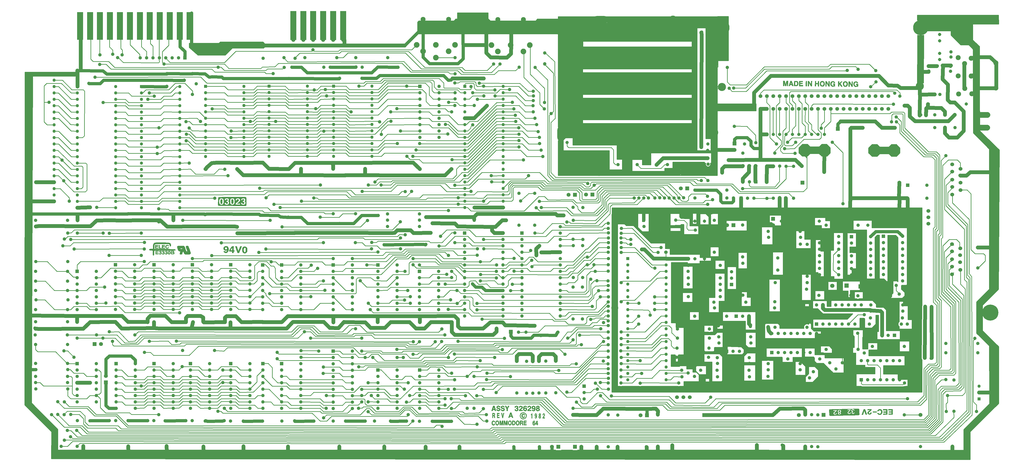
<source format=gbr>
G04 #@! TF.GenerationSoftware,KiCad,Pcbnew,(5.0.2)-1*
G04 #@! TF.CreationDate,2019-01-22T20:15:22+01:00*
G04 #@! TF.ProjectId,C64,4336342e-6b69-4636-9164-5f7063625858,rev?*
G04 #@! TF.SameCoordinates,Original*
G04 #@! TF.FileFunction,Copper,L1,Top*
G04 #@! TF.FilePolarity,Positive*
%FSLAX46Y46*%
G04 Gerber Fmt 4.6, Leading zero omitted, Abs format (unit mm)*
G04 Created by KiCad (PCBNEW (5.0.2)-1) date 22-01-2019 20:15:22*
%MOMM*%
%LPD*%
G01*
G04 APERTURE LIST*
G04 #@! TA.AperFunction,EtchedComponent*
%ADD10C,0.010000*%
G04 #@! TD*
G04 #@! TA.AperFunction,ComponentPad*
%ADD11C,4.500000*%
G04 #@! TD*
G04 #@! TA.AperFunction,ComponentPad*
%ADD12C,2.800000*%
G04 #@! TD*
G04 #@! TA.AperFunction,ComponentPad*
%ADD13C,6.400000*%
G04 #@! TD*
G04 #@! TA.AperFunction,ComponentPad*
%ADD14C,1.524000*%
G04 #@! TD*
G04 #@! TA.AperFunction,ComponentPad*
%ADD15C,1.320800*%
G04 #@! TD*
G04 #@! TA.AperFunction,ComponentPad*
%ADD16C,1.308000*%
G04 #@! TD*
G04 #@! TA.AperFunction,ComponentPad*
%ADD17C,3.000000*%
G04 #@! TD*
G04 #@! TA.AperFunction,ComponentPad*
%ADD18O,6.000000X3.000000*%
G04 #@! TD*
G04 #@! TA.AperFunction,ComponentPad*
%ADD19O,3.000000X6.000000*%
G04 #@! TD*
G04 #@! TA.AperFunction,ComponentPad*
%ADD20R,1.320800X1.320800*%
G04 #@! TD*
G04 #@! TA.AperFunction,ComponentPad*
%ADD21C,2.250000*%
G04 #@! TD*
G04 #@! TA.AperFunction,ComponentPad*
%ADD22C,1.981200*%
G04 #@! TD*
G04 #@! TA.AperFunction,ComponentPad*
%ADD23R,1.508000X1.508000*%
G04 #@! TD*
G04 #@! TA.AperFunction,ComponentPad*
%ADD24C,1.508000*%
G04 #@! TD*
G04 #@! TA.AperFunction,ComponentPad*
%ADD25C,3.216000*%
G04 #@! TD*
G04 #@! TA.AperFunction,ComponentPad*
%ADD26C,6.000000*%
G04 #@! TD*
G04 #@! TA.AperFunction,ComponentPad*
%ADD27R,1.700000X1.700000*%
G04 #@! TD*
G04 #@! TA.AperFunction,ComponentPad*
%ADD28C,1.700000*%
G04 #@! TD*
G04 #@! TA.AperFunction,ComponentPad*
%ADD29R,1.574800X1.574800*%
G04 #@! TD*
G04 #@! TA.AperFunction,ComponentPad*
%ADD30C,1.574800*%
G04 #@! TD*
G04 #@! TA.AperFunction,ComponentPad*
%ADD31C,1.270000*%
G04 #@! TD*
G04 #@! TA.AperFunction,ComponentPad*
%ADD32R,1.270000X1.270000*%
G04 #@! TD*
G04 #@! TA.AperFunction,ComponentPad*
%ADD33R,1.308000X1.308000*%
G04 #@! TD*
G04 #@! TA.AperFunction,ConnectorPad*
%ADD34R,2.350000X11.100000*%
G04 #@! TD*
G04 #@! TA.AperFunction,ConnectorPad*
%ADD35R,2.350000X11.000000*%
G04 #@! TD*
G04 #@! TA.AperFunction,ConnectorPad*
%ADD36R,2.350000X11.506400*%
G04 #@! TD*
G04 #@! TA.AperFunction,ComponentPad*
%ADD37C,1.400000*%
G04 #@! TD*
G04 #@! TA.AperFunction,ComponentPad*
%ADD38O,1.400000X1.400000*%
G04 #@! TD*
G04 #@! TA.AperFunction,ViaPad*
%ADD39C,1.320800*%
G04 #@! TD*
G04 #@! TA.AperFunction,Conductor*
%ADD40C,0.250000*%
G04 #@! TD*
G04 #@! TA.AperFunction,Conductor*
%ADD41C,1.500000*%
G04 #@! TD*
G04 #@! TA.AperFunction,Conductor*
%ADD42C,1.250000*%
G04 #@! TD*
G04 #@! TA.AperFunction,Conductor*
%ADD43C,2.300000*%
G04 #@! TD*
G04 #@! TA.AperFunction,Conductor*
%ADD44C,1.300000*%
G04 #@! TD*
G04 #@! TA.AperFunction,Conductor*
%ADD45C,3.000000*%
G04 #@! TD*
G04 #@! TA.AperFunction,Conductor*
%ADD46C,0.254000*%
G04 #@! TD*
G04 APERTURE END LIST*
D10*
G04 #@! TO.C,G\002A\002A\002A*
G36*
X98707410Y-120283623D02*
X98832028Y-120372782D01*
X98896600Y-120469218D01*
X98941223Y-120613882D01*
X98968687Y-120811363D01*
X98979861Y-121041718D01*
X98975616Y-121285004D01*
X98956820Y-121521280D01*
X98924343Y-121730602D01*
X98879056Y-121893029D01*
X98830727Y-121979781D01*
X98718709Y-122046938D01*
X98577514Y-122058954D01*
X98440277Y-122018009D01*
X98355552Y-121948520D01*
X98296572Y-121847549D01*
X98256140Y-121711345D01*
X98232640Y-121527601D01*
X98224455Y-121284005D01*
X98229332Y-120987823D01*
X98240581Y-120749643D01*
X98258165Y-120580945D01*
X98284308Y-120466642D01*
X98316178Y-120399047D01*
X98427792Y-120294132D01*
X98565433Y-120256532D01*
X98707410Y-120283623D01*
X98707410Y-120283623D01*
G37*
X98707410Y-120283623D02*
X98832028Y-120372782D01*
X98896600Y-120469218D01*
X98941223Y-120613882D01*
X98968687Y-120811363D01*
X98979861Y-121041718D01*
X98975616Y-121285004D01*
X98956820Y-121521280D01*
X98924343Y-121730602D01*
X98879056Y-121893029D01*
X98830727Y-121979781D01*
X98718709Y-122046938D01*
X98577514Y-122058954D01*
X98440277Y-122018009D01*
X98355552Y-121948520D01*
X98296572Y-121847549D01*
X98256140Y-121711345D01*
X98232640Y-121527601D01*
X98224455Y-121284005D01*
X98229332Y-120987823D01*
X98240581Y-120749643D01*
X98258165Y-120580945D01*
X98284308Y-120466642D01*
X98316178Y-120399047D01*
X98427792Y-120294132D01*
X98565433Y-120256532D01*
X98707410Y-120283623D01*
G36*
X94461395Y-120321544D02*
X94532180Y-120399010D01*
X94564548Y-120468296D01*
X94587868Y-120571476D01*
X94604080Y-120723295D01*
X94615126Y-120938495D01*
X94618861Y-121057507D01*
X94621072Y-121384272D01*
X94605552Y-121635844D01*
X94569212Y-121820425D01*
X94508960Y-121946214D01*
X94421705Y-122021411D01*
X94304356Y-122054216D01*
X94241952Y-122057333D01*
X94112253Y-122041656D01*
X94031709Y-121985919D01*
X94013847Y-121961532D01*
X93953765Y-121820687D01*
X93908935Y-121618935D01*
X93880250Y-121378811D01*
X93868606Y-121122850D01*
X93874896Y-120873584D01*
X93900014Y-120653548D01*
X93944853Y-120485277D01*
X93954421Y-120463609D01*
X94053742Y-120335697D01*
X94186256Y-120267714D01*
X94329596Y-120262163D01*
X94461395Y-120321544D01*
X94461395Y-120321544D01*
G37*
X94461395Y-120321544D02*
X94532180Y-120399010D01*
X94564548Y-120468296D01*
X94587868Y-120571476D01*
X94604080Y-120723295D01*
X94615126Y-120938495D01*
X94618861Y-121057507D01*
X94621072Y-121384272D01*
X94605552Y-121635844D01*
X94569212Y-121820425D01*
X94508960Y-121946214D01*
X94421705Y-122021411D01*
X94304356Y-122054216D01*
X94241952Y-122057333D01*
X94112253Y-122041656D01*
X94031709Y-121985919D01*
X94013847Y-121961532D01*
X93953765Y-121820687D01*
X93908935Y-121618935D01*
X93880250Y-121378811D01*
X93868606Y-121122850D01*
X93874896Y-120873584D01*
X93900014Y-120653548D01*
X93944853Y-120485277D01*
X93954421Y-120463609D01*
X94053742Y-120335697D01*
X94186256Y-120267714D01*
X94329596Y-120262163D01*
X94461395Y-120321544D01*
G36*
X340026815Y-204429577D02*
X340088272Y-204473083D01*
X340146008Y-204589270D01*
X340151854Y-204726735D01*
X340106510Y-204847011D01*
X340080916Y-204875938D01*
X339959896Y-204934436D01*
X339810791Y-204938347D01*
X339670541Y-204887305D01*
X339659752Y-204880099D01*
X339586557Y-204782909D01*
X339565193Y-204653160D01*
X339597088Y-204526318D01*
X339643083Y-204465727D01*
X339755733Y-204410093D01*
X339896387Y-204398253D01*
X340026815Y-204429577D01*
X340026815Y-204429577D01*
G37*
X340026815Y-204429577D02*
X340088272Y-204473083D01*
X340146008Y-204589270D01*
X340151854Y-204726735D01*
X340106510Y-204847011D01*
X340080916Y-204875938D01*
X339959896Y-204934436D01*
X339810791Y-204938347D01*
X339670541Y-204887305D01*
X339659752Y-204880099D01*
X339586557Y-204782909D01*
X339565193Y-204653160D01*
X339597088Y-204526318D01*
X339643083Y-204465727D01*
X339755733Y-204410093D01*
X339896387Y-204398253D01*
X340026815Y-204429577D01*
G36*
X340036828Y-205268703D02*
X340076449Y-205286156D01*
X340137347Y-205360177D01*
X340158558Y-205469731D01*
X340136440Y-205573742D01*
X340105416Y-205612968D01*
X339962432Y-205679711D01*
X339811605Y-205667783D01*
X339777333Y-205653175D01*
X339691670Y-205570187D01*
X339654258Y-205452430D01*
X339673648Y-205336146D01*
X339694791Y-205303273D01*
X339780353Y-205256484D01*
X339906741Y-205244406D01*
X340036828Y-205268703D01*
X340036828Y-205268703D01*
G37*
X340036828Y-205268703D02*
X340076449Y-205286156D01*
X340137347Y-205360177D01*
X340158558Y-205469731D01*
X340136440Y-205573742D01*
X340105416Y-205612968D01*
X339962432Y-205679711D01*
X339811605Y-205667783D01*
X339777333Y-205653175D01*
X339691670Y-205570187D01*
X339654258Y-205452430D01*
X339673648Y-205336146D01*
X339694791Y-205303273D01*
X339780353Y-205256484D01*
X339906741Y-205244406D01*
X340036828Y-205268703D01*
G36*
X214514970Y-205750738D02*
X214598327Y-205785215D01*
X214694106Y-205858056D01*
X214786040Y-205964316D01*
X214860617Y-206081960D01*
X214904325Y-206188954D01*
X214903652Y-206263263D01*
X214896995Y-206272270D01*
X214830539Y-206293795D01*
X214730416Y-206286820D01*
X214630534Y-206258981D01*
X214564802Y-206217916D01*
X214555333Y-206195315D01*
X214518344Y-206120152D01*
X214427077Y-206052017D01*
X214311082Y-206009823D01*
X214256959Y-206004333D01*
X214131985Y-206043112D01*
X214028270Y-206147170D01*
X213954302Y-206298090D01*
X213918569Y-206477451D01*
X213929556Y-206666837D01*
X213936790Y-206699142D01*
X214007868Y-206844988D01*
X214121958Y-206939368D01*
X214258167Y-206976840D01*
X214395603Y-206951961D01*
X214513373Y-206859287D01*
X214519693Y-206851000D01*
X214613896Y-206756830D01*
X214726327Y-206724754D01*
X214753794Y-206724000D01*
X214856760Y-206742274D01*
X214893735Y-206801153D01*
X214865948Y-206906723D01*
X214811047Y-207007694D01*
X214671192Y-207160637D01*
X214483271Y-207258562D01*
X214268782Y-207294710D01*
X214049225Y-207262321D01*
X214026166Y-207254457D01*
X213818334Y-207136795D01*
X213656078Y-206960217D01*
X213549759Y-206742804D01*
X213509736Y-206502633D01*
X213519316Y-206369982D01*
X213580265Y-206158772D01*
X213684000Y-205969581D01*
X213815047Y-205826928D01*
X213893537Y-205777008D01*
X214087023Y-205721449D01*
X214307351Y-205712845D01*
X214514970Y-205750738D01*
X214514970Y-205750738D01*
G37*
X214514970Y-205750738D02*
X214598327Y-205785215D01*
X214694106Y-205858056D01*
X214786040Y-205964316D01*
X214860617Y-206081960D01*
X214904325Y-206188954D01*
X214903652Y-206263263D01*
X214896995Y-206272270D01*
X214830539Y-206293795D01*
X214730416Y-206286820D01*
X214630534Y-206258981D01*
X214564802Y-206217916D01*
X214555333Y-206195315D01*
X214518344Y-206120152D01*
X214427077Y-206052017D01*
X214311082Y-206009823D01*
X214256959Y-206004333D01*
X214131985Y-206043112D01*
X214028270Y-206147170D01*
X213954302Y-206298090D01*
X213918569Y-206477451D01*
X213929556Y-206666837D01*
X213936790Y-206699142D01*
X214007868Y-206844988D01*
X214121958Y-206939368D01*
X214258167Y-206976840D01*
X214395603Y-206951961D01*
X214513373Y-206859287D01*
X214519693Y-206851000D01*
X214613896Y-206756830D01*
X214726327Y-206724754D01*
X214753794Y-206724000D01*
X214856760Y-206742274D01*
X214893735Y-206801153D01*
X214865948Y-206906723D01*
X214811047Y-207007694D01*
X214671192Y-207160637D01*
X214483271Y-207258562D01*
X214268782Y-207294710D01*
X214049225Y-207262321D01*
X214026166Y-207254457D01*
X213818334Y-207136795D01*
X213656078Y-206960217D01*
X213549759Y-206742804D01*
X213509736Y-206502633D01*
X213519316Y-206369982D01*
X213580265Y-206158772D01*
X213684000Y-205969581D01*
X213815047Y-205826928D01*
X213893537Y-205777008D01*
X214087023Y-205721449D01*
X214307351Y-205712845D01*
X214514970Y-205750738D01*
G36*
X322441833Y-73184025D02*
X322717228Y-73188566D01*
X322923845Y-73205091D01*
X323077306Y-73238856D01*
X323193233Y-73295114D01*
X323287246Y-73379121D01*
X323374967Y-73496131D01*
X323376489Y-73498428D01*
X323471879Y-73708076D01*
X323522722Y-73964326D01*
X323529290Y-74241947D01*
X323491855Y-74515709D01*
X323410690Y-74760382D01*
X323361898Y-74851191D01*
X323271446Y-74979470D01*
X323174007Y-75071855D01*
X323054065Y-75133940D01*
X322896101Y-75171319D01*
X322684598Y-75189585D01*
X322409977Y-75194333D01*
X321868800Y-75194333D01*
X321880150Y-74188916D01*
X321887437Y-73543333D01*
X322293666Y-73543333D01*
X322293666Y-74855666D01*
X322538247Y-74855666D01*
X322725144Y-74841394D01*
X322857424Y-74801511D01*
X322877155Y-74789596D01*
X323004341Y-74657370D01*
X323082089Y-74469601D01*
X323113362Y-74218388D01*
X323114303Y-74157166D01*
X323096451Y-73919527D01*
X323045686Y-73732934D01*
X322966190Y-73609163D01*
X322905603Y-73569630D01*
X322828838Y-73555817D01*
X322697961Y-73546294D01*
X322565370Y-73543333D01*
X322293666Y-73543333D01*
X321887437Y-73543333D01*
X321891500Y-73183500D01*
X322441833Y-73184025D01*
X322441833Y-73184025D01*
G37*
X322441833Y-73184025D02*
X322717228Y-73188566D01*
X322923845Y-73205091D01*
X323077306Y-73238856D01*
X323193233Y-73295114D01*
X323287246Y-73379121D01*
X323374967Y-73496131D01*
X323376489Y-73498428D01*
X323471879Y-73708076D01*
X323522722Y-73964326D01*
X323529290Y-74241947D01*
X323491855Y-74515709D01*
X323410690Y-74760382D01*
X323361898Y-74851191D01*
X323271446Y-74979470D01*
X323174007Y-75071855D01*
X323054065Y-75133940D01*
X322896101Y-75171319D01*
X322684598Y-75189585D01*
X322409977Y-75194333D01*
X321868800Y-75194333D01*
X321880150Y-74188916D01*
X321887437Y-73543333D01*
X322293666Y-73543333D01*
X322293666Y-74855666D01*
X322538247Y-74855666D01*
X322725144Y-74841394D01*
X322857424Y-74801511D01*
X322877155Y-74789596D01*
X323004341Y-74657370D01*
X323082089Y-74469601D01*
X323113362Y-74218388D01*
X323114303Y-74157166D01*
X323096451Y-73919527D01*
X323045686Y-73732934D01*
X322966190Y-73609163D01*
X322905603Y-73569630D01*
X322828838Y-73555817D01*
X322697961Y-73546294D01*
X322565370Y-73543333D01*
X322293666Y-73543333D01*
X321887437Y-73543333D01*
X321891500Y-73183500D01*
X322441833Y-73184025D01*
G36*
X320658227Y-73169948D02*
X320676230Y-73170961D01*
X320910901Y-73183500D01*
X321221659Y-74114833D01*
X321311433Y-74384018D01*
X321393104Y-74629162D01*
X321462556Y-74837888D01*
X321515671Y-74997819D01*
X321548333Y-75096578D01*
X321556061Y-75120250D01*
X321559076Y-75163231D01*
X321521057Y-75185578D01*
X321424471Y-75193655D01*
X321352022Y-75194333D01*
X321124339Y-75194333D01*
X321070091Y-74982666D01*
X321015842Y-74771000D01*
X320276531Y-74771000D01*
X320152029Y-75173166D01*
X319713381Y-75198686D01*
X319949550Y-74529760D01*
X320002574Y-74379560D01*
X320431000Y-74379560D01*
X320468849Y-74413935D01*
X320584678Y-74430490D01*
X320666686Y-74432333D01*
X320799965Y-74429863D01*
X320866443Y-74417353D01*
X320883954Y-74387156D01*
X320874133Y-74343359D01*
X320848126Y-74257464D01*
X320808098Y-74121025D01*
X320766805Y-73977829D01*
X320724512Y-73836140D01*
X320689591Y-73730288D01*
X320669586Y-73683142D01*
X320669562Y-73683118D01*
X320649730Y-73711205D01*
X320612895Y-73798914D01*
X320566408Y-73924781D01*
X320517624Y-74067341D01*
X320473894Y-74205128D01*
X320442572Y-74316677D01*
X320431000Y-74379560D01*
X320002574Y-74379560D01*
X320037175Y-74281548D01*
X320123142Y-74037992D01*
X320199943Y-73820367D01*
X320260070Y-73649948D01*
X320282742Y-73585666D01*
X320348951Y-73397137D01*
X320396845Y-73274079D01*
X320439071Y-73203162D01*
X320488278Y-73171054D01*
X320557114Y-73164426D01*
X320658227Y-73169948D01*
X320658227Y-73169948D01*
G37*
X320658227Y-73169948D02*
X320676230Y-73170961D01*
X320910901Y-73183500D01*
X321221659Y-74114833D01*
X321311433Y-74384018D01*
X321393104Y-74629162D01*
X321462556Y-74837888D01*
X321515671Y-74997819D01*
X321548333Y-75096578D01*
X321556061Y-75120250D01*
X321559076Y-75163231D01*
X321521057Y-75185578D01*
X321424471Y-75193655D01*
X321352022Y-75194333D01*
X321124339Y-75194333D01*
X321070091Y-74982666D01*
X321015842Y-74771000D01*
X320276531Y-74771000D01*
X320152029Y-75173166D01*
X319713381Y-75198686D01*
X319949550Y-74529760D01*
X320002574Y-74379560D01*
X320431000Y-74379560D01*
X320468849Y-74413935D01*
X320584678Y-74430490D01*
X320666686Y-74432333D01*
X320799965Y-74429863D01*
X320866443Y-74417353D01*
X320883954Y-74387156D01*
X320874133Y-74343359D01*
X320848126Y-74257464D01*
X320808098Y-74121025D01*
X320766805Y-73977829D01*
X320724512Y-73836140D01*
X320689591Y-73730288D01*
X320669586Y-73683142D01*
X320669562Y-73683118D01*
X320649730Y-73711205D01*
X320612895Y-73798914D01*
X320566408Y-73924781D01*
X320517624Y-74067341D01*
X320473894Y-74205128D01*
X320442572Y-74316677D01*
X320431000Y-74379560D01*
X320002574Y-74379560D01*
X320037175Y-74281548D01*
X320123142Y-74037992D01*
X320199943Y-73820367D01*
X320260070Y-73649948D01*
X320282742Y-73585666D01*
X320348951Y-73397137D01*
X320396845Y-73274079D01*
X320439071Y-73203162D01*
X320488278Y-73171054D01*
X320557114Y-73164426D01*
X320658227Y-73169948D01*
G36*
X319139324Y-73120000D02*
X319283712Y-73126671D01*
X319392290Y-73144069D01*
X319438297Y-73165780D01*
X319445038Y-73219511D01*
X319448599Y-73345416D01*
X319449011Y-73531067D01*
X319446306Y-73764034D01*
X319440516Y-74031885D01*
X319435613Y-74202947D01*
X319404635Y-75194333D01*
X319239155Y-75194333D01*
X319108296Y-75177975D01*
X319047840Y-75126975D01*
X319047354Y-75125739D01*
X319040289Y-75062771D01*
X319036877Y-74930195D01*
X319037115Y-74742989D01*
X319041000Y-74516134D01*
X319047477Y-74294388D01*
X319055003Y-74052394D01*
X319059829Y-73843936D01*
X319061793Y-73681954D01*
X319060734Y-73579390D01*
X319056801Y-73548753D01*
X319042563Y-73593472D01*
X319013077Y-73707840D01*
X318971498Y-73878863D01*
X318920979Y-74093547D01*
X318864675Y-74338899D01*
X318860135Y-74358937D01*
X318680589Y-75152000D01*
X318277775Y-75152000D01*
X318210677Y-74845083D01*
X318173338Y-74671961D01*
X318125976Y-74449035D01*
X318075602Y-74209433D01*
X318042677Y-74051333D01*
X317941776Y-73564500D01*
X317937554Y-74161841D01*
X317934057Y-74397519D01*
X317927468Y-74620467D01*
X317918669Y-74808219D01*
X317908541Y-74938310D01*
X317906412Y-74955591D01*
X317879491Y-75152000D01*
X317497576Y-75152000D01*
X317524954Y-74828112D01*
X317534588Y-74669654D01*
X317542738Y-74450792D01*
X317548749Y-74195785D01*
X317551969Y-73928892D01*
X317552333Y-73812112D01*
X317552333Y-73120000D01*
X318138213Y-73120000D01*
X318202041Y-73405750D01*
X318239222Y-73575233D01*
X318285950Y-73792544D01*
X318334705Y-74022583D01*
X318358451Y-74136000D01*
X318398932Y-74320980D01*
X318436195Y-74474526D01*
X318465494Y-74578004D01*
X318479655Y-74611855D01*
X318498354Y-74584098D01*
X318531067Y-74486906D01*
X318573946Y-74333605D01*
X318623141Y-74137520D01*
X318650829Y-74019188D01*
X318717533Y-73724203D01*
X318768509Y-73501238D01*
X318809170Y-73340328D01*
X318844931Y-73231508D01*
X318881205Y-73164814D01*
X318923406Y-73130281D01*
X318976946Y-73117945D01*
X319047240Y-73117840D01*
X319139324Y-73120000D01*
X319139324Y-73120000D01*
G37*
X319139324Y-73120000D02*
X319283712Y-73126671D01*
X319392290Y-73144069D01*
X319438297Y-73165780D01*
X319445038Y-73219511D01*
X319448599Y-73345416D01*
X319449011Y-73531067D01*
X319446306Y-73764034D01*
X319440516Y-74031885D01*
X319435613Y-74202947D01*
X319404635Y-75194333D01*
X319239155Y-75194333D01*
X319108296Y-75177975D01*
X319047840Y-75126975D01*
X319047354Y-75125739D01*
X319040289Y-75062771D01*
X319036877Y-74930195D01*
X319037115Y-74742989D01*
X319041000Y-74516134D01*
X319047477Y-74294388D01*
X319055003Y-74052394D01*
X319059829Y-73843936D01*
X319061793Y-73681954D01*
X319060734Y-73579390D01*
X319056801Y-73548753D01*
X319042563Y-73593472D01*
X319013077Y-73707840D01*
X318971498Y-73878863D01*
X318920979Y-74093547D01*
X318864675Y-74338899D01*
X318860135Y-74358937D01*
X318680589Y-75152000D01*
X318277775Y-75152000D01*
X318210677Y-74845083D01*
X318173338Y-74671961D01*
X318125976Y-74449035D01*
X318075602Y-74209433D01*
X318042677Y-74051333D01*
X317941776Y-73564500D01*
X317937554Y-74161841D01*
X317934057Y-74397519D01*
X317927468Y-74620467D01*
X317918669Y-74808219D01*
X317908541Y-74938310D01*
X317906412Y-74955591D01*
X317879491Y-75152000D01*
X317497576Y-75152000D01*
X317524954Y-74828112D01*
X317534588Y-74669654D01*
X317542738Y-74450792D01*
X317548749Y-74195785D01*
X317551969Y-73928892D01*
X317552333Y-73812112D01*
X317552333Y-73120000D01*
X318138213Y-73120000D01*
X318202041Y-73405750D01*
X318239222Y-73575233D01*
X318285950Y-73792544D01*
X318334705Y-74022583D01*
X318358451Y-74136000D01*
X318398932Y-74320980D01*
X318436195Y-74474526D01*
X318465494Y-74578004D01*
X318479655Y-74611855D01*
X318498354Y-74584098D01*
X318531067Y-74486906D01*
X318573946Y-74333605D01*
X318623141Y-74137520D01*
X318650829Y-74019188D01*
X318717533Y-73724203D01*
X318768509Y-73501238D01*
X318809170Y-73340328D01*
X318844931Y-73231508D01*
X318881205Y-73164814D01*
X318923406Y-73130281D01*
X318976946Y-73117945D01*
X319047240Y-73117840D01*
X319139324Y-73120000D01*
G36*
X326950333Y-75236666D02*
X326525467Y-75236666D01*
X326536817Y-74231250D01*
X326548166Y-73225833D01*
X326749250Y-73212930D01*
X326950333Y-73200027D01*
X326950333Y-75236666D01*
X326950333Y-75236666D01*
G37*
X326950333Y-75236666D02*
X326525467Y-75236666D01*
X326536817Y-74231250D01*
X326548166Y-73225833D01*
X326749250Y-73212930D01*
X326950333Y-73200027D01*
X326950333Y-75236666D01*
G36*
X325341666Y-73543333D02*
X324325666Y-73543333D01*
X324325666Y-73955774D01*
X325257000Y-74016136D01*
X325257000Y-74347666D01*
X324325666Y-74347666D01*
X324325666Y-74855666D01*
X325384000Y-74855666D01*
X325384000Y-75236666D01*
X323902333Y-75236666D01*
X323902333Y-73204666D01*
X325341666Y-73204666D01*
X325341666Y-73543333D01*
X325341666Y-73543333D01*
G37*
X325341666Y-73543333D02*
X324325666Y-73543333D01*
X324325666Y-73955774D01*
X325257000Y-74016136D01*
X325257000Y-74347666D01*
X324325666Y-74347666D01*
X324325666Y-74855666D01*
X325384000Y-74855666D01*
X325384000Y-75236666D01*
X323902333Y-75236666D01*
X323902333Y-73204666D01*
X325341666Y-73204666D01*
X325341666Y-73543333D01*
G36*
X327590405Y-73213037D02*
X327807144Y-73225833D01*
X328172488Y-73910299D01*
X328537833Y-74594765D01*
X328565381Y-74248966D01*
X328580027Y-74026341D01*
X328591501Y-73780870D01*
X328597131Y-73575083D01*
X328601333Y-73247000D01*
X328798481Y-73246999D01*
X328995629Y-73246999D01*
X328967814Y-73952261D01*
X328958147Y-74216840D01*
X328949940Y-74478582D01*
X328943832Y-74714173D01*
X328940460Y-74900299D01*
X328940000Y-74968261D01*
X328940000Y-75279000D01*
X328738916Y-75278313D01*
X328537833Y-75277626D01*
X328156833Y-74564439D01*
X327775833Y-73851251D01*
X327754666Y-74554542D01*
X327733500Y-75257833D01*
X327553583Y-75270850D01*
X327373666Y-75283868D01*
X327373666Y-73200242D01*
X327590405Y-73213037D01*
X327590405Y-73213037D01*
G37*
X327590405Y-73213037D02*
X327807144Y-73225833D01*
X328172488Y-73910299D01*
X328537833Y-74594765D01*
X328565381Y-74248966D01*
X328580027Y-74026341D01*
X328591501Y-73780870D01*
X328597131Y-73575083D01*
X328601333Y-73247000D01*
X328798481Y-73246999D01*
X328995629Y-73246999D01*
X328967814Y-73952261D01*
X328958147Y-74216840D01*
X328949940Y-74478582D01*
X328943832Y-74714173D01*
X328940460Y-74900299D01*
X328940000Y-74968261D01*
X328940000Y-75279000D01*
X328738916Y-75278313D01*
X328537833Y-75277626D01*
X328156833Y-74564439D01*
X327775833Y-73851251D01*
X327754666Y-74554542D01*
X327733500Y-75257833D01*
X327553583Y-75270850D01*
X327373666Y-75283868D01*
X327373666Y-73200242D01*
X327590405Y-73213037D01*
G36*
X331766507Y-74271232D02*
X331755166Y-75300166D01*
X331649333Y-75305856D01*
X331523505Y-75302436D01*
X331448250Y-75292329D01*
X331405680Y-75279385D01*
X331378144Y-75250672D01*
X331362374Y-75190396D01*
X331355107Y-75082762D01*
X331353077Y-74911975D01*
X331353000Y-74831555D01*
X331353000Y-74390000D01*
X330591000Y-74390000D01*
X330591000Y-75279000D01*
X330167666Y-75279000D01*
X330167666Y-74968261D01*
X330169409Y-74816078D01*
X330174211Y-74602624D01*
X330181435Y-74351212D01*
X330190443Y-74085155D01*
X330195481Y-73952261D01*
X330223296Y-73246999D01*
X330587822Y-73246999D01*
X330599994Y-73638583D01*
X330612166Y-74030166D01*
X330980973Y-74042374D01*
X331349779Y-74054582D01*
X331361973Y-73661374D01*
X331374166Y-73268166D01*
X331576007Y-73255232D01*
X331777849Y-73242299D01*
X331766507Y-74271232D01*
X331766507Y-74271232D01*
G37*
X331766507Y-74271232D02*
X331755166Y-75300166D01*
X331649333Y-75305856D01*
X331523505Y-75302436D01*
X331448250Y-75292329D01*
X331405680Y-75279385D01*
X331378144Y-75250672D01*
X331362374Y-75190396D01*
X331355107Y-75082762D01*
X331353077Y-74911975D01*
X331353000Y-74831555D01*
X331353000Y-74390000D01*
X330591000Y-74390000D01*
X330591000Y-75279000D01*
X330167666Y-75279000D01*
X330167666Y-74968261D01*
X330169409Y-74816078D01*
X330174211Y-74602624D01*
X330181435Y-74351212D01*
X330190443Y-74085155D01*
X330195481Y-73952261D01*
X330223296Y-73246999D01*
X330587822Y-73246999D01*
X330599994Y-73638583D01*
X330612166Y-74030166D01*
X330980973Y-74042374D01*
X331349779Y-74054582D01*
X331361973Y-73661374D01*
X331374166Y-73268166D01*
X331576007Y-73255232D01*
X331777849Y-73242299D01*
X331766507Y-74271232D01*
G36*
X335186828Y-73998416D02*
X335565166Y-74707500D01*
X335576773Y-73998416D01*
X335588380Y-73289333D01*
X335968838Y-73289333D01*
X335957502Y-74315916D01*
X335946166Y-75342500D01*
X335819166Y-75348254D01*
X335696080Y-75346200D01*
X335607500Y-75335093D01*
X335556576Y-75295962D01*
X335479288Y-75193274D01*
X335373209Y-75023247D01*
X335235911Y-74782101D01*
X335141833Y-74609672D01*
X334760833Y-73903166D01*
X334749226Y-74612250D01*
X334737619Y-75321333D01*
X334358666Y-75321333D01*
X334358666Y-73289333D01*
X334808490Y-73289333D01*
X335186828Y-73998416D01*
X335186828Y-73998416D01*
G37*
X335186828Y-73998416D02*
X335565166Y-74707500D01*
X335576773Y-73998416D01*
X335588380Y-73289333D01*
X335968838Y-73289333D01*
X335957502Y-74315916D01*
X335946166Y-75342500D01*
X335819166Y-75348254D01*
X335696080Y-75346200D01*
X335607500Y-75335093D01*
X335556576Y-75295962D01*
X335479288Y-75193274D01*
X335373209Y-75023247D01*
X335235911Y-74782101D01*
X335141833Y-74609672D01*
X334760833Y-73903166D01*
X334749226Y-74612250D01*
X334737619Y-75321333D01*
X334358666Y-75321333D01*
X334358666Y-73289333D01*
X334808490Y-73289333D01*
X335186828Y-73998416D01*
G36*
X333318971Y-73249716D02*
X333518045Y-73313462D01*
X333689556Y-73431967D01*
X333773738Y-73515982D01*
X333905017Y-73717456D01*
X333986039Y-73966539D01*
X334016651Y-74242590D01*
X333996701Y-74524970D01*
X333926037Y-74793039D01*
X333804506Y-75026155D01*
X333785066Y-75052683D01*
X333616979Y-75207451D01*
X333399000Y-75312321D01*
X333152451Y-75363191D01*
X332898650Y-75355959D01*
X332658920Y-75286520D01*
X332633170Y-75274338D01*
X332424177Y-75125751D01*
X332273305Y-74916721D01*
X332181644Y-74649386D01*
X332150296Y-74328924D01*
X332151659Y-74306109D01*
X332544114Y-74306109D01*
X332557555Y-74497619D01*
X332608218Y-74662000D01*
X332699586Y-74815933D01*
X332813385Y-74935122D01*
X332931341Y-74995271D01*
X332931950Y-74995390D01*
X333058604Y-75015087D01*
X333150880Y-75009294D01*
X333256399Y-74973616D01*
X333281882Y-74963093D01*
X333423620Y-74859474D01*
X333526119Y-74689355D01*
X333584222Y-74463742D01*
X333595736Y-74293390D01*
X333568599Y-74033440D01*
X333489599Y-73826669D01*
X333365602Y-73679280D01*
X333203470Y-73597481D01*
X333010066Y-73587475D01*
X332858608Y-73626944D01*
X332731466Y-73717835D01*
X332632648Y-73872958D01*
X332568186Y-74074865D01*
X332544114Y-74306109D01*
X332151659Y-74306109D01*
X332168396Y-74026001D01*
X332228577Y-73782051D01*
X332335680Y-73580008D01*
X332378797Y-73523665D01*
X332526417Y-73374811D01*
X332687036Y-73283436D01*
X332884989Y-73239187D01*
X333067500Y-73230696D01*
X333318971Y-73249716D01*
X333318971Y-73249716D01*
G37*
X333318971Y-73249716D02*
X333518045Y-73313462D01*
X333689556Y-73431967D01*
X333773738Y-73515982D01*
X333905017Y-73717456D01*
X333986039Y-73966539D01*
X334016651Y-74242590D01*
X333996701Y-74524970D01*
X333926037Y-74793039D01*
X333804506Y-75026155D01*
X333785066Y-75052683D01*
X333616979Y-75207451D01*
X333399000Y-75312321D01*
X333152451Y-75363191D01*
X332898650Y-75355959D01*
X332658920Y-75286520D01*
X332633170Y-75274338D01*
X332424177Y-75125751D01*
X332273305Y-74916721D01*
X332181644Y-74649386D01*
X332150296Y-74328924D01*
X332151659Y-74306109D01*
X332544114Y-74306109D01*
X332557555Y-74497619D01*
X332608218Y-74662000D01*
X332699586Y-74815933D01*
X332813385Y-74935122D01*
X332931341Y-74995271D01*
X332931950Y-74995390D01*
X333058604Y-75015087D01*
X333150880Y-75009294D01*
X333256399Y-74973616D01*
X333281882Y-74963093D01*
X333423620Y-74859474D01*
X333526119Y-74689355D01*
X333584222Y-74463742D01*
X333595736Y-74293390D01*
X333568599Y-74033440D01*
X333489599Y-73826669D01*
X333365602Y-73679280D01*
X333203470Y-73597481D01*
X333010066Y-73587475D01*
X332858608Y-73626944D01*
X332731466Y-73717835D01*
X332632648Y-73872958D01*
X332568186Y-74074865D01*
X332544114Y-74306109D01*
X332151659Y-74306109D01*
X332168396Y-74026001D01*
X332228577Y-73782051D01*
X332335680Y-73580008D01*
X332378797Y-73523665D01*
X332526417Y-73374811D01*
X332687036Y-73283436D01*
X332884989Y-73239187D01*
X333067500Y-73230696D01*
X333318971Y-73249716D01*
G36*
X339777333Y-74180834D02*
X340145876Y-73777417D01*
X340514419Y-73373999D01*
X341066827Y-73373999D01*
X340676080Y-73766378D01*
X340530475Y-73915088D01*
X340409499Y-74043402D01*
X340324372Y-74139059D01*
X340286318Y-74189801D01*
X340285333Y-74193243D01*
X340308193Y-74237931D01*
X340371496Y-74339920D01*
X340467331Y-74487013D01*
X340587783Y-74667012D01*
X340689924Y-74816864D01*
X341094516Y-75406000D01*
X340844652Y-75406000D01*
X340680014Y-75397552D01*
X340578045Y-75368968D01*
X340530752Y-75331916D01*
X340479856Y-75264858D01*
X340396928Y-75147004D01*
X340296047Y-74998568D01*
X340243252Y-74919166D01*
X340124282Y-74739366D01*
X340042198Y-74621216D01*
X339986631Y-74556116D01*
X339947213Y-74535465D01*
X339913574Y-74550661D01*
X339875346Y-74593102D01*
X339865098Y-74605473D01*
X339819179Y-74678115D01*
X339792635Y-74774305D01*
X339780769Y-74917433D01*
X339778741Y-75035583D01*
X339777333Y-75363666D01*
X339354000Y-75363666D01*
X339354465Y-74506416D01*
X339355892Y-74234432D01*
X339359593Y-73981615D01*
X339365150Y-73763865D01*
X339372145Y-73597078D01*
X339380161Y-73497152D01*
X339381171Y-73490416D01*
X339402386Y-73391721D01*
X339440336Y-73345771D01*
X339521830Y-73332418D01*
X339592372Y-73331666D01*
X339777333Y-73331666D01*
X339777333Y-74180834D01*
X339777333Y-74180834D01*
G37*
X339777333Y-74180834D02*
X340145876Y-73777417D01*
X340514419Y-73373999D01*
X341066827Y-73373999D01*
X340676080Y-73766378D01*
X340530475Y-73915088D01*
X340409499Y-74043402D01*
X340324372Y-74139059D01*
X340286318Y-74189801D01*
X340285333Y-74193243D01*
X340308193Y-74237931D01*
X340371496Y-74339920D01*
X340467331Y-74487013D01*
X340587783Y-74667012D01*
X340689924Y-74816864D01*
X341094516Y-75406000D01*
X340844652Y-75406000D01*
X340680014Y-75397552D01*
X340578045Y-75368968D01*
X340530752Y-75331916D01*
X340479856Y-75264858D01*
X340396928Y-75147004D01*
X340296047Y-74998568D01*
X340243252Y-74919166D01*
X340124282Y-74739366D01*
X340042198Y-74621216D01*
X339986631Y-74556116D01*
X339947213Y-74535465D01*
X339913574Y-74550661D01*
X339875346Y-74593102D01*
X339865098Y-74605473D01*
X339819179Y-74678115D01*
X339792635Y-74774305D01*
X339780769Y-74917433D01*
X339778741Y-75035583D01*
X339777333Y-75363666D01*
X339354000Y-75363666D01*
X339354465Y-74506416D01*
X339355892Y-74234432D01*
X339359593Y-73981615D01*
X339365150Y-73763865D01*
X339372145Y-73597078D01*
X339380161Y-73497152D01*
X339381171Y-73490416D01*
X339402386Y-73391721D01*
X339440336Y-73345771D01*
X339521830Y-73332418D01*
X339592372Y-73331666D01*
X339777333Y-73331666D01*
X339777333Y-74180834D01*
G36*
X337439608Y-73290041D02*
X337587987Y-73317032D01*
X337714160Y-73373196D01*
X337819461Y-73444601D01*
X337981266Y-73612155D01*
X338092068Y-73838676D01*
X338102656Y-73871416D01*
X338113850Y-73927451D01*
X338090068Y-73955682D01*
X338012908Y-73965578D01*
X337917519Y-73966666D01*
X337780574Y-73959204D01*
X337714292Y-73934425D01*
X337703000Y-73906929D01*
X337672845Y-73843440D01*
X337597911Y-73759893D01*
X337572751Y-73737596D01*
X337403998Y-73644741D01*
X337222160Y-73625216D01*
X337046018Y-73673913D01*
X336894350Y-73785719D01*
X336787703Y-73951248D01*
X336747874Y-74109207D01*
X336731756Y-74310834D01*
X336739379Y-74518770D01*
X336770773Y-74695656D01*
X336787057Y-74742539D01*
X336889315Y-74892874D01*
X337035929Y-74991657D01*
X337206813Y-75037462D01*
X337381881Y-75028863D01*
X337541050Y-74964434D01*
X337664231Y-74842747D01*
X337685444Y-74806349D01*
X337733985Y-74695298D01*
X337727770Y-74633379D01*
X337656565Y-74606793D01*
X337533666Y-74601666D01*
X337322000Y-74601666D01*
X337322000Y-74263000D01*
X338126333Y-74263000D01*
X338126333Y-75363666D01*
X337978166Y-75363666D01*
X337877967Y-75355759D01*
X337836947Y-75320176D01*
X337830000Y-75257833D01*
X337813158Y-75170493D01*
X337765223Y-75161307D01*
X337697600Y-75222057D01*
X337566163Y-75321229D01*
X337383229Y-75382195D01*
X337174558Y-75401384D01*
X336965910Y-75375229D01*
X336856635Y-75338563D01*
X336631991Y-75197367D01*
X336463559Y-74996131D01*
X336354865Y-74741095D01*
X336309439Y-74438497D01*
X336308271Y-74368833D01*
X336340832Y-74040764D01*
X336432626Y-73766022D01*
X336579989Y-73548883D01*
X336779254Y-73393625D01*
X337026757Y-73304523D01*
X337238230Y-73283698D01*
X337439608Y-73290041D01*
X337439608Y-73290041D01*
G37*
X337439608Y-73290041D02*
X337587987Y-73317032D01*
X337714160Y-73373196D01*
X337819461Y-73444601D01*
X337981266Y-73612155D01*
X338092068Y-73838676D01*
X338102656Y-73871416D01*
X338113850Y-73927451D01*
X338090068Y-73955682D01*
X338012908Y-73965578D01*
X337917519Y-73966666D01*
X337780574Y-73959204D01*
X337714292Y-73934425D01*
X337703000Y-73906929D01*
X337672845Y-73843440D01*
X337597911Y-73759893D01*
X337572751Y-73737596D01*
X337403998Y-73644741D01*
X337222160Y-73625216D01*
X337046018Y-73673913D01*
X336894350Y-73785719D01*
X336787703Y-73951248D01*
X336747874Y-74109207D01*
X336731756Y-74310834D01*
X336739379Y-74518770D01*
X336770773Y-74695656D01*
X336787057Y-74742539D01*
X336889315Y-74892874D01*
X337035929Y-74991657D01*
X337206813Y-75037462D01*
X337381881Y-75028863D01*
X337541050Y-74964434D01*
X337664231Y-74842747D01*
X337685444Y-74806349D01*
X337733985Y-74695298D01*
X337727770Y-74633379D01*
X337656565Y-74606793D01*
X337533666Y-74601666D01*
X337322000Y-74601666D01*
X337322000Y-74263000D01*
X338126333Y-74263000D01*
X338126333Y-75363666D01*
X337978166Y-75363666D01*
X337877967Y-75355759D01*
X337836947Y-75320176D01*
X337830000Y-75257833D01*
X337813158Y-75170493D01*
X337765223Y-75161307D01*
X337697600Y-75222057D01*
X337566163Y-75321229D01*
X337383229Y-75382195D01*
X337174558Y-75401384D01*
X336965910Y-75375229D01*
X336856635Y-75338563D01*
X336631991Y-75197367D01*
X336463559Y-74996131D01*
X336354865Y-74741095D01*
X336309439Y-74438497D01*
X336308271Y-74368833D01*
X336340832Y-74040764D01*
X336432626Y-73766022D01*
X336579989Y-73548883D01*
X336779254Y-73393625D01*
X337026757Y-73304523D01*
X337238230Y-73283698D01*
X337439608Y-73290041D01*
G36*
X343763346Y-73382371D02*
X343981693Y-73395166D01*
X344345430Y-74072500D01*
X344709166Y-74749833D01*
X344737208Y-74538166D01*
X344749535Y-74403988D01*
X344759919Y-74214973D01*
X344766939Y-74000950D01*
X344768958Y-73871416D01*
X344772666Y-73416333D01*
X345153666Y-73416333D01*
X345153525Y-73765583D01*
X345151608Y-73936386D01*
X345146441Y-74165606D01*
X345138741Y-74427085D01*
X345129221Y-74694666D01*
X345125731Y-74781583D01*
X345098077Y-75448333D01*
X344919389Y-75448333D01*
X344798450Y-75436618D01*
X344713355Y-75407347D01*
X344699442Y-75395416D01*
X344666779Y-75342230D01*
X344601704Y-75227436D01*
X344511505Y-75064205D01*
X344403472Y-74865711D01*
X344302675Y-74678375D01*
X343947166Y-74014251D01*
X343935559Y-74710125D01*
X343923952Y-75406000D01*
X343545000Y-75406000D01*
X343545000Y-73369575D01*
X343763346Y-73382371D01*
X343763346Y-73382371D01*
G37*
X343763346Y-73382371D02*
X343981693Y-73395166D01*
X344345430Y-74072500D01*
X344709166Y-74749833D01*
X344737208Y-74538166D01*
X344749535Y-74403988D01*
X344759919Y-74214973D01*
X344766939Y-74000950D01*
X344768958Y-73871416D01*
X344772666Y-73416333D01*
X345153666Y-73416333D01*
X345153525Y-73765583D01*
X345151608Y-73936386D01*
X345146441Y-74165606D01*
X345138741Y-74427085D01*
X345129221Y-74694666D01*
X345125731Y-74781583D01*
X345098077Y-75448333D01*
X344919389Y-75448333D01*
X344798450Y-75436618D01*
X344713355Y-75407347D01*
X344699442Y-75395416D01*
X344666779Y-75342230D01*
X344601704Y-75227436D01*
X344511505Y-75064205D01*
X344403472Y-74865711D01*
X344302675Y-74678375D01*
X343947166Y-74014251D01*
X343935559Y-74710125D01*
X343923952Y-75406000D01*
X343545000Y-75406000D01*
X343545000Y-73369575D01*
X343763346Y-73382371D01*
G36*
X342559550Y-73360216D02*
X342790582Y-73470736D01*
X342972800Y-73647426D01*
X343101025Y-73885659D01*
X343158562Y-74101448D01*
X343181739Y-74410720D01*
X343145886Y-74703959D01*
X343056141Y-74966577D01*
X342917646Y-75183983D01*
X342735541Y-75341587D01*
X342718002Y-75351880D01*
X342555034Y-75411340D01*
X342345496Y-75443378D01*
X342123394Y-75446559D01*
X341922736Y-75419449D01*
X341829712Y-75389338D01*
X341638929Y-75262596D01*
X341489380Y-75076418D01*
X341383220Y-74846476D01*
X341322604Y-74588443D01*
X341313127Y-74389999D01*
X341724666Y-74389999D01*
X341735037Y-74557625D01*
X341761701Y-74714646D01*
X341785619Y-74792599D01*
X341893136Y-74953335D01*
X342044760Y-75055677D01*
X342220378Y-75095308D01*
X342399875Y-75067912D01*
X342563136Y-74969171D01*
X342571568Y-74961274D01*
X342684571Y-74799876D01*
X342753319Y-74589349D01*
X342775270Y-74354244D01*
X342747880Y-74119111D01*
X342678714Y-73927325D01*
X342559499Y-73783149D01*
X342391603Y-73697842D01*
X342195505Y-73681426D01*
X342180157Y-73683262D01*
X341988662Y-73745254D01*
X341849302Y-73873164D01*
X341761761Y-74067485D01*
X341725722Y-74328706D01*
X341724666Y-74389999D01*
X341313127Y-74389999D01*
X341309687Y-74317991D01*
X341346624Y-74050792D01*
X341435570Y-73802519D01*
X341578680Y-73588844D01*
X341581681Y-73585505D01*
X341748377Y-73441864D01*
X341944713Y-73356371D01*
X342189624Y-73321891D01*
X342284883Y-73320497D01*
X342559550Y-73360216D01*
X342559550Y-73360216D01*
G37*
X342559550Y-73360216D02*
X342790582Y-73470736D01*
X342972800Y-73647426D01*
X343101025Y-73885659D01*
X343158562Y-74101448D01*
X343181739Y-74410720D01*
X343145886Y-74703959D01*
X343056141Y-74966577D01*
X342917646Y-75183983D01*
X342735541Y-75341587D01*
X342718002Y-75351880D01*
X342555034Y-75411340D01*
X342345496Y-75443378D01*
X342123394Y-75446559D01*
X341922736Y-75419449D01*
X341829712Y-75389338D01*
X341638929Y-75262596D01*
X341489380Y-75076418D01*
X341383220Y-74846476D01*
X341322604Y-74588443D01*
X341313127Y-74389999D01*
X341724666Y-74389999D01*
X341735037Y-74557625D01*
X341761701Y-74714646D01*
X341785619Y-74792599D01*
X341893136Y-74953335D01*
X342044760Y-75055677D01*
X342220378Y-75095308D01*
X342399875Y-75067912D01*
X342563136Y-74969171D01*
X342571568Y-74961274D01*
X342684571Y-74799876D01*
X342753319Y-74589349D01*
X342775270Y-74354244D01*
X342747880Y-74119111D01*
X342678714Y-73927325D01*
X342559499Y-73783149D01*
X342391603Y-73697842D01*
X342195505Y-73681426D01*
X342180157Y-73683262D01*
X341988662Y-73745254D01*
X341849302Y-73873164D01*
X341761761Y-74067485D01*
X341725722Y-74328706D01*
X341724666Y-74389999D01*
X341313127Y-74389999D01*
X341309687Y-74317991D01*
X341346624Y-74050792D01*
X341435570Y-73802519D01*
X341578680Y-73588844D01*
X341581681Y-73585505D01*
X341748377Y-73441864D01*
X341944713Y-73356371D01*
X342189624Y-73321891D01*
X342284883Y-73320497D01*
X342559550Y-73360216D01*
G36*
X346619344Y-73382542D02*
X346791327Y-73419026D01*
X346937260Y-73501890D01*
X347076676Y-73627392D01*
X347190294Y-73772720D01*
X347258830Y-73915062D01*
X347270333Y-73985731D01*
X347247404Y-74028647D01*
X347167692Y-74048319D01*
X347080920Y-74051333D01*
X346956903Y-74043991D01*
X346885107Y-74011749D01*
X346833628Y-73939285D01*
X346828916Y-73930296D01*
X346720088Y-73806159D01*
X346560799Y-73734030D01*
X346374014Y-73723763D01*
X346354216Y-73726598D01*
X346164621Y-73794171D01*
X346026249Y-73927590D01*
X345938535Y-74127763D01*
X345900912Y-74395598D01*
X345899352Y-74456934D01*
X345911552Y-74681387D01*
X345959536Y-74846489D01*
X346053082Y-74973463D01*
X346182550Y-75071577D01*
X346359887Y-75136637D01*
X346544983Y-75125629D01*
X346715130Y-75041481D01*
X346765874Y-74996388D01*
X346845953Y-74897411D01*
X346893456Y-74806201D01*
X346896827Y-74792166D01*
X346894736Y-74741960D01*
X346855003Y-74714023D01*
X346758592Y-74699460D01*
X346688250Y-74694704D01*
X346466000Y-74681908D01*
X346466000Y-74347666D01*
X346865668Y-74347666D01*
X347040772Y-74350899D01*
X347181463Y-74359579D01*
X347268042Y-74372178D01*
X347285461Y-74380229D01*
X347291359Y-74432877D01*
X347292685Y-74552510D01*
X347289558Y-74721576D01*
X347282098Y-74922521D01*
X347281730Y-74930562D01*
X347257875Y-75448333D01*
X347137910Y-75448333D01*
X347042152Y-75429146D01*
X346995437Y-75357005D01*
X346990760Y-75340017D01*
X346963575Y-75231701D01*
X346873537Y-75316030D01*
X346693761Y-75429989D01*
X346473686Y-75486102D01*
X346236584Y-75482442D01*
X346005727Y-75417084D01*
X345954075Y-75392129D01*
X345759925Y-75243860D01*
X345612879Y-75037316D01*
X345516719Y-74786969D01*
X345475226Y-74507289D01*
X345492183Y-74212747D01*
X345569793Y-73921947D01*
X345671335Y-73746087D01*
X345825280Y-73582409D01*
X346001553Y-73462220D01*
X346019748Y-73453572D01*
X346195109Y-73401533D01*
X346407787Y-73377282D01*
X346619344Y-73382542D01*
X346619344Y-73382542D01*
G37*
X346619344Y-73382542D02*
X346791327Y-73419026D01*
X346937260Y-73501890D01*
X347076676Y-73627392D01*
X347190294Y-73772720D01*
X347258830Y-73915062D01*
X347270333Y-73985731D01*
X347247404Y-74028647D01*
X347167692Y-74048319D01*
X347080920Y-74051333D01*
X346956903Y-74043991D01*
X346885107Y-74011749D01*
X346833628Y-73939285D01*
X346828916Y-73930296D01*
X346720088Y-73806159D01*
X346560799Y-73734030D01*
X346374014Y-73723763D01*
X346354216Y-73726598D01*
X346164621Y-73794171D01*
X346026249Y-73927590D01*
X345938535Y-74127763D01*
X345900912Y-74395598D01*
X345899352Y-74456934D01*
X345911552Y-74681387D01*
X345959536Y-74846489D01*
X346053082Y-74973463D01*
X346182550Y-75071577D01*
X346359887Y-75136637D01*
X346544983Y-75125629D01*
X346715130Y-75041481D01*
X346765874Y-74996388D01*
X346845953Y-74897411D01*
X346893456Y-74806201D01*
X346896827Y-74792166D01*
X346894736Y-74741960D01*
X346855003Y-74714023D01*
X346758592Y-74699460D01*
X346688250Y-74694704D01*
X346466000Y-74681908D01*
X346466000Y-74347666D01*
X346865668Y-74347666D01*
X347040772Y-74350899D01*
X347181463Y-74359579D01*
X347268042Y-74372178D01*
X347285461Y-74380229D01*
X347291359Y-74432877D01*
X347292685Y-74552510D01*
X347289558Y-74721576D01*
X347282098Y-74922521D01*
X347281730Y-74930562D01*
X347257875Y-75448333D01*
X347137910Y-75448333D01*
X347042152Y-75429146D01*
X346995437Y-75357005D01*
X346990760Y-75340017D01*
X346963575Y-75231701D01*
X346873537Y-75316030D01*
X346693761Y-75429989D01*
X346473686Y-75486102D01*
X346236584Y-75482442D01*
X346005727Y-75417084D01*
X345954075Y-75392129D01*
X345759925Y-75243860D01*
X345612879Y-75037316D01*
X345516719Y-74786969D01*
X345475226Y-74507289D01*
X345492183Y-74212747D01*
X345569793Y-73921947D01*
X345671335Y-73746087D01*
X345825280Y-73582409D01*
X346001553Y-73462220D01*
X346019748Y-73453572D01*
X346195109Y-73401533D01*
X346407787Y-73377282D01*
X346619344Y-73382542D01*
G36*
X101910580Y-119369526D02*
X102360171Y-119370445D01*
X102756251Y-119371940D01*
X103093403Y-119374000D01*
X103366208Y-119376615D01*
X103569249Y-119379775D01*
X103697110Y-119383470D01*
X103740428Y-119386589D01*
X103893406Y-119428933D01*
X104014618Y-119493194D01*
X104036761Y-119512267D01*
X104063799Y-119542607D01*
X104085384Y-119580073D01*
X104102499Y-119634592D01*
X104116126Y-119716091D01*
X104127247Y-119834500D01*
X104136844Y-119999744D01*
X104145898Y-120221753D01*
X104155393Y-120510454D01*
X104164053Y-120799079D01*
X104176186Y-121263835D01*
X104182466Y-121651425D01*
X104182447Y-121969178D01*
X104175682Y-122224423D01*
X104161724Y-122424489D01*
X104140125Y-122576703D01*
X104110440Y-122688394D01*
X104072222Y-122766891D01*
X104041770Y-122804411D01*
X103942181Y-122904000D01*
X101897674Y-122897116D01*
X101442601Y-122895101D01*
X100920808Y-122891960D01*
X100350230Y-122887848D01*
X99748803Y-122882923D01*
X99134464Y-122877339D01*
X98525149Y-122871252D01*
X97938794Y-122864820D01*
X97393334Y-122858197D01*
X97334333Y-122857434D01*
X96638686Y-122848401D01*
X96022777Y-122840402D01*
X95481682Y-122833291D01*
X95010482Y-122826920D01*
X94604253Y-122821143D01*
X94258076Y-122815813D01*
X93967028Y-122810784D01*
X93726187Y-122805909D01*
X93530633Y-122801041D01*
X93375443Y-122796034D01*
X93255696Y-122790741D01*
X93166471Y-122785015D01*
X93102845Y-122778710D01*
X93059899Y-122771679D01*
X93032709Y-122763776D01*
X93016354Y-122754853D01*
X93005913Y-122744764D01*
X92996465Y-122733363D01*
X92991485Y-122728023D01*
X92963760Y-122688610D01*
X92944571Y-122626138D01*
X92932637Y-122526914D01*
X92926677Y-122377242D01*
X92925409Y-122163429D01*
X92926125Y-122029523D01*
X92929788Y-121791672D01*
X92937106Y-121515552D01*
X92947397Y-121215255D01*
X92950157Y-121147166D01*
X93338153Y-121147166D01*
X93347568Y-121487664D01*
X93382120Y-121760277D01*
X93444924Y-121978875D01*
X93539097Y-122157325D01*
X93576529Y-122208423D01*
X93731817Y-122342638D01*
X93939393Y-122433667D01*
X94176770Y-122478035D01*
X94421461Y-122472269D01*
X94650979Y-122412895D01*
X94713591Y-122384070D01*
X94885141Y-122249038D01*
X95021242Y-122045135D01*
X95119192Y-121781568D01*
X95146022Y-121634000D01*
X95460588Y-121634000D01*
X95484281Y-121780003D01*
X95557308Y-122037226D01*
X95684806Y-122233140D01*
X95869940Y-122370145D01*
X96115877Y-122450643D01*
X96403000Y-122476911D01*
X96620394Y-122464785D01*
X96805455Y-122416678D01*
X96896400Y-122378228D01*
X97108076Y-122237886D01*
X97252002Y-122047762D01*
X97325194Y-121812606D01*
X97334333Y-121681095D01*
X97303843Y-121437155D01*
X97211741Y-121250267D01*
X97119104Y-121168333D01*
X97694166Y-121168333D01*
X97695010Y-121411421D01*
X97699224Y-121588163D01*
X97709331Y-121716878D01*
X97727853Y-121815882D01*
X97757313Y-121903492D01*
X97800235Y-121998027D01*
X97811659Y-122021420D01*
X97932038Y-122219947D01*
X98074950Y-122355009D01*
X98256961Y-122436106D01*
X98494635Y-122472741D01*
X98605946Y-122477028D01*
X98844755Y-122453812D01*
X99028938Y-122385416D01*
X99109340Y-122333356D01*
X99832000Y-122333356D01*
X99832000Y-122438333D01*
X101694666Y-122438333D01*
X101694666Y-121972666D01*
X101099501Y-121972666D01*
X100845902Y-121969851D01*
X100663566Y-121961624D01*
X100556971Y-121948314D01*
X100530144Y-121930907D01*
X100573538Y-121891168D01*
X100671690Y-121815049D01*
X100771555Y-121741773D01*
X101991875Y-121741773D01*
X101991929Y-121750416D01*
X102019171Y-121897625D01*
X102086783Y-122066200D01*
X102176550Y-122216384D01*
X102236218Y-122283608D01*
X102395673Y-122378844D01*
X102608438Y-122442520D01*
X102848517Y-122472720D01*
X103089912Y-122467530D01*
X103306626Y-122425034D01*
X103430528Y-122371592D01*
X103545594Y-122285793D01*
X103664657Y-122170071D01*
X103697494Y-122131833D01*
X103805112Y-121941557D01*
X103850599Y-121729451D01*
X103836235Y-121516007D01*
X103764299Y-121321720D01*
X103637073Y-121167084D01*
X103586011Y-121129924D01*
X103505133Y-121072544D01*
X103491558Y-121038903D01*
X103525730Y-121018313D01*
X103622522Y-120942148D01*
X103703913Y-120808574D01*
X103756499Y-120644827D01*
X103769000Y-120524013D01*
X103730880Y-120304411D01*
X103621666Y-120121795D01*
X103449069Y-119982206D01*
X103220805Y-119891686D01*
X102944586Y-119856277D01*
X102916119Y-119856000D01*
X102676117Y-119868760D01*
X102495008Y-119911435D01*
X102350293Y-119990615D01*
X102292332Y-120038736D01*
X102196783Y-120155829D01*
X102110429Y-120310355D01*
X102050843Y-120466469D01*
X102034263Y-120565083D01*
X102040649Y-120617987D01*
X102074227Y-120646565D01*
X102154649Y-120658212D01*
X102287333Y-120660333D01*
X102428221Y-120657937D01*
X102504297Y-120645485D01*
X102535392Y-120615082D01*
X102541333Y-120559189D01*
X102578670Y-120413399D01*
X102680804Y-120309820D01*
X102832917Y-120261851D01*
X102872099Y-120260090D01*
X103048126Y-120289299D01*
X103162700Y-120376494D01*
X103215123Y-120521028D01*
X103218666Y-120582227D01*
X103187623Y-120750602D01*
X103095351Y-120860616D01*
X102943140Y-120911005D01*
X102880000Y-120914333D01*
X102710666Y-120914333D01*
X102710666Y-121284322D01*
X102910353Y-121306829D01*
X103103247Y-121358822D01*
X103231147Y-121461455D01*
X103290326Y-121610506D01*
X103289381Y-121736465D01*
X103237281Y-121903864D01*
X103131239Y-122008405D01*
X102966071Y-122054323D01*
X102896476Y-122057333D01*
X102713665Y-122025413D01*
X102586655Y-121929956D01*
X102516029Y-121771415D01*
X102513552Y-121759677D01*
X102494905Y-121689455D01*
X102460107Y-121651917D01*
X102386883Y-121636840D01*
X102252963Y-121634004D01*
X102239708Y-121634000D01*
X102100938Y-121636020D01*
X102026757Y-121648368D01*
X101997094Y-121680476D01*
X101991875Y-121741773D01*
X100771555Y-121741773D01*
X100809464Y-121713958D01*
X100951817Y-121613150D01*
X101223908Y-121411667D01*
X101425776Y-121232185D01*
X101565333Y-121064091D01*
X101650489Y-120896771D01*
X101689154Y-120719611D01*
X101693500Y-120618000D01*
X101665902Y-120475629D01*
X101596410Y-120309721D01*
X101502649Y-120156954D01*
X101435090Y-120080270D01*
X101244412Y-119954974D01*
X101013169Y-119879227D01*
X100762544Y-119852777D01*
X100513718Y-119875371D01*
X100287874Y-119946757D01*
X100106195Y-120066682D01*
X100077031Y-120096461D01*
X99984495Y-120237023D01*
X99911480Y-120415387D01*
X99875531Y-120586527D01*
X99874333Y-120616640D01*
X99877698Y-120688263D01*
X99901240Y-120726585D01*
X99965132Y-120742021D01*
X100089546Y-120744986D01*
X100122922Y-120745000D01*
X100371512Y-120745000D01*
X100398220Y-120577975D01*
X100457306Y-120415620D01*
X100572838Y-120316282D01*
X100745284Y-120279577D01*
X100763333Y-120279333D01*
X100939952Y-120312877D01*
X101063133Y-120406467D01*
X101126161Y-120549543D01*
X101122318Y-120731541D01*
X101101258Y-120810745D01*
X101065114Y-120886290D01*
X100999205Y-120969091D01*
X100892614Y-121069755D01*
X100734422Y-121198888D01*
X100579344Y-121317789D01*
X100401437Y-121455289D01*
X100243991Y-121582987D01*
X100121720Y-121688514D01*
X100049339Y-121759505D01*
X100040713Y-121770480D01*
X99964817Y-121905637D01*
X99896113Y-122069767D01*
X99847619Y-122227763D01*
X99832000Y-122333356D01*
X99109340Y-122333356D01*
X99198247Y-122275790D01*
X99326805Y-122133070D01*
X99418545Y-121947026D01*
X99477397Y-121707431D01*
X99507295Y-121404055D01*
X99513075Y-121126000D01*
X99510475Y-120892178D01*
X99502329Y-120722290D01*
X99485919Y-120595652D01*
X99458525Y-120491578D01*
X99417429Y-120389384D01*
X99415757Y-120385694D01*
X99289498Y-120156851D01*
X99143640Y-120000009D01*
X98962131Y-119905078D01*
X98728918Y-119861972D01*
X98573943Y-119856696D01*
X98319419Y-119877325D01*
X98124115Y-119944561D01*
X97970841Y-120068538D01*
X97842409Y-120259389D01*
X97821166Y-120300500D01*
X97771448Y-120403324D01*
X97736755Y-120491579D01*
X97714386Y-120583712D01*
X97701642Y-120698176D01*
X97695822Y-120853422D01*
X97694227Y-121067899D01*
X97694166Y-121168333D01*
X97119104Y-121168333D01*
X97073623Y-121128108D01*
X96990874Y-121074211D01*
X96974274Y-121042022D01*
X97016989Y-121010330D01*
X97032907Y-121001725D01*
X97143256Y-120898528D01*
X97215008Y-120742968D01*
X97245786Y-120559213D01*
X97233211Y-120371430D01*
X97174906Y-120203785D01*
X97119156Y-120125256D01*
X96921973Y-119973080D01*
X96670157Y-119883609D01*
X96403000Y-119857859D01*
X96113441Y-119889862D01*
X95876950Y-119983946D01*
X95697407Y-120137223D01*
X95578694Y-120346805D01*
X95537718Y-120501583D01*
X95510163Y-120660333D01*
X95766081Y-120660333D01*
X95915479Y-120655217D01*
X95995710Y-120637465D01*
X96021791Y-120603466D01*
X96022000Y-120598825D01*
X96059716Y-120450671D01*
X96158133Y-120335101D01*
X96295151Y-120267018D01*
X96448672Y-120261320D01*
X96500521Y-120276173D01*
X96634893Y-120366147D01*
X96713412Y-120499954D01*
X96722016Y-120653192D01*
X96720889Y-120658560D01*
X96651276Y-120801146D01*
X96520699Y-120887694D01*
X96351247Y-120914333D01*
X96191333Y-120914333D01*
X96191333Y-121104833D01*
X96195199Y-121222046D01*
X96216479Y-121277569D01*
X96269697Y-121294326D01*
X96312016Y-121295333D01*
X96472519Y-121315170D01*
X96619198Y-121366740D01*
X96722060Y-121438129D01*
X96742560Y-121466336D01*
X96770922Y-121560998D01*
X96783913Y-121686574D01*
X96784000Y-121696641D01*
X96748293Y-121865272D01*
X96646894Y-121985382D01*
X96488385Y-122049091D01*
X96391136Y-122057333D01*
X96211047Y-122023491D01*
X96082556Y-121922567D01*
X96006798Y-121755467D01*
X96005582Y-121750416D01*
X95985042Y-121686219D01*
X95947491Y-121651374D01*
X95870963Y-121636947D01*
X95733497Y-121634006D01*
X95719321Y-121634000D01*
X95460588Y-121634000D01*
X95146022Y-121634000D01*
X95176288Y-121467544D01*
X95189828Y-121112271D01*
X95170244Y-120828471D01*
X95111550Y-120499215D01*
X95015317Y-120243161D01*
X94878040Y-120055985D01*
X94696217Y-119933365D01*
X94466341Y-119870977D01*
X94387961Y-119863390D01*
X94134217Y-119858905D01*
X93940282Y-119885658D01*
X93785524Y-119948460D01*
X93673680Y-120029975D01*
X93539046Y-120180690D01*
X93441769Y-120369387D01*
X93378319Y-120607820D01*
X93345165Y-120907745D01*
X93338153Y-121147166D01*
X92950157Y-121147166D01*
X92959979Y-120904870D01*
X92974169Y-120598488D01*
X92989283Y-120310199D01*
X93004641Y-120054093D01*
X93019560Y-119844261D01*
X93033356Y-119694793D01*
X93042241Y-119632315D01*
X93047869Y-119598316D01*
X93053223Y-119567816D01*
X93062691Y-119540604D01*
X93080661Y-119516471D01*
X93111521Y-119495207D01*
X93159660Y-119476603D01*
X93229465Y-119460448D01*
X93325325Y-119446534D01*
X93451628Y-119434650D01*
X93612762Y-119424587D01*
X93813115Y-119416135D01*
X94057076Y-119409084D01*
X94349032Y-119403225D01*
X94693371Y-119398348D01*
X95094482Y-119394243D01*
X95556754Y-119390701D01*
X96084573Y-119387512D01*
X96682329Y-119384467D01*
X97354409Y-119381355D01*
X98105202Y-119377967D01*
X98392666Y-119376653D01*
X99049561Y-119373909D01*
X99685449Y-119371801D01*
X100294912Y-119370319D01*
X100872533Y-119369453D01*
X101412895Y-119369191D01*
X101910580Y-119369526D01*
X101910580Y-119369526D01*
G37*
X101910580Y-119369526D02*
X102360171Y-119370445D01*
X102756251Y-119371940D01*
X103093403Y-119374000D01*
X103366208Y-119376615D01*
X103569249Y-119379775D01*
X103697110Y-119383470D01*
X103740428Y-119386589D01*
X103893406Y-119428933D01*
X104014618Y-119493194D01*
X104036761Y-119512267D01*
X104063799Y-119542607D01*
X104085384Y-119580073D01*
X104102499Y-119634592D01*
X104116126Y-119716091D01*
X104127247Y-119834500D01*
X104136844Y-119999744D01*
X104145898Y-120221753D01*
X104155393Y-120510454D01*
X104164053Y-120799079D01*
X104176186Y-121263835D01*
X104182466Y-121651425D01*
X104182447Y-121969178D01*
X104175682Y-122224423D01*
X104161724Y-122424489D01*
X104140125Y-122576703D01*
X104110440Y-122688394D01*
X104072222Y-122766891D01*
X104041770Y-122804411D01*
X103942181Y-122904000D01*
X101897674Y-122897116D01*
X101442601Y-122895101D01*
X100920808Y-122891960D01*
X100350230Y-122887848D01*
X99748803Y-122882923D01*
X99134464Y-122877339D01*
X98525149Y-122871252D01*
X97938794Y-122864820D01*
X97393334Y-122858197D01*
X97334333Y-122857434D01*
X96638686Y-122848401D01*
X96022777Y-122840402D01*
X95481682Y-122833291D01*
X95010482Y-122826920D01*
X94604253Y-122821143D01*
X94258076Y-122815813D01*
X93967028Y-122810784D01*
X93726187Y-122805909D01*
X93530633Y-122801041D01*
X93375443Y-122796034D01*
X93255696Y-122790741D01*
X93166471Y-122785015D01*
X93102845Y-122778710D01*
X93059899Y-122771679D01*
X93032709Y-122763776D01*
X93016354Y-122754853D01*
X93005913Y-122744764D01*
X92996465Y-122733363D01*
X92991485Y-122728023D01*
X92963760Y-122688610D01*
X92944571Y-122626138D01*
X92932637Y-122526914D01*
X92926677Y-122377242D01*
X92925409Y-122163429D01*
X92926125Y-122029523D01*
X92929788Y-121791672D01*
X92937106Y-121515552D01*
X92947397Y-121215255D01*
X92950157Y-121147166D01*
X93338153Y-121147166D01*
X93347568Y-121487664D01*
X93382120Y-121760277D01*
X93444924Y-121978875D01*
X93539097Y-122157325D01*
X93576529Y-122208423D01*
X93731817Y-122342638D01*
X93939393Y-122433667D01*
X94176770Y-122478035D01*
X94421461Y-122472269D01*
X94650979Y-122412895D01*
X94713591Y-122384070D01*
X94885141Y-122249038D01*
X95021242Y-122045135D01*
X95119192Y-121781568D01*
X95146022Y-121634000D01*
X95460588Y-121634000D01*
X95484281Y-121780003D01*
X95557308Y-122037226D01*
X95684806Y-122233140D01*
X95869940Y-122370145D01*
X96115877Y-122450643D01*
X96403000Y-122476911D01*
X96620394Y-122464785D01*
X96805455Y-122416678D01*
X96896400Y-122378228D01*
X97108076Y-122237886D01*
X97252002Y-122047762D01*
X97325194Y-121812606D01*
X97334333Y-121681095D01*
X97303843Y-121437155D01*
X97211741Y-121250267D01*
X97119104Y-121168333D01*
X97694166Y-121168333D01*
X97695010Y-121411421D01*
X97699224Y-121588163D01*
X97709331Y-121716878D01*
X97727853Y-121815882D01*
X97757313Y-121903492D01*
X97800235Y-121998027D01*
X97811659Y-122021420D01*
X97932038Y-122219947D01*
X98074950Y-122355009D01*
X98256961Y-122436106D01*
X98494635Y-122472741D01*
X98605946Y-122477028D01*
X98844755Y-122453812D01*
X99028938Y-122385416D01*
X99109340Y-122333356D01*
X99832000Y-122333356D01*
X99832000Y-122438333D01*
X101694666Y-122438333D01*
X101694666Y-121972666D01*
X101099501Y-121972666D01*
X100845902Y-121969851D01*
X100663566Y-121961624D01*
X100556971Y-121948314D01*
X100530144Y-121930907D01*
X100573538Y-121891168D01*
X100671690Y-121815049D01*
X100771555Y-121741773D01*
X101991875Y-121741773D01*
X101991929Y-121750416D01*
X102019171Y-121897625D01*
X102086783Y-122066200D01*
X102176550Y-122216384D01*
X102236218Y-122283608D01*
X102395673Y-122378844D01*
X102608438Y-122442520D01*
X102848517Y-122472720D01*
X103089912Y-122467530D01*
X103306626Y-122425034D01*
X103430528Y-122371592D01*
X103545594Y-122285793D01*
X103664657Y-122170071D01*
X103697494Y-122131833D01*
X103805112Y-121941557D01*
X103850599Y-121729451D01*
X103836235Y-121516007D01*
X103764299Y-121321720D01*
X103637073Y-121167084D01*
X103586011Y-121129924D01*
X103505133Y-121072544D01*
X103491558Y-121038903D01*
X103525730Y-121018313D01*
X103622522Y-120942148D01*
X103703913Y-120808574D01*
X103756499Y-120644827D01*
X103769000Y-120524013D01*
X103730880Y-120304411D01*
X103621666Y-120121795D01*
X103449069Y-119982206D01*
X103220805Y-119891686D01*
X102944586Y-119856277D01*
X102916119Y-119856000D01*
X102676117Y-119868760D01*
X102495008Y-119911435D01*
X102350293Y-119990615D01*
X102292332Y-120038736D01*
X102196783Y-120155829D01*
X102110429Y-120310355D01*
X102050843Y-120466469D01*
X102034263Y-120565083D01*
X102040649Y-120617987D01*
X102074227Y-120646565D01*
X102154649Y-120658212D01*
X102287333Y-120660333D01*
X102428221Y-120657937D01*
X102504297Y-120645485D01*
X102535392Y-120615082D01*
X102541333Y-120559189D01*
X102578670Y-120413399D01*
X102680804Y-120309820D01*
X102832917Y-120261851D01*
X102872099Y-120260090D01*
X103048126Y-120289299D01*
X103162700Y-120376494D01*
X103215123Y-120521028D01*
X103218666Y-120582227D01*
X103187623Y-120750602D01*
X103095351Y-120860616D01*
X102943140Y-120911005D01*
X102880000Y-120914333D01*
X102710666Y-120914333D01*
X102710666Y-121284322D01*
X102910353Y-121306829D01*
X103103247Y-121358822D01*
X103231147Y-121461455D01*
X103290326Y-121610506D01*
X103289381Y-121736465D01*
X103237281Y-121903864D01*
X103131239Y-122008405D01*
X102966071Y-122054323D01*
X102896476Y-122057333D01*
X102713665Y-122025413D01*
X102586655Y-121929956D01*
X102516029Y-121771415D01*
X102513552Y-121759677D01*
X102494905Y-121689455D01*
X102460107Y-121651917D01*
X102386883Y-121636840D01*
X102252963Y-121634004D01*
X102239708Y-121634000D01*
X102100938Y-121636020D01*
X102026757Y-121648368D01*
X101997094Y-121680476D01*
X101991875Y-121741773D01*
X100771555Y-121741773D01*
X100809464Y-121713958D01*
X100951817Y-121613150D01*
X101223908Y-121411667D01*
X101425776Y-121232185D01*
X101565333Y-121064091D01*
X101650489Y-120896771D01*
X101689154Y-120719611D01*
X101693500Y-120618000D01*
X101665902Y-120475629D01*
X101596410Y-120309721D01*
X101502649Y-120156954D01*
X101435090Y-120080270D01*
X101244412Y-119954974D01*
X101013169Y-119879227D01*
X100762544Y-119852777D01*
X100513718Y-119875371D01*
X100287874Y-119946757D01*
X100106195Y-120066682D01*
X100077031Y-120096461D01*
X99984495Y-120237023D01*
X99911480Y-120415387D01*
X99875531Y-120586527D01*
X99874333Y-120616640D01*
X99877698Y-120688263D01*
X99901240Y-120726585D01*
X99965132Y-120742021D01*
X100089546Y-120744986D01*
X100122922Y-120745000D01*
X100371512Y-120745000D01*
X100398220Y-120577975D01*
X100457306Y-120415620D01*
X100572838Y-120316282D01*
X100745284Y-120279577D01*
X100763333Y-120279333D01*
X100939952Y-120312877D01*
X101063133Y-120406467D01*
X101126161Y-120549543D01*
X101122318Y-120731541D01*
X101101258Y-120810745D01*
X101065114Y-120886290D01*
X100999205Y-120969091D01*
X100892614Y-121069755D01*
X100734422Y-121198888D01*
X100579344Y-121317789D01*
X100401437Y-121455289D01*
X100243991Y-121582987D01*
X100121720Y-121688514D01*
X100049339Y-121759505D01*
X100040713Y-121770480D01*
X99964817Y-121905637D01*
X99896113Y-122069767D01*
X99847619Y-122227763D01*
X99832000Y-122333356D01*
X99109340Y-122333356D01*
X99198247Y-122275790D01*
X99326805Y-122133070D01*
X99418545Y-121947026D01*
X99477397Y-121707431D01*
X99507295Y-121404055D01*
X99513075Y-121126000D01*
X99510475Y-120892178D01*
X99502329Y-120722290D01*
X99485919Y-120595652D01*
X99458525Y-120491578D01*
X99417429Y-120389384D01*
X99415757Y-120385694D01*
X99289498Y-120156851D01*
X99143640Y-120000009D01*
X98962131Y-119905078D01*
X98728918Y-119861972D01*
X98573943Y-119856696D01*
X98319419Y-119877325D01*
X98124115Y-119944561D01*
X97970841Y-120068538D01*
X97842409Y-120259389D01*
X97821166Y-120300500D01*
X97771448Y-120403324D01*
X97736755Y-120491579D01*
X97714386Y-120583712D01*
X97701642Y-120698176D01*
X97695822Y-120853422D01*
X97694227Y-121067899D01*
X97694166Y-121168333D01*
X97119104Y-121168333D01*
X97073623Y-121128108D01*
X96990874Y-121074211D01*
X96974274Y-121042022D01*
X97016989Y-121010330D01*
X97032907Y-121001725D01*
X97143256Y-120898528D01*
X97215008Y-120742968D01*
X97245786Y-120559213D01*
X97233211Y-120371430D01*
X97174906Y-120203785D01*
X97119156Y-120125256D01*
X96921973Y-119973080D01*
X96670157Y-119883609D01*
X96403000Y-119857859D01*
X96113441Y-119889862D01*
X95876950Y-119983946D01*
X95697407Y-120137223D01*
X95578694Y-120346805D01*
X95537718Y-120501583D01*
X95510163Y-120660333D01*
X95766081Y-120660333D01*
X95915479Y-120655217D01*
X95995710Y-120637465D01*
X96021791Y-120603466D01*
X96022000Y-120598825D01*
X96059716Y-120450671D01*
X96158133Y-120335101D01*
X96295151Y-120267018D01*
X96448672Y-120261320D01*
X96500521Y-120276173D01*
X96634893Y-120366147D01*
X96713412Y-120499954D01*
X96722016Y-120653192D01*
X96720889Y-120658560D01*
X96651276Y-120801146D01*
X96520699Y-120887694D01*
X96351247Y-120914333D01*
X96191333Y-120914333D01*
X96191333Y-121104833D01*
X96195199Y-121222046D01*
X96216479Y-121277569D01*
X96269697Y-121294326D01*
X96312016Y-121295333D01*
X96472519Y-121315170D01*
X96619198Y-121366740D01*
X96722060Y-121438129D01*
X96742560Y-121466336D01*
X96770922Y-121560998D01*
X96783913Y-121686574D01*
X96784000Y-121696641D01*
X96748293Y-121865272D01*
X96646894Y-121985382D01*
X96488385Y-122049091D01*
X96391136Y-122057333D01*
X96211047Y-122023491D01*
X96082556Y-121922567D01*
X96006798Y-121755467D01*
X96005582Y-121750416D01*
X95985042Y-121686219D01*
X95947491Y-121651374D01*
X95870963Y-121636947D01*
X95733497Y-121634006D01*
X95719321Y-121634000D01*
X95460588Y-121634000D01*
X95146022Y-121634000D01*
X95176288Y-121467544D01*
X95189828Y-121112271D01*
X95170244Y-120828471D01*
X95111550Y-120499215D01*
X95015317Y-120243161D01*
X94878040Y-120055985D01*
X94696217Y-119933365D01*
X94466341Y-119870977D01*
X94387961Y-119863390D01*
X94134217Y-119858905D01*
X93940282Y-119885658D01*
X93785524Y-119948460D01*
X93673680Y-120029975D01*
X93539046Y-120180690D01*
X93441769Y-120369387D01*
X93378319Y-120607820D01*
X93345165Y-120907745D01*
X93338153Y-121147166D01*
X92950157Y-121147166D01*
X92959979Y-120904870D01*
X92974169Y-120598488D01*
X92989283Y-120310199D01*
X93004641Y-120054093D01*
X93019560Y-119844261D01*
X93033356Y-119694793D01*
X93042241Y-119632315D01*
X93047869Y-119598316D01*
X93053223Y-119567816D01*
X93062691Y-119540604D01*
X93080661Y-119516471D01*
X93111521Y-119495207D01*
X93159660Y-119476603D01*
X93229465Y-119460448D01*
X93325325Y-119446534D01*
X93451628Y-119434650D01*
X93612762Y-119424587D01*
X93813115Y-119416135D01*
X94057076Y-119409084D01*
X94349032Y-119403225D01*
X94693371Y-119398348D01*
X95094482Y-119394243D01*
X95556754Y-119390701D01*
X96084573Y-119387512D01*
X96682329Y-119384467D01*
X97354409Y-119381355D01*
X98105202Y-119377967D01*
X98392666Y-119376653D01*
X99049561Y-119373909D01*
X99685449Y-119371801D01*
X100294912Y-119370319D01*
X100872533Y-119369453D01*
X101412895Y-119369191D01*
X101910580Y-119369526D01*
G36*
X71765000Y-138736666D02*
X70960666Y-138736666D01*
X70960666Y-139033000D01*
X71722666Y-139033000D01*
X71722666Y-139287000D01*
X70960666Y-139287000D01*
X70960666Y-139668000D01*
X71807333Y-139668000D01*
X71807333Y-139922000D01*
X70664333Y-139922000D01*
X70664333Y-138482666D01*
X71765000Y-138482666D01*
X71765000Y-138736666D01*
X71765000Y-138736666D01*
G37*
X71765000Y-138736666D02*
X70960666Y-138736666D01*
X70960666Y-139033000D01*
X71722666Y-139033000D01*
X71722666Y-139287000D01*
X70960666Y-139287000D01*
X70960666Y-139668000D01*
X71807333Y-139668000D01*
X71807333Y-139922000D01*
X70664333Y-139922000D01*
X70664333Y-138482666D01*
X71765000Y-138482666D01*
X71765000Y-138736666D01*
G36*
X69690666Y-139668000D02*
X70458290Y-139668000D01*
X70444895Y-139784416D01*
X70431500Y-139900833D01*
X69352000Y-139924529D01*
X69352000Y-138482666D01*
X69690666Y-138482666D01*
X69690666Y-139668000D01*
X69690666Y-139668000D01*
G37*
X69690666Y-139668000D02*
X70458290Y-139668000D01*
X70444895Y-139784416D01*
X70431500Y-139900833D01*
X69352000Y-139924529D01*
X69352000Y-138482666D01*
X69690666Y-138482666D01*
X69690666Y-139668000D01*
G36*
X69098000Y-138736666D02*
X68251333Y-138736666D01*
X68251333Y-139033000D01*
X69013333Y-139033000D01*
X69013333Y-139287000D01*
X68246465Y-139287000D01*
X68259482Y-139466916D01*
X68272500Y-139646833D01*
X68709082Y-139658927D01*
X69145665Y-139671020D01*
X69132416Y-139785927D01*
X69119166Y-139900833D01*
X67955000Y-139924389D01*
X67955000Y-138482666D01*
X69098000Y-138482666D01*
X69098000Y-138736666D01*
X69098000Y-138736666D01*
G37*
X69098000Y-138736666D02*
X68251333Y-138736666D01*
X68251333Y-139033000D01*
X69013333Y-139033000D01*
X69013333Y-139287000D01*
X68246465Y-139287000D01*
X68259482Y-139466916D01*
X68272500Y-139646833D01*
X68709082Y-139658927D01*
X69145665Y-139671020D01*
X69132416Y-139785927D01*
X69119166Y-139900833D01*
X67955000Y-139924389D01*
X67955000Y-138482666D01*
X69098000Y-138482666D01*
X69098000Y-138736666D01*
G36*
X72947716Y-138500390D02*
X73138388Y-138596410D01*
X73262095Y-138738352D01*
X73319254Y-138853734D01*
X73315147Y-138918189D01*
X73243793Y-138944915D01*
X73166937Y-138948333D01*
X73051441Y-138937834D01*
X72994756Y-138899098D01*
X72980533Y-138864176D01*
X72919475Y-138781121D01*
X72804374Y-138725852D01*
X72664212Y-138709552D01*
X72601233Y-138717791D01*
X72477130Y-138784935D01*
X72384074Y-138911801D01*
X72328165Y-139077205D01*
X72315501Y-139259961D01*
X72352183Y-139438885D01*
X72377267Y-139495638D01*
X72449716Y-139598547D01*
X72547894Y-139651498D01*
X72698361Y-139667859D01*
X72719694Y-139668000D01*
X72840973Y-139646876D01*
X72934775Y-139569544D01*
X72957027Y-139541000D01*
X73051229Y-139446830D01*
X73163660Y-139414754D01*
X73191127Y-139414000D01*
X73290578Y-139426626D01*
X73326248Y-139471980D01*
X73300796Y-139561272D01*
X73248380Y-139655361D01*
X73112627Y-139801623D01*
X72924798Y-139899794D01*
X72707397Y-139941861D01*
X72496310Y-139923120D01*
X72283164Y-139840271D01*
X72131554Y-139704710D01*
X72038360Y-139511913D01*
X72000463Y-139257356D01*
X71999259Y-139202333D01*
X72028550Y-138934543D01*
X72118149Y-138724950D01*
X72266040Y-138575676D01*
X72470209Y-138488841D01*
X72699334Y-138465812D01*
X72947716Y-138500390D01*
X72947716Y-138500390D01*
G37*
X72947716Y-138500390D02*
X73138388Y-138596410D01*
X73262095Y-138738352D01*
X73319254Y-138853734D01*
X73315147Y-138918189D01*
X73243793Y-138944915D01*
X73166937Y-138948333D01*
X73051441Y-138937834D01*
X72994756Y-138899098D01*
X72980533Y-138864176D01*
X72919475Y-138781121D01*
X72804374Y-138725852D01*
X72664212Y-138709552D01*
X72601233Y-138717791D01*
X72477130Y-138784935D01*
X72384074Y-138911801D01*
X72328165Y-139077205D01*
X72315501Y-139259961D01*
X72352183Y-139438885D01*
X72377267Y-139495638D01*
X72449716Y-139598547D01*
X72547894Y-139651498D01*
X72698361Y-139667859D01*
X72719694Y-139668000D01*
X72840973Y-139646876D01*
X72934775Y-139569544D01*
X72957027Y-139541000D01*
X73051229Y-139446830D01*
X73163660Y-139414754D01*
X73191127Y-139414000D01*
X73290578Y-139426626D01*
X73326248Y-139471980D01*
X73300796Y-139561272D01*
X73248380Y-139655361D01*
X73112627Y-139801623D01*
X72924798Y-139899794D01*
X72707397Y-139941861D01*
X72496310Y-139923120D01*
X72283164Y-139840271D01*
X72131554Y-139704710D01*
X72038360Y-139511913D01*
X72000463Y-139257356D01*
X71999259Y-139202333D01*
X72028550Y-138934543D01*
X72118149Y-138724950D01*
X72266040Y-138575676D01*
X72470209Y-138488841D01*
X72699334Y-138465812D01*
X72947716Y-138500390D01*
G36*
X99121629Y-139834428D02*
X99100616Y-140635857D01*
X99265224Y-140649345D01*
X99429833Y-140662833D01*
X99429833Y-140853333D01*
X99426369Y-140970706D01*
X99403515Y-141028037D01*
X99342576Y-141049947D01*
X99275420Y-141056713D01*
X99174986Y-141076882D01*
X99113391Y-141127901D01*
X99081706Y-141226273D01*
X99071006Y-141388502D01*
X99070578Y-141435416D01*
X99070000Y-141615333D01*
X98519666Y-141615333D01*
X98519666Y-141022666D01*
X97376666Y-141022666D01*
X97376666Y-140788579D01*
X97377793Y-140711072D01*
X97385240Y-140643373D01*
X97385732Y-140641666D01*
X97791685Y-140641666D01*
X98512927Y-140641666D01*
X98540446Y-140377083D01*
X98553444Y-140181843D01*
X98557502Y-139962141D01*
X98554399Y-139829760D01*
X98540833Y-139547020D01*
X98244500Y-139975211D01*
X98121746Y-140153077D01*
X98009619Y-140316433D01*
X97920889Y-140446618D01*
X97869926Y-140522534D01*
X97791685Y-140641666D01*
X97385732Y-140641666D01*
X97405112Y-140574491D01*
X97443510Y-140493438D01*
X97506538Y-140389221D01*
X97600297Y-140250852D01*
X97730891Y-140067339D01*
X97904421Y-139827692D01*
X97929070Y-139793746D01*
X98481473Y-139033000D01*
X99142642Y-139033000D01*
X99121629Y-139834428D01*
X99121629Y-139834428D01*
G37*
X99121629Y-139834428D02*
X99100616Y-140635857D01*
X99265224Y-140649345D01*
X99429833Y-140662833D01*
X99429833Y-140853333D01*
X99426369Y-140970706D01*
X99403515Y-141028037D01*
X99342576Y-141049947D01*
X99275420Y-141056713D01*
X99174986Y-141076882D01*
X99113391Y-141127901D01*
X99081706Y-141226273D01*
X99071006Y-141388502D01*
X99070578Y-141435416D01*
X99070000Y-141615333D01*
X98519666Y-141615333D01*
X98519666Y-141022666D01*
X97376666Y-141022666D01*
X97376666Y-140788579D01*
X97377793Y-140711072D01*
X97385240Y-140643373D01*
X97385732Y-140641666D01*
X97791685Y-140641666D01*
X98512927Y-140641666D01*
X98540446Y-140377083D01*
X98553444Y-140181843D01*
X98557502Y-139962141D01*
X98554399Y-139829760D01*
X98540833Y-139547020D01*
X98244500Y-139975211D01*
X98121746Y-140153077D01*
X98009619Y-140316433D01*
X97920889Y-140446618D01*
X97869926Y-140522534D01*
X97791685Y-140641666D01*
X97385732Y-140641666D01*
X97405112Y-140574491D01*
X97443510Y-140493438D01*
X97506538Y-140389221D01*
X97600297Y-140250852D01*
X97730891Y-140067339D01*
X97904421Y-139827692D01*
X97929070Y-139793746D01*
X98481473Y-139033000D01*
X99142642Y-139033000D01*
X99121629Y-139834428D01*
G36*
X96353825Y-138971672D02*
X96586082Y-139042382D01*
X96770518Y-139169464D01*
X96920472Y-139360991D01*
X97004159Y-139520360D01*
X97047788Y-139626046D01*
X97075989Y-139730773D01*
X97091776Y-139856833D01*
X97098160Y-140026518D01*
X97098463Y-140218333D01*
X97093786Y-140455432D01*
X97080997Y-140632122D01*
X97056882Y-140772517D01*
X97018226Y-140900732D01*
X97001672Y-140944633D01*
X96858853Y-141202826D01*
X96661971Y-141403899D01*
X96423700Y-141542027D01*
X96156716Y-141611385D01*
X95873693Y-141606150D01*
X95673134Y-141555095D01*
X95448369Y-141451661D01*
X95288804Y-141320538D01*
X95215803Y-141221449D01*
X95144033Y-141086180D01*
X95133216Y-141001233D01*
X95190036Y-140955800D01*
X95321182Y-140939076D01*
X95391182Y-140938000D01*
X95541576Y-140942496D01*
X95638275Y-140962905D01*
X95712070Y-141009602D01*
X95768000Y-141065000D01*
X95888103Y-141161228D01*
X96019527Y-141191890D01*
X96029565Y-141192000D01*
X96210935Y-141154179D01*
X96353753Y-141042149D01*
X96456044Y-140858059D01*
X96504845Y-140674738D01*
X96533340Y-140517310D01*
X96351753Y-140599725D01*
X96111372Y-140668828D01*
X95859363Y-140672717D01*
X95615305Y-140616760D01*
X95398776Y-140506326D01*
X95229354Y-140346782D01*
X95184441Y-140279697D01*
X95131153Y-140171814D01*
X95103957Y-140062084D01*
X95097169Y-139918664D01*
X95100087Y-139816166D01*
X95683333Y-139816166D01*
X95690688Y-139967938D01*
X95719285Y-140067941D01*
X95778924Y-140148296D01*
X95787242Y-140156757D01*
X95922645Y-140237739D01*
X96091637Y-140264094D01*
X96262334Y-140234875D01*
X96374550Y-140174165D01*
X96475110Y-140044423D01*
X96517822Y-139871774D01*
X96497619Y-139679510D01*
X96488620Y-139649723D01*
X96405236Y-139493422D01*
X96275060Y-139402883D01*
X96088665Y-139371781D01*
X96074156Y-139371666D01*
X95893273Y-139399145D01*
X95770453Y-139484487D01*
X95701867Y-139632045D01*
X95683333Y-139816166D01*
X95100087Y-139816166D01*
X95100313Y-139808251D01*
X95113391Y-139630803D01*
X95140871Y-139504541D01*
X95192352Y-139396119D01*
X95239521Y-139324667D01*
X95406532Y-139140554D01*
X95608515Y-139020976D01*
X95858224Y-138960104D01*
X96060408Y-138949263D01*
X96353825Y-138971672D01*
X96353825Y-138971672D01*
G37*
X96353825Y-138971672D02*
X96586082Y-139042382D01*
X96770518Y-139169464D01*
X96920472Y-139360991D01*
X97004159Y-139520360D01*
X97047788Y-139626046D01*
X97075989Y-139730773D01*
X97091776Y-139856833D01*
X97098160Y-140026518D01*
X97098463Y-140218333D01*
X97093786Y-140455432D01*
X97080997Y-140632122D01*
X97056882Y-140772517D01*
X97018226Y-140900732D01*
X97001672Y-140944633D01*
X96858853Y-141202826D01*
X96661971Y-141403899D01*
X96423700Y-141542027D01*
X96156716Y-141611385D01*
X95873693Y-141606150D01*
X95673134Y-141555095D01*
X95448369Y-141451661D01*
X95288804Y-141320538D01*
X95215803Y-141221449D01*
X95144033Y-141086180D01*
X95133216Y-141001233D01*
X95190036Y-140955800D01*
X95321182Y-140939076D01*
X95391182Y-140938000D01*
X95541576Y-140942496D01*
X95638275Y-140962905D01*
X95712070Y-141009602D01*
X95768000Y-141065000D01*
X95888103Y-141161228D01*
X96019527Y-141191890D01*
X96029565Y-141192000D01*
X96210935Y-141154179D01*
X96353753Y-141042149D01*
X96456044Y-140858059D01*
X96504845Y-140674738D01*
X96533340Y-140517310D01*
X96351753Y-140599725D01*
X96111372Y-140668828D01*
X95859363Y-140672717D01*
X95615305Y-140616760D01*
X95398776Y-140506326D01*
X95229354Y-140346782D01*
X95184441Y-140279697D01*
X95131153Y-140171814D01*
X95103957Y-140062084D01*
X95097169Y-139918664D01*
X95100087Y-139816166D01*
X95683333Y-139816166D01*
X95690688Y-139967938D01*
X95719285Y-140067941D01*
X95778924Y-140148296D01*
X95787242Y-140156757D01*
X95922645Y-140237739D01*
X96091637Y-140264094D01*
X96262334Y-140234875D01*
X96374550Y-140174165D01*
X96475110Y-140044423D01*
X96517822Y-139871774D01*
X96497619Y-139679510D01*
X96488620Y-139649723D01*
X96405236Y-139493422D01*
X96275060Y-139402883D01*
X96088665Y-139371781D01*
X96074156Y-139371666D01*
X95893273Y-139399145D01*
X95770453Y-139484487D01*
X95701867Y-139632045D01*
X95683333Y-139816166D01*
X95100087Y-139816166D01*
X95100313Y-139808251D01*
X95113391Y-139630803D01*
X95140871Y-139504541D01*
X95192352Y-139396119D01*
X95239521Y-139324667D01*
X95406532Y-139140554D01*
X95608515Y-139020976D01*
X95858224Y-138960104D01*
X96060408Y-138949263D01*
X96353825Y-138971672D01*
G36*
X100307239Y-138997210D02*
X100366149Y-139003711D01*
X100368544Y-139005099D01*
X100385434Y-139049049D01*
X100423074Y-139162660D01*
X100477850Y-139334508D01*
X100546149Y-139553170D01*
X100624357Y-139807220D01*
X100678666Y-139985499D01*
X100761289Y-140256277D01*
X100836239Y-140498976D01*
X100899921Y-140702198D01*
X100948744Y-140854543D01*
X100979112Y-140944614D01*
X100987252Y-140964364D01*
X101005290Y-140930960D01*
X101047113Y-140828239D01*
X101108711Y-140666859D01*
X101186069Y-140457476D01*
X101275176Y-140210746D01*
X101343779Y-140017587D01*
X101683660Y-139054166D01*
X102006663Y-139041802D01*
X102159789Y-139038991D01*
X102273658Y-139042713D01*
X102327800Y-139052144D01*
X102329666Y-139054797D01*
X102314018Y-139098601D01*
X102269609Y-139211207D01*
X102200244Y-139383266D01*
X102109727Y-139605428D01*
X102001863Y-139868341D01*
X101880454Y-140162657D01*
X101795024Y-140368912D01*
X101260382Y-141657666D01*
X100968195Y-141657666D01*
X100807133Y-141653793D01*
X100711484Y-141639248D01*
X100662226Y-141609637D01*
X100647321Y-141583583D01*
X100626302Y-141526543D01*
X100580375Y-141400117D01*
X100513256Y-141214601D01*
X100428666Y-140980290D01*
X100330321Y-140707478D01*
X100221942Y-140406460D01*
X100169493Y-140260666D01*
X99720353Y-139011833D01*
X100035358Y-138999376D01*
X100189523Y-138995637D01*
X100307239Y-138997210D01*
X100307239Y-138997210D01*
G37*
X100307239Y-138997210D02*
X100366149Y-139003711D01*
X100368544Y-139005099D01*
X100385434Y-139049049D01*
X100423074Y-139162660D01*
X100477850Y-139334508D01*
X100546149Y-139553170D01*
X100624357Y-139807220D01*
X100678666Y-139985499D01*
X100761289Y-140256277D01*
X100836239Y-140498976D01*
X100899921Y-140702198D01*
X100948744Y-140854543D01*
X100979112Y-140944614D01*
X100987252Y-140964364D01*
X101005290Y-140930960D01*
X101047113Y-140828239D01*
X101108711Y-140666859D01*
X101186069Y-140457476D01*
X101275176Y-140210746D01*
X101343779Y-140017587D01*
X101683660Y-139054166D01*
X102006663Y-139041802D01*
X102159789Y-139038991D01*
X102273658Y-139042713D01*
X102327800Y-139052144D01*
X102329666Y-139054797D01*
X102314018Y-139098601D01*
X102269609Y-139211207D01*
X102200244Y-139383266D01*
X102109727Y-139605428D01*
X102001863Y-139868341D01*
X101880454Y-140162657D01*
X101795024Y-140368912D01*
X101260382Y-141657666D01*
X100968195Y-141657666D01*
X100807133Y-141653793D01*
X100711484Y-141639248D01*
X100662226Y-141609637D01*
X100647321Y-141583583D01*
X100626302Y-141526543D01*
X100580375Y-141400117D01*
X100513256Y-141214601D01*
X100428666Y-140980290D01*
X100330321Y-140707478D01*
X100221942Y-140406460D01*
X100169493Y-140260666D01*
X99720353Y-139011833D01*
X100035358Y-138999376D01*
X100189523Y-138995637D01*
X100307239Y-138997210D01*
G36*
X103737594Y-139132097D02*
X103992686Y-139194601D01*
X104194425Y-139314962D01*
X104350088Y-139496828D01*
X104418037Y-139622949D01*
X104455323Y-139715141D01*
X104480683Y-139813141D01*
X104496292Y-139935651D01*
X104504328Y-140101371D01*
X104506966Y-140329002D01*
X104507038Y-140387666D01*
X104505267Y-140632274D01*
X104498289Y-140812660D01*
X104483686Y-140949222D01*
X104459038Y-141062358D01*
X104421925Y-141172467D01*
X104410480Y-141201752D01*
X104273485Y-141443211D01*
X104083432Y-141621506D01*
X103846612Y-141733852D01*
X103569318Y-141777467D01*
X103257842Y-141749567D01*
X103200221Y-141737109D01*
X102964686Y-141641397D01*
X102777124Y-141476511D01*
X102638195Y-141243493D01*
X102548559Y-140943381D01*
X102512623Y-140653151D01*
X102512576Y-140602375D01*
X103098238Y-140602375D01*
X103112708Y-140828522D01*
X103131427Y-140947732D01*
X103200650Y-141145853D01*
X103306987Y-141284548D01*
X103439526Y-141357263D01*
X103587356Y-141357444D01*
X103714007Y-141297702D01*
X103791627Y-141219995D01*
X103848336Y-141104056D01*
X103886504Y-140938921D01*
X103908499Y-140713626D01*
X103916693Y-140417208D01*
X103916883Y-140359096D01*
X103915711Y-140126688D01*
X103910488Y-139962341D01*
X103899071Y-139849472D01*
X103879317Y-139771497D01*
X103849082Y-139711832D01*
X103829632Y-139684042D01*
X103698490Y-139565318D01*
X103551002Y-139522431D01*
X103403873Y-139553270D01*
X103273808Y-139655724D01*
X103204703Y-139763026D01*
X103156624Y-139911519D01*
X103121790Y-140118094D01*
X103101797Y-140356972D01*
X103098238Y-140602375D01*
X102512576Y-140602375D01*
X102512280Y-140283253D01*
X102557259Y-139948111D01*
X102644255Y-139658386D01*
X102769964Y-139424743D01*
X102931077Y-139257844D01*
X102949140Y-139245146D01*
X103060296Y-139183799D01*
X103187842Y-139147073D01*
X103361634Y-139127305D01*
X103421870Y-139123804D01*
X103737594Y-139132097D01*
X103737594Y-139132097D01*
G37*
X103737594Y-139132097D02*
X103992686Y-139194601D01*
X104194425Y-139314962D01*
X104350088Y-139496828D01*
X104418037Y-139622949D01*
X104455323Y-139715141D01*
X104480683Y-139813141D01*
X104496292Y-139935651D01*
X104504328Y-140101371D01*
X104506966Y-140329002D01*
X104507038Y-140387666D01*
X104505267Y-140632274D01*
X104498289Y-140812660D01*
X104483686Y-140949222D01*
X104459038Y-141062358D01*
X104421925Y-141172467D01*
X104410480Y-141201752D01*
X104273485Y-141443211D01*
X104083432Y-141621506D01*
X103846612Y-141733852D01*
X103569318Y-141777467D01*
X103257842Y-141749567D01*
X103200221Y-141737109D01*
X102964686Y-141641397D01*
X102777124Y-141476511D01*
X102638195Y-141243493D01*
X102548559Y-140943381D01*
X102512623Y-140653151D01*
X102512576Y-140602375D01*
X103098238Y-140602375D01*
X103112708Y-140828522D01*
X103131427Y-140947732D01*
X103200650Y-141145853D01*
X103306987Y-141284548D01*
X103439526Y-141357263D01*
X103587356Y-141357444D01*
X103714007Y-141297702D01*
X103791627Y-141219995D01*
X103848336Y-141104056D01*
X103886504Y-140938921D01*
X103908499Y-140713626D01*
X103916693Y-140417208D01*
X103916883Y-140359096D01*
X103915711Y-140126688D01*
X103910488Y-139962341D01*
X103899071Y-139849472D01*
X103879317Y-139771497D01*
X103849082Y-139711832D01*
X103829632Y-139684042D01*
X103698490Y-139565318D01*
X103551002Y-139522431D01*
X103403873Y-139553270D01*
X103273808Y-139655724D01*
X103204703Y-139763026D01*
X103156624Y-139911519D01*
X103121790Y-140118094D01*
X103101797Y-140356972D01*
X103098238Y-140602375D01*
X102512576Y-140602375D01*
X102512280Y-140283253D01*
X102557259Y-139948111D01*
X102644255Y-139658386D01*
X102769964Y-139424743D01*
X102931077Y-139257844D01*
X102949140Y-139245146D01*
X103060296Y-139183799D01*
X103187842Y-139147073D01*
X103361634Y-139127305D01*
X103421870Y-139123804D01*
X103737594Y-139132097D01*
G36*
X74795668Y-140860464D02*
X75018089Y-140867288D01*
X75171857Y-140875938D01*
X75272977Y-140889387D01*
X75337453Y-140910606D01*
X75381293Y-140942567D01*
X75409501Y-140974439D01*
X75478676Y-141114251D01*
X75478317Y-141259057D01*
X75419622Y-141369301D01*
X75375150Y-141429816D01*
X75387363Y-141478406D01*
X75440788Y-141533034D01*
X75516560Y-141654081D01*
X75532666Y-141746765D01*
X75513535Y-141896850D01*
X75450590Y-142009121D01*
X75335502Y-142087811D01*
X75159945Y-142137152D01*
X74915589Y-142161378D01*
X74708526Y-142165666D01*
X74262666Y-142165666D01*
X74262666Y-141573000D01*
X74559000Y-141573000D01*
X74559000Y-141735277D01*
X74565763Y-141847148D01*
X74582495Y-141918759D01*
X74587222Y-141925777D01*
X74659756Y-141949083D01*
X74797210Y-141949991D01*
X74982847Y-141928469D01*
X74994531Y-141926566D01*
X75133900Y-141881411D01*
X75203572Y-141809318D01*
X75197870Y-141719909D01*
X75152636Y-141658636D01*
X75078520Y-141606495D01*
X74973102Y-141580170D01*
X74813000Y-141573000D01*
X74559000Y-141573000D01*
X74262666Y-141573000D01*
X74262666Y-141065000D01*
X74559000Y-141065000D01*
X74559000Y-141361333D01*
X74794616Y-141361333D01*
X74941851Y-141353648D01*
X75064105Y-141333947D01*
X75112116Y-141317510D01*
X75178088Y-141257424D01*
X75194000Y-141213166D01*
X75154250Y-141137716D01*
X75038530Y-141087990D01*
X74852136Y-141065952D01*
X74794616Y-141065000D01*
X74559000Y-141065000D01*
X74262666Y-141065000D01*
X74262666Y-140846428D01*
X74795668Y-140860464D01*
X74795668Y-140860464D01*
G37*
X74795668Y-140860464D02*
X75018089Y-140867288D01*
X75171857Y-140875938D01*
X75272977Y-140889387D01*
X75337453Y-140910606D01*
X75381293Y-140942567D01*
X75409501Y-140974439D01*
X75478676Y-141114251D01*
X75478317Y-141259057D01*
X75419622Y-141369301D01*
X75375150Y-141429816D01*
X75387363Y-141478406D01*
X75440788Y-141533034D01*
X75516560Y-141654081D01*
X75532666Y-141746765D01*
X75513535Y-141896850D01*
X75450590Y-142009121D01*
X75335502Y-142087811D01*
X75159945Y-142137152D01*
X74915589Y-142161378D01*
X74708526Y-142165666D01*
X74262666Y-142165666D01*
X74262666Y-141573000D01*
X74559000Y-141573000D01*
X74559000Y-141735277D01*
X74565763Y-141847148D01*
X74582495Y-141918759D01*
X74587222Y-141925777D01*
X74659756Y-141949083D01*
X74797210Y-141949991D01*
X74982847Y-141928469D01*
X74994531Y-141926566D01*
X75133900Y-141881411D01*
X75203572Y-141809318D01*
X75197870Y-141719909D01*
X75152636Y-141658636D01*
X75078520Y-141606495D01*
X74973102Y-141580170D01*
X74813000Y-141573000D01*
X74559000Y-141573000D01*
X74262666Y-141573000D01*
X74262666Y-141065000D01*
X74559000Y-141065000D01*
X74559000Y-141361333D01*
X74794616Y-141361333D01*
X74941851Y-141353648D01*
X75064105Y-141333947D01*
X75112116Y-141317510D01*
X75178088Y-141257424D01*
X75194000Y-141213166D01*
X75154250Y-141137716D01*
X75038530Y-141087990D01*
X74852136Y-141065952D01*
X74794616Y-141065000D01*
X74559000Y-141065000D01*
X74262666Y-141065000D01*
X74262666Y-140846428D01*
X74795668Y-140860464D01*
G36*
X69225000Y-141065000D02*
X68378333Y-141065000D01*
X68378333Y-141361333D01*
X68759333Y-141361333D01*
X68939691Y-141362176D01*
X69051676Y-141367721D01*
X69111580Y-141382494D01*
X69135695Y-141411022D01*
X69140314Y-141457830D01*
X69140333Y-141467166D01*
X69137299Y-141517266D01*
X69117336Y-141548373D01*
X69064151Y-141565013D01*
X68961452Y-141571711D01*
X68792945Y-141572994D01*
X68759333Y-141573000D01*
X68378333Y-141573000D01*
X68378333Y-141911666D01*
X69225000Y-141911666D01*
X69225000Y-142165666D01*
X68082000Y-142165666D01*
X68082000Y-140853333D01*
X69225000Y-140853333D01*
X69225000Y-141065000D01*
X69225000Y-141065000D01*
G37*
X69225000Y-141065000D02*
X68378333Y-141065000D01*
X68378333Y-141361333D01*
X68759333Y-141361333D01*
X68939691Y-141362176D01*
X69051676Y-141367721D01*
X69111580Y-141382494D01*
X69135695Y-141411022D01*
X69140314Y-141457830D01*
X69140333Y-141467166D01*
X69137299Y-141517266D01*
X69117336Y-141548373D01*
X69064151Y-141565013D01*
X68961452Y-141571711D01*
X68792945Y-141572994D01*
X68759333Y-141573000D01*
X68378333Y-141573000D01*
X68378333Y-141911666D01*
X69225000Y-141911666D01*
X69225000Y-142165666D01*
X68082000Y-142165666D01*
X68082000Y-140853333D01*
X69225000Y-140853333D01*
X69225000Y-141065000D01*
G36*
X78868000Y-138832268D02*
X79075542Y-138838025D01*
X79228625Y-138847509D01*
X79312750Y-138860779D01*
X79375645Y-138884857D01*
X79430054Y-138917838D01*
X79480583Y-138968833D01*
X79531837Y-139046954D01*
X79588422Y-139161312D01*
X79654945Y-139321019D01*
X79736012Y-139535186D01*
X79836228Y-139812926D01*
X79934807Y-140091333D01*
X80028116Y-140349517D01*
X80116459Y-140582242D01*
X80194739Y-140776985D01*
X80257858Y-140921222D01*
X80300718Y-141002428D01*
X80310383Y-141013962D01*
X80396298Y-141046581D01*
X80520663Y-141057599D01*
X80549166Y-141056296D01*
X80614770Y-141050836D01*
X80662249Y-141039010D01*
X80690307Y-141011253D01*
X80697648Y-140958004D01*
X80682977Y-140869700D01*
X80644997Y-140736776D01*
X80582413Y-140549671D01*
X80493929Y-140298822D01*
X80417515Y-140084740D01*
X80295670Y-139731893D01*
X80209879Y-139449278D01*
X80161709Y-139229801D01*
X80152731Y-139066367D01*
X80184512Y-138951883D01*
X80258623Y-138879255D01*
X80376632Y-138841389D01*
X80540109Y-138831190D01*
X80693395Y-138837423D01*
X80887965Y-138857857D01*
X81014306Y-138890902D01*
X81083151Y-138934988D01*
X81113298Y-138991042D01*
X81165756Y-139115845D01*
X81236443Y-139297698D01*
X81321273Y-139524901D01*
X81416166Y-139785755D01*
X81517036Y-140068562D01*
X81619800Y-140361622D01*
X81720376Y-140653237D01*
X81814679Y-140931708D01*
X81898627Y-141185335D01*
X81968135Y-141402420D01*
X82019122Y-141571264D01*
X82047502Y-141680168D01*
X82052000Y-141710759D01*
X82018608Y-141838934D01*
X81933489Y-141976977D01*
X81819227Y-142094183D01*
X81729405Y-142149356D01*
X81653038Y-142170800D01*
X81534037Y-142186827D01*
X81362855Y-142197971D01*
X81129943Y-142204768D01*
X80825754Y-142207753D01*
X80683235Y-142208000D01*
X80358591Y-142208076D01*
X80106780Y-142204517D01*
X79915991Y-142191642D01*
X79774415Y-142163769D01*
X79670243Y-142115219D01*
X79591664Y-142040310D01*
X79526869Y-141933360D01*
X79464049Y-141788690D01*
X79391393Y-141600618D01*
X79384739Y-141583363D01*
X79294202Y-141354444D01*
X79225113Y-141194803D01*
X79171648Y-141093563D01*
X79127985Y-141039846D01*
X79088300Y-141022777D01*
X79084570Y-141022666D01*
X79035282Y-141063025D01*
X78968038Y-141184447D01*
X78882590Y-141387452D01*
X78787340Y-141647713D01*
X78706274Y-141866002D01*
X78633949Y-142015708D01*
X78557372Y-142110080D01*
X78463547Y-142162364D01*
X78339480Y-142185807D01*
X78254227Y-142191183D01*
X78088135Y-142191795D01*
X77931477Y-142182427D01*
X77861000Y-142172837D01*
X77758866Y-142142600D01*
X77713456Y-142086326D01*
X77699627Y-142007720D01*
X77704958Y-141907827D01*
X77730166Y-141752536D01*
X77770640Y-141567497D01*
X77797533Y-141463088D01*
X77842634Y-141284055D01*
X77874113Y-141132212D01*
X77888056Y-141028163D01*
X77886151Y-140996618D01*
X77830921Y-140954949D01*
X77726429Y-140937770D01*
X77724745Y-140937763D01*
X77523754Y-140916821D01*
X77349258Y-140860632D01*
X77225750Y-140778103D01*
X77200772Y-140747244D01*
X77154391Y-140658572D01*
X77090041Y-140511774D01*
X77014149Y-140324262D01*
X76933140Y-140113445D01*
X76853442Y-139896733D01*
X76844563Y-139871413D01*
X77953000Y-139871413D01*
X77954492Y-139976752D01*
X78001755Y-140044194D01*
X78105372Y-140078981D01*
X78275924Y-140086354D01*
X78378311Y-140082067D01*
X78537378Y-140070016D01*
X78661483Y-140055299D01*
X78728221Y-140040710D01*
X78732919Y-140037857D01*
X78742217Y-139983158D01*
X78730096Y-139885494D01*
X78729148Y-139881099D01*
X78700239Y-139749478D01*
X78333536Y-139761656D01*
X78156586Y-139768960D01*
X78047095Y-139779808D01*
X77987865Y-139799159D01*
X77961702Y-139831972D01*
X77953000Y-139871413D01*
X76844563Y-139871413D01*
X76781481Y-139691538D01*
X76723683Y-139515270D01*
X76686475Y-139385339D01*
X76675832Y-139325067D01*
X76695444Y-139173005D01*
X76746238Y-139030167D01*
X76815488Y-138928087D01*
X76844915Y-138906045D01*
X76916558Y-138889745D01*
X77058948Y-138874876D01*
X77258173Y-138861692D01*
X77500321Y-138850449D01*
X77771480Y-138841401D01*
X78057740Y-138834804D01*
X78345187Y-138830912D01*
X78619911Y-138829982D01*
X78868000Y-138832268D01*
X78868000Y-138832268D01*
G37*
X78868000Y-138832268D02*
X79075542Y-138838025D01*
X79228625Y-138847509D01*
X79312750Y-138860779D01*
X79375645Y-138884857D01*
X79430054Y-138917838D01*
X79480583Y-138968833D01*
X79531837Y-139046954D01*
X79588422Y-139161312D01*
X79654945Y-139321019D01*
X79736012Y-139535186D01*
X79836228Y-139812926D01*
X79934807Y-140091333D01*
X80028116Y-140349517D01*
X80116459Y-140582242D01*
X80194739Y-140776985D01*
X80257858Y-140921222D01*
X80300718Y-141002428D01*
X80310383Y-141013962D01*
X80396298Y-141046581D01*
X80520663Y-141057599D01*
X80549166Y-141056296D01*
X80614770Y-141050836D01*
X80662249Y-141039010D01*
X80690307Y-141011253D01*
X80697648Y-140958004D01*
X80682977Y-140869700D01*
X80644997Y-140736776D01*
X80582413Y-140549671D01*
X80493929Y-140298822D01*
X80417515Y-140084740D01*
X80295670Y-139731893D01*
X80209879Y-139449278D01*
X80161709Y-139229801D01*
X80152731Y-139066367D01*
X80184512Y-138951883D01*
X80258623Y-138879255D01*
X80376632Y-138841389D01*
X80540109Y-138831190D01*
X80693395Y-138837423D01*
X80887965Y-138857857D01*
X81014306Y-138890902D01*
X81083151Y-138934988D01*
X81113298Y-138991042D01*
X81165756Y-139115845D01*
X81236443Y-139297698D01*
X81321273Y-139524901D01*
X81416166Y-139785755D01*
X81517036Y-140068562D01*
X81619800Y-140361622D01*
X81720376Y-140653237D01*
X81814679Y-140931708D01*
X81898627Y-141185335D01*
X81968135Y-141402420D01*
X82019122Y-141571264D01*
X82047502Y-141680168D01*
X82052000Y-141710759D01*
X82018608Y-141838934D01*
X81933489Y-141976977D01*
X81819227Y-142094183D01*
X81729405Y-142149356D01*
X81653038Y-142170800D01*
X81534037Y-142186827D01*
X81362855Y-142197971D01*
X81129943Y-142204768D01*
X80825754Y-142207753D01*
X80683235Y-142208000D01*
X80358591Y-142208076D01*
X80106780Y-142204517D01*
X79915991Y-142191642D01*
X79774415Y-142163769D01*
X79670243Y-142115219D01*
X79591664Y-142040310D01*
X79526869Y-141933360D01*
X79464049Y-141788690D01*
X79391393Y-141600618D01*
X79384739Y-141583363D01*
X79294202Y-141354444D01*
X79225113Y-141194803D01*
X79171648Y-141093563D01*
X79127985Y-141039846D01*
X79088300Y-141022777D01*
X79084570Y-141022666D01*
X79035282Y-141063025D01*
X78968038Y-141184447D01*
X78882590Y-141387452D01*
X78787340Y-141647713D01*
X78706274Y-141866002D01*
X78633949Y-142015708D01*
X78557372Y-142110080D01*
X78463547Y-142162364D01*
X78339480Y-142185807D01*
X78254227Y-142191183D01*
X78088135Y-142191795D01*
X77931477Y-142182427D01*
X77861000Y-142172837D01*
X77758866Y-142142600D01*
X77713456Y-142086326D01*
X77699627Y-142007720D01*
X77704958Y-141907827D01*
X77730166Y-141752536D01*
X77770640Y-141567497D01*
X77797533Y-141463088D01*
X77842634Y-141284055D01*
X77874113Y-141132212D01*
X77888056Y-141028163D01*
X77886151Y-140996618D01*
X77830921Y-140954949D01*
X77726429Y-140937770D01*
X77724745Y-140937763D01*
X77523754Y-140916821D01*
X77349258Y-140860632D01*
X77225750Y-140778103D01*
X77200772Y-140747244D01*
X77154391Y-140658572D01*
X77090041Y-140511774D01*
X77014149Y-140324262D01*
X76933140Y-140113445D01*
X76853442Y-139896733D01*
X76844563Y-139871413D01*
X77953000Y-139871413D01*
X77954492Y-139976752D01*
X78001755Y-140044194D01*
X78105372Y-140078981D01*
X78275924Y-140086354D01*
X78378311Y-140082067D01*
X78537378Y-140070016D01*
X78661483Y-140055299D01*
X78728221Y-140040710D01*
X78732919Y-140037857D01*
X78742217Y-139983158D01*
X78730096Y-139885494D01*
X78729148Y-139881099D01*
X78700239Y-139749478D01*
X78333536Y-139761656D01*
X78156586Y-139768960D01*
X78047095Y-139779808D01*
X77987865Y-139799159D01*
X77961702Y-139831972D01*
X77953000Y-139871413D01*
X76844563Y-139871413D01*
X76781481Y-139691538D01*
X76723683Y-139515270D01*
X76686475Y-139385339D01*
X76675832Y-139325067D01*
X76695444Y-139173005D01*
X76746238Y-139030167D01*
X76815488Y-138928087D01*
X76844915Y-138906045D01*
X76916558Y-138889745D01*
X77058948Y-138874876D01*
X77258173Y-138861692D01*
X77500321Y-138850449D01*
X77771480Y-138841401D01*
X78057740Y-138834804D01*
X78345187Y-138830912D01*
X78619911Y-138829982D01*
X78868000Y-138832268D01*
G36*
X73659927Y-140878863D02*
X73821742Y-140956357D01*
X73932873Y-141100349D01*
X73994383Y-141312076D01*
X74008600Y-141521443D01*
X73990029Y-141759356D01*
X73937368Y-141950574D01*
X73855389Y-142081042D01*
X73805885Y-142118577D01*
X73638134Y-142174108D01*
X73447760Y-142187221D01*
X73278303Y-142155568D01*
X73259989Y-142148002D01*
X73120562Y-142041101D01*
X73023201Y-141873283D01*
X72972677Y-141659639D01*
X72973373Y-141503104D01*
X73289000Y-141503104D01*
X73304157Y-141735266D01*
X73348521Y-141894439D01*
X73420430Y-141978354D01*
X73518221Y-141984745D01*
X73607347Y-141937448D01*
X73654285Y-141882737D01*
X73683028Y-141789601D01*
X73699116Y-141637564D01*
X73701797Y-141588198D01*
X73696361Y-141348053D01*
X73653166Y-141182878D01*
X73571854Y-141091686D01*
X73515466Y-141073330D01*
X73410565Y-141084005D01*
X73340193Y-141156079D01*
X73300845Y-141296207D01*
X73289000Y-141503104D01*
X72973373Y-141503104D01*
X72973765Y-141415264D01*
X72992059Y-141300757D01*
X73058981Y-141096195D01*
X73165670Y-140961354D01*
X73322103Y-140886699D01*
X73446368Y-140866629D01*
X73659927Y-140878863D01*
X73659927Y-140878863D01*
G37*
X73659927Y-140878863D02*
X73821742Y-140956357D01*
X73932873Y-141100349D01*
X73994383Y-141312076D01*
X74008600Y-141521443D01*
X73990029Y-141759356D01*
X73937368Y-141950574D01*
X73855389Y-142081042D01*
X73805885Y-142118577D01*
X73638134Y-142174108D01*
X73447760Y-142187221D01*
X73278303Y-142155568D01*
X73259989Y-142148002D01*
X73120562Y-142041101D01*
X73023201Y-141873283D01*
X72972677Y-141659639D01*
X72973373Y-141503104D01*
X73289000Y-141503104D01*
X73304157Y-141735266D01*
X73348521Y-141894439D01*
X73420430Y-141978354D01*
X73518221Y-141984745D01*
X73607347Y-141937448D01*
X73654285Y-141882737D01*
X73683028Y-141789601D01*
X73699116Y-141637564D01*
X73701797Y-141588198D01*
X73696361Y-141348053D01*
X73653166Y-141182878D01*
X73571854Y-141091686D01*
X73515466Y-141073330D01*
X73410565Y-141084005D01*
X73340193Y-141156079D01*
X73300845Y-141296207D01*
X73289000Y-141503104D01*
X72973373Y-141503104D01*
X72973765Y-141415264D01*
X72992059Y-141300757D01*
X73058981Y-141096195D01*
X73165670Y-140961354D01*
X73322103Y-140886699D01*
X73446368Y-140866629D01*
X73659927Y-140878863D01*
G36*
X72498206Y-140896420D02*
X72631053Y-140964578D01*
X72729513Y-141056043D01*
X72781106Y-141162266D01*
X72773351Y-141274699D01*
X72696787Y-141382088D01*
X72643247Y-141436783D01*
X72643552Y-141478984D01*
X72701609Y-141540781D01*
X72717954Y-141555961D01*
X72803243Y-141683602D01*
X72817288Y-141826189D01*
X72766785Y-141965599D01*
X72658430Y-142083706D01*
X72498920Y-142162385D01*
X72493324Y-142163972D01*
X72350352Y-142196745D01*
X72235737Y-142198363D01*
X72099787Y-142168511D01*
X72074579Y-142161328D01*
X71956940Y-142101626D01*
X71850063Y-142006285D01*
X71779426Y-141901549D01*
X71765000Y-141842457D01*
X71798794Y-141796113D01*
X71879167Y-141780015D01*
X71974599Y-141791705D01*
X72053574Y-141828725D01*
X72081812Y-141867167D01*
X72145996Y-141952133D01*
X72249537Y-141986568D01*
X72363898Y-141970521D01*
X72460538Y-141904043D01*
X72486201Y-141866466D01*
X72504562Y-141759483D01*
X72459965Y-141666103D01*
X72369346Y-141616653D01*
X72345593Y-141614685D01*
X72221323Y-141591099D01*
X72159825Y-141535868D01*
X72164617Y-141469079D01*
X72239219Y-141410819D01*
X72306349Y-141390646D01*
X72404473Y-141351588D01*
X72458002Y-141296894D01*
X72464373Y-141192762D01*
X72411502Y-141114401D01*
X72322974Y-141070023D01*
X72222373Y-141067838D01*
X72133283Y-141116061D01*
X72095963Y-141170833D01*
X72026320Y-141255507D01*
X71927538Y-141276666D01*
X71838769Y-141250753D01*
X71807668Y-141184582D01*
X71829859Y-141095508D01*
X71900966Y-141000886D01*
X72016614Y-140918069D01*
X72018152Y-140917271D01*
X72179275Y-140864218D01*
X72343453Y-140860117D01*
X72498206Y-140896420D01*
X72498206Y-140896420D01*
G37*
X72498206Y-140896420D02*
X72631053Y-140964578D01*
X72729513Y-141056043D01*
X72781106Y-141162266D01*
X72773351Y-141274699D01*
X72696787Y-141382088D01*
X72643247Y-141436783D01*
X72643552Y-141478984D01*
X72701609Y-141540781D01*
X72717954Y-141555961D01*
X72803243Y-141683602D01*
X72817288Y-141826189D01*
X72766785Y-141965599D01*
X72658430Y-142083706D01*
X72498920Y-142162385D01*
X72493324Y-142163972D01*
X72350352Y-142196745D01*
X72235737Y-142198363D01*
X72099787Y-142168511D01*
X72074579Y-142161328D01*
X71956940Y-142101626D01*
X71850063Y-142006285D01*
X71779426Y-141901549D01*
X71765000Y-141842457D01*
X71798794Y-141796113D01*
X71879167Y-141780015D01*
X71974599Y-141791705D01*
X72053574Y-141828725D01*
X72081812Y-141867167D01*
X72145996Y-141952133D01*
X72249537Y-141986568D01*
X72363898Y-141970521D01*
X72460538Y-141904043D01*
X72486201Y-141866466D01*
X72504562Y-141759483D01*
X72459965Y-141666103D01*
X72369346Y-141616653D01*
X72345593Y-141614685D01*
X72221323Y-141591099D01*
X72159825Y-141535868D01*
X72164617Y-141469079D01*
X72239219Y-141410819D01*
X72306349Y-141390646D01*
X72404473Y-141351588D01*
X72458002Y-141296894D01*
X72464373Y-141192762D01*
X72411502Y-141114401D01*
X72322974Y-141070023D01*
X72222373Y-141067838D01*
X72133283Y-141116061D01*
X72095963Y-141170833D01*
X72026320Y-141255507D01*
X71927538Y-141276666D01*
X71838769Y-141250753D01*
X71807668Y-141184582D01*
X71829859Y-141095508D01*
X71900966Y-141000886D01*
X72016614Y-140918069D01*
X72018152Y-140917271D01*
X72179275Y-140864218D01*
X72343453Y-140860117D01*
X72498206Y-140896420D01*
G36*
X71253160Y-140877846D02*
X71381479Y-140925072D01*
X71517608Y-141030344D01*
X71576632Y-141157234D01*
X71555552Y-141295766D01*
X71514152Y-141366122D01*
X71458741Y-141451541D01*
X71456706Y-141495780D01*
X71484204Y-141513198D01*
X71542846Y-141566522D01*
X71596926Y-141660708D01*
X71618684Y-141814418D01*
X71572423Y-141968526D01*
X71468518Y-142091443D01*
X71451589Y-142103306D01*
X71324468Y-142154716D01*
X71156784Y-142183937D01*
X70990989Y-142185418D01*
X70918333Y-142173040D01*
X70752473Y-142104779D01*
X70646705Y-141999299D01*
X70628180Y-141967366D01*
X70585351Y-141860614D01*
X70605136Y-141804456D01*
X70694962Y-141785279D01*
X70727833Y-141784666D01*
X70836788Y-141798102D01*
X70875560Y-141841483D01*
X70876000Y-141849074D01*
X70912642Y-141922636D01*
X71002542Y-141970379D01*
X71115660Y-141981646D01*
X71193500Y-141961702D01*
X71276182Y-141895583D01*
X71299333Y-141787205D01*
X71289069Y-141703073D01*
X71242784Y-141654299D01*
X71137237Y-141617294D01*
X71130000Y-141615333D01*
X71012547Y-141570753D01*
X70964176Y-141513774D01*
X70960666Y-141486701D01*
X70991745Y-141416690D01*
X71041870Y-141403666D01*
X71175370Y-141382478D01*
X71243397Y-141313982D01*
X71257000Y-141230610D01*
X71238291Y-141133935D01*
X71168321Y-141087140D01*
X71151261Y-141082407D01*
X71010538Y-141075034D01*
X70917166Y-141131240D01*
X70888210Y-141192213D01*
X70838673Y-141259063D01*
X70744062Y-141276666D01*
X70655057Y-141263636D01*
X70623836Y-141211308D01*
X70622000Y-141178212D01*
X70660071Y-141054904D01*
X70761459Y-140956802D01*
X70906928Y-140890317D01*
X71077241Y-140861861D01*
X71253160Y-140877846D01*
X71253160Y-140877846D01*
G37*
X71253160Y-140877846D02*
X71381479Y-140925072D01*
X71517608Y-141030344D01*
X71576632Y-141157234D01*
X71555552Y-141295766D01*
X71514152Y-141366122D01*
X71458741Y-141451541D01*
X71456706Y-141495780D01*
X71484204Y-141513198D01*
X71542846Y-141566522D01*
X71596926Y-141660708D01*
X71618684Y-141814418D01*
X71572423Y-141968526D01*
X71468518Y-142091443D01*
X71451589Y-142103306D01*
X71324468Y-142154716D01*
X71156784Y-142183937D01*
X70990989Y-142185418D01*
X70918333Y-142173040D01*
X70752473Y-142104779D01*
X70646705Y-141999299D01*
X70628180Y-141967366D01*
X70585351Y-141860614D01*
X70605136Y-141804456D01*
X70694962Y-141785279D01*
X70727833Y-141784666D01*
X70836788Y-141798102D01*
X70875560Y-141841483D01*
X70876000Y-141849074D01*
X70912642Y-141922636D01*
X71002542Y-141970379D01*
X71115660Y-141981646D01*
X71193500Y-141961702D01*
X71276182Y-141895583D01*
X71299333Y-141787205D01*
X71289069Y-141703073D01*
X71242784Y-141654299D01*
X71137237Y-141617294D01*
X71130000Y-141615333D01*
X71012547Y-141570753D01*
X70964176Y-141513774D01*
X70960666Y-141486701D01*
X70991745Y-141416690D01*
X71041870Y-141403666D01*
X71175370Y-141382478D01*
X71243397Y-141313982D01*
X71257000Y-141230610D01*
X71238291Y-141133935D01*
X71168321Y-141087140D01*
X71151261Y-141082407D01*
X71010538Y-141075034D01*
X70917166Y-141131240D01*
X70888210Y-141192213D01*
X70838673Y-141259063D01*
X70744062Y-141276666D01*
X70655057Y-141263636D01*
X70623836Y-141211308D01*
X70622000Y-141178212D01*
X70660071Y-141054904D01*
X70761459Y-140956802D01*
X70906928Y-140890317D01*
X71077241Y-140861861D01*
X71253160Y-140877846D01*
G36*
X70038235Y-140870802D02*
X70134206Y-140895349D01*
X70279862Y-140978803D01*
X70362512Y-141100952D01*
X70376159Y-141242903D01*
X70314805Y-141385761D01*
X70296997Y-141408180D01*
X70261295Y-141470429D01*
X70295210Y-141522716D01*
X70305743Y-141531698D01*
X70408818Y-141653882D01*
X70432370Y-141792149D01*
X70410793Y-141889105D01*
X70320095Y-142037856D01*
X70170446Y-142139796D01*
X69976987Y-142189084D01*
X69754861Y-142179877D01*
X69691685Y-142166541D01*
X69547141Y-142101205D01*
X69440901Y-141997416D01*
X69394797Y-141877341D01*
X69394333Y-141864643D01*
X69412925Y-141809063D01*
X69482887Y-141786850D01*
X69542500Y-141784666D01*
X69651455Y-141798102D01*
X69690226Y-141841483D01*
X69690666Y-141849074D01*
X69725429Y-141912533D01*
X69796500Y-141961702D01*
X69922225Y-141985739D01*
X70032558Y-141951906D01*
X70102201Y-141872137D01*
X70114000Y-141811924D01*
X70088347Y-141705749D01*
X70002466Y-141635588D01*
X69891750Y-141599197D01*
X69804883Y-141553743D01*
X69770729Y-141488537D01*
X69791839Y-141429781D01*
X69870766Y-141403675D01*
X69872700Y-141403666D01*
X69981126Y-141374984D01*
X70051601Y-141304774D01*
X70077232Y-141216790D01*
X70051126Y-141134789D01*
X69966388Y-141082523D01*
X69965927Y-141082407D01*
X69825204Y-141075034D01*
X69731833Y-141131240D01*
X69702876Y-141192213D01*
X69662567Y-141253462D01*
X69570415Y-141275796D01*
X69534709Y-141276666D01*
X69438372Y-141270674D01*
X69406497Y-141241939D01*
X69416995Y-141181416D01*
X69503763Y-141026878D01*
X69647874Y-140918951D01*
X69831855Y-140864603D01*
X70038235Y-140870802D01*
X70038235Y-140870802D01*
G37*
X70038235Y-140870802D02*
X70134206Y-140895349D01*
X70279862Y-140978803D01*
X70362512Y-141100952D01*
X70376159Y-141242903D01*
X70314805Y-141385761D01*
X70296997Y-141408180D01*
X70261295Y-141470429D01*
X70295210Y-141522716D01*
X70305743Y-141531698D01*
X70408818Y-141653882D01*
X70432370Y-141792149D01*
X70410793Y-141889105D01*
X70320095Y-142037856D01*
X70170446Y-142139796D01*
X69976987Y-142189084D01*
X69754861Y-142179877D01*
X69691685Y-142166541D01*
X69547141Y-142101205D01*
X69440901Y-141997416D01*
X69394797Y-141877341D01*
X69394333Y-141864643D01*
X69412925Y-141809063D01*
X69482887Y-141786850D01*
X69542500Y-141784666D01*
X69651455Y-141798102D01*
X69690226Y-141841483D01*
X69690666Y-141849074D01*
X69725429Y-141912533D01*
X69796500Y-141961702D01*
X69922225Y-141985739D01*
X70032558Y-141951906D01*
X70102201Y-141872137D01*
X70114000Y-141811924D01*
X70088347Y-141705749D01*
X70002466Y-141635588D01*
X69891750Y-141599197D01*
X69804883Y-141553743D01*
X69770729Y-141488537D01*
X69791839Y-141429781D01*
X69870766Y-141403675D01*
X69872700Y-141403666D01*
X69981126Y-141374984D01*
X70051601Y-141304774D01*
X70077232Y-141216790D01*
X70051126Y-141134789D01*
X69966388Y-141082523D01*
X69965927Y-141082407D01*
X69825204Y-141075034D01*
X69731833Y-141131240D01*
X69702876Y-141192213D01*
X69662567Y-141253462D01*
X69570415Y-141275796D01*
X69534709Y-141276666D01*
X69438372Y-141270674D01*
X69406497Y-141241939D01*
X69416995Y-141181416D01*
X69503763Y-141026878D01*
X69647874Y-140918951D01*
X69831855Y-140864603D01*
X70038235Y-140870802D01*
G36*
X70159531Y-137490628D02*
X70198666Y-137490682D01*
X70858532Y-137493430D01*
X71438394Y-137499838D01*
X71942847Y-137510129D01*
X72376482Y-137524529D01*
X72743895Y-137543264D01*
X73049678Y-137566558D01*
X73298424Y-137594636D01*
X73494728Y-137627723D01*
X73617873Y-137658180D01*
X73840994Y-137764777D01*
X74008836Y-137934405D01*
X74120043Y-138164818D01*
X74173256Y-138453768D01*
X74178000Y-138584752D01*
X74171086Y-138736694D01*
X74143854Y-138836542D01*
X74086570Y-138916206D01*
X74072449Y-138930731D01*
X73988407Y-138999453D01*
X73920886Y-139007489D01*
X73884816Y-138992352D01*
X73837994Y-138961932D01*
X73803885Y-138918065D01*
X73775291Y-138842606D01*
X73745012Y-138717411D01*
X73712521Y-138558072D01*
X73669033Y-138377347D01*
X73612257Y-138255431D01*
X73524983Y-138178084D01*
X73389999Y-138131065D01*
X73190095Y-138100136D01*
X73154128Y-138096079D01*
X73043095Y-138088767D01*
X72856565Y-138082325D01*
X72603704Y-138076846D01*
X72293679Y-138072424D01*
X71935654Y-138069150D01*
X71538797Y-138067119D01*
X71112273Y-138066421D01*
X70665249Y-138067151D01*
X70403906Y-138068246D01*
X69873095Y-138070930D01*
X69420352Y-138073615D01*
X69039081Y-138077069D01*
X68722687Y-138082059D01*
X68464575Y-138089353D01*
X68258148Y-138099716D01*
X68096812Y-138113917D01*
X67973972Y-138132722D01*
X67883031Y-138156899D01*
X67817394Y-138187215D01*
X67770467Y-138224436D01*
X67735653Y-138269330D01*
X67706356Y-138322664D01*
X67675983Y-138385206D01*
X67675813Y-138385551D01*
X67645939Y-138458941D01*
X67623571Y-138549667D01*
X67607248Y-138671810D01*
X67595507Y-138839449D01*
X67586885Y-139066666D01*
X67581374Y-139294902D01*
X67565871Y-140043638D01*
X67707518Y-140067625D01*
X67769624Y-140071413D01*
X67910280Y-140075680D01*
X68123372Y-140080345D01*
X68402787Y-140085324D01*
X68742411Y-140090537D01*
X69136129Y-140095899D01*
X69577827Y-140101330D01*
X70061391Y-140106748D01*
X70580707Y-140112069D01*
X71129661Y-140117212D01*
X71702139Y-140122094D01*
X71842851Y-140123222D01*
X75836535Y-140154833D01*
X75917434Y-140254773D01*
X75987847Y-140395189D01*
X75984902Y-140537788D01*
X75956901Y-140599333D01*
X75942306Y-140609932D01*
X75909478Y-140619413D01*
X75853629Y-140627869D01*
X75769974Y-140635398D01*
X75653727Y-140642096D01*
X75500101Y-140648057D01*
X75304311Y-140653380D01*
X75061569Y-140658158D01*
X74767090Y-140662489D01*
X74416087Y-140666468D01*
X74003774Y-140670192D01*
X73525365Y-140673756D01*
X72976074Y-140677256D01*
X72351115Y-140680788D01*
X71734799Y-140684000D01*
X67552833Y-140705166D01*
X67521627Y-141424833D01*
X67506159Y-141757923D01*
X67491165Y-142017095D01*
X67475151Y-142213074D01*
X67456628Y-142356584D01*
X67434102Y-142458351D01*
X67406082Y-142529101D01*
X67371077Y-142579558D01*
X67359281Y-142592051D01*
X67254441Y-142663747D01*
X67162205Y-142652355D01*
X67085163Y-142570716D01*
X67061998Y-142523905D01*
X67045142Y-142456665D01*
X67033916Y-142357248D01*
X67027642Y-142213909D01*
X67025640Y-142014899D01*
X67027234Y-141748472D01*
X67029010Y-141598317D01*
X67030919Y-141334875D01*
X67029735Y-141100374D01*
X67025761Y-140907939D01*
X67019298Y-140770693D01*
X67010651Y-140701761D01*
X67008238Y-140696793D01*
X66956792Y-140682515D01*
X66836425Y-140664530D01*
X66662696Y-140644719D01*
X66451166Y-140624963D01*
X66339431Y-140615949D01*
X66088050Y-140595414D01*
X65906984Y-140576630D01*
X65781998Y-140556896D01*
X65698858Y-140533513D01*
X65643330Y-140503781D01*
X65613856Y-140478337D01*
X65553246Y-140395676D01*
X65555165Y-140307059D01*
X65565959Y-140273063D01*
X65604113Y-140193700D01*
X65662694Y-140135312D01*
X65753759Y-140094822D01*
X65889364Y-140069154D01*
X66081568Y-140055231D01*
X66342426Y-140049976D01*
X66441583Y-140049624D01*
X67066000Y-140049000D01*
X67067092Y-139593916D01*
X67076651Y-139132238D01*
X67104134Y-138746345D01*
X67151364Y-138428897D01*
X67220163Y-138172558D01*
X67312354Y-137969989D01*
X67429760Y-137813854D01*
X67531076Y-137725961D01*
X67606272Y-137674258D01*
X67682418Y-137630613D01*
X67767075Y-137594358D01*
X67867802Y-137564828D01*
X67992163Y-137541355D01*
X68147717Y-137523273D01*
X68342026Y-137509914D01*
X68582651Y-137500611D01*
X68877153Y-137494698D01*
X69233092Y-137491508D01*
X69658031Y-137490373D01*
X70159531Y-137490628D01*
X70159531Y-137490628D01*
G37*
X70159531Y-137490628D02*
X70198666Y-137490682D01*
X70858532Y-137493430D01*
X71438394Y-137499838D01*
X71942847Y-137510129D01*
X72376482Y-137524529D01*
X72743895Y-137543264D01*
X73049678Y-137566558D01*
X73298424Y-137594636D01*
X73494728Y-137627723D01*
X73617873Y-137658180D01*
X73840994Y-137764777D01*
X74008836Y-137934405D01*
X74120043Y-138164818D01*
X74173256Y-138453768D01*
X74178000Y-138584752D01*
X74171086Y-138736694D01*
X74143854Y-138836542D01*
X74086570Y-138916206D01*
X74072449Y-138930731D01*
X73988407Y-138999453D01*
X73920886Y-139007489D01*
X73884816Y-138992352D01*
X73837994Y-138961932D01*
X73803885Y-138918065D01*
X73775291Y-138842606D01*
X73745012Y-138717411D01*
X73712521Y-138558072D01*
X73669033Y-138377347D01*
X73612257Y-138255431D01*
X73524983Y-138178084D01*
X73389999Y-138131065D01*
X73190095Y-138100136D01*
X73154128Y-138096079D01*
X73043095Y-138088767D01*
X72856565Y-138082325D01*
X72603704Y-138076846D01*
X72293679Y-138072424D01*
X71935654Y-138069150D01*
X71538797Y-138067119D01*
X71112273Y-138066421D01*
X70665249Y-138067151D01*
X70403906Y-138068246D01*
X69873095Y-138070930D01*
X69420352Y-138073615D01*
X69039081Y-138077069D01*
X68722687Y-138082059D01*
X68464575Y-138089353D01*
X68258148Y-138099716D01*
X68096812Y-138113917D01*
X67973972Y-138132722D01*
X67883031Y-138156899D01*
X67817394Y-138187215D01*
X67770467Y-138224436D01*
X67735653Y-138269330D01*
X67706356Y-138322664D01*
X67675983Y-138385206D01*
X67675813Y-138385551D01*
X67645939Y-138458941D01*
X67623571Y-138549667D01*
X67607248Y-138671810D01*
X67595507Y-138839449D01*
X67586885Y-139066666D01*
X67581374Y-139294902D01*
X67565871Y-140043638D01*
X67707518Y-140067625D01*
X67769624Y-140071413D01*
X67910280Y-140075680D01*
X68123372Y-140080345D01*
X68402787Y-140085324D01*
X68742411Y-140090537D01*
X69136129Y-140095899D01*
X69577827Y-140101330D01*
X70061391Y-140106748D01*
X70580707Y-140112069D01*
X71129661Y-140117212D01*
X71702139Y-140122094D01*
X71842851Y-140123222D01*
X75836535Y-140154833D01*
X75917434Y-140254773D01*
X75987847Y-140395189D01*
X75984902Y-140537788D01*
X75956901Y-140599333D01*
X75942306Y-140609932D01*
X75909478Y-140619413D01*
X75853629Y-140627869D01*
X75769974Y-140635398D01*
X75653727Y-140642096D01*
X75500101Y-140648057D01*
X75304311Y-140653380D01*
X75061569Y-140658158D01*
X74767090Y-140662489D01*
X74416087Y-140666468D01*
X74003774Y-140670192D01*
X73525365Y-140673756D01*
X72976074Y-140677256D01*
X72351115Y-140680788D01*
X71734799Y-140684000D01*
X67552833Y-140705166D01*
X67521627Y-141424833D01*
X67506159Y-141757923D01*
X67491165Y-142017095D01*
X67475151Y-142213074D01*
X67456628Y-142356584D01*
X67434102Y-142458351D01*
X67406082Y-142529101D01*
X67371077Y-142579558D01*
X67359281Y-142592051D01*
X67254441Y-142663747D01*
X67162205Y-142652355D01*
X67085163Y-142570716D01*
X67061998Y-142523905D01*
X67045142Y-142456665D01*
X67033916Y-142357248D01*
X67027642Y-142213909D01*
X67025640Y-142014899D01*
X67027234Y-141748472D01*
X67029010Y-141598317D01*
X67030919Y-141334875D01*
X67029735Y-141100374D01*
X67025761Y-140907939D01*
X67019298Y-140770693D01*
X67010651Y-140701761D01*
X67008238Y-140696793D01*
X66956792Y-140682515D01*
X66836425Y-140664530D01*
X66662696Y-140644719D01*
X66451166Y-140624963D01*
X66339431Y-140615949D01*
X66088050Y-140595414D01*
X65906984Y-140576630D01*
X65781998Y-140556896D01*
X65698858Y-140533513D01*
X65643330Y-140503781D01*
X65613856Y-140478337D01*
X65553246Y-140395676D01*
X65555165Y-140307059D01*
X65565959Y-140273063D01*
X65604113Y-140193700D01*
X65662694Y-140135312D01*
X65753759Y-140094822D01*
X65889364Y-140069154D01*
X66081568Y-140055231D01*
X66342426Y-140049976D01*
X66441583Y-140049624D01*
X67066000Y-140049000D01*
X67067092Y-139593916D01*
X67076651Y-139132238D01*
X67104134Y-138746345D01*
X67151364Y-138428897D01*
X67220163Y-138172558D01*
X67312354Y-137969989D01*
X67429760Y-137813854D01*
X67531076Y-137725961D01*
X67606272Y-137674258D01*
X67682418Y-137630613D01*
X67767075Y-137594358D01*
X67867802Y-137564828D01*
X67992163Y-137541355D01*
X68147717Y-137523273D01*
X68342026Y-137509914D01*
X68582651Y-137500611D01*
X68877153Y-137494698D01*
X69233092Y-137491508D01*
X69658031Y-137490373D01*
X70159531Y-137490628D01*
G36*
X207556594Y-202776416D02*
X207631776Y-202945853D01*
X207707829Y-203118690D01*
X207747627Y-203209938D01*
X207830058Y-203400043D01*
X207998017Y-202998899D01*
X208071655Y-202827521D01*
X208136271Y-202685317D01*
X208183316Y-202590659D01*
X208200915Y-202562817D01*
X208261051Y-202544506D01*
X208372512Y-202538716D01*
X208430614Y-202541022D01*
X208625373Y-202554166D01*
X208330686Y-203162884D01*
X208036000Y-203771602D01*
X208036000Y-204522666D01*
X207612666Y-204522666D01*
X207612666Y-203759538D01*
X207316333Y-203168000D01*
X207214858Y-202964116D01*
X207128350Y-202787786D01*
X207063294Y-202652429D01*
X207026174Y-202571465D01*
X207020000Y-202554730D01*
X207058122Y-202542388D01*
X207155692Y-202534515D01*
X207233996Y-202533000D01*
X207447992Y-202533000D01*
X207556594Y-202776416D01*
X207556594Y-202776416D01*
G37*
X207556594Y-202776416D02*
X207631776Y-202945853D01*
X207707829Y-203118690D01*
X207747627Y-203209938D01*
X207830058Y-203400043D01*
X207998017Y-202998899D01*
X208071655Y-202827521D01*
X208136271Y-202685317D01*
X208183316Y-202590659D01*
X208200915Y-202562817D01*
X208261051Y-202544506D01*
X208372512Y-202538716D01*
X208430614Y-202541022D01*
X208625373Y-202554166D01*
X208330686Y-203162884D01*
X208036000Y-203771602D01*
X208036000Y-204522666D01*
X207612666Y-204522666D01*
X207612666Y-203759538D01*
X207316333Y-203168000D01*
X207214858Y-202964116D01*
X207128350Y-202787786D01*
X207063294Y-202652429D01*
X207026174Y-202571465D01*
X207020000Y-202554730D01*
X207058122Y-202542388D01*
X207155692Y-202534515D01*
X207233996Y-202533000D01*
X207447992Y-202533000D01*
X207556594Y-202776416D01*
G36*
X203413350Y-204526802D02*
X203196423Y-204514151D01*
X203068121Y-204503389D01*
X202998020Y-204478373D01*
X202959743Y-204420931D01*
X202932285Y-204332166D01*
X202885075Y-204162833D01*
X202523791Y-204150680D01*
X202162508Y-204138528D01*
X202065780Y-204522666D01*
X201653342Y-204522666D01*
X201901188Y-203760666D01*
X202290441Y-203760666D01*
X202517387Y-203760666D01*
X202643074Y-203756085D01*
X202725488Y-203744296D01*
X202744333Y-203733480D01*
X202732216Y-203671400D01*
X202701096Y-203557269D01*
X202658816Y-203416187D01*
X202613222Y-203273257D01*
X202572157Y-203153581D01*
X202543467Y-203082258D01*
X202538147Y-203073712D01*
X202514099Y-203097144D01*
X202473999Y-203185739D01*
X202424735Y-203323159D01*
X202399816Y-203401795D01*
X202290441Y-203760666D01*
X201901188Y-203760666D01*
X201976587Y-203528853D01*
X202299833Y-202535040D01*
X202765500Y-202535040D01*
X203413350Y-204526802D01*
X203413350Y-204526802D01*
G37*
X203413350Y-204526802D02*
X203196423Y-204514151D01*
X203068121Y-204503389D01*
X202998020Y-204478373D01*
X202959743Y-204420931D01*
X202932285Y-204332166D01*
X202885075Y-204162833D01*
X202523791Y-204150680D01*
X202162508Y-204138528D01*
X202065780Y-204522666D01*
X201653342Y-204522666D01*
X201901188Y-203760666D01*
X202290441Y-203760666D01*
X202517387Y-203760666D01*
X202643074Y-203756085D01*
X202725488Y-203744296D01*
X202744333Y-203733480D01*
X202732216Y-203671400D01*
X202701096Y-203557269D01*
X202658816Y-203416187D01*
X202613222Y-203273257D01*
X202572157Y-203153581D01*
X202543467Y-203082258D01*
X202538147Y-203073712D01*
X202514099Y-203097144D01*
X202473999Y-203185739D01*
X202424735Y-203323159D01*
X202399816Y-203401795D01*
X202290441Y-203760666D01*
X201901188Y-203760666D01*
X201976587Y-203528853D01*
X202299833Y-202535040D01*
X202765500Y-202535040D01*
X203413350Y-204526802D01*
G36*
X216963255Y-202566788D02*
X217147025Y-202681890D01*
X217277081Y-202846426D01*
X217343053Y-203052903D01*
X217349175Y-203145669D01*
X217334455Y-203310800D01*
X217283523Y-203452946D01*
X217185809Y-203587199D01*
X217030747Y-203728654D01*
X216843992Y-203867208D01*
X216696088Y-203972997D01*
X216575323Y-204063403D01*
X216498123Y-204125913D01*
X216479566Y-204144794D01*
X216508118Y-204162020D01*
X216609181Y-204174968D01*
X216770661Y-204182518D01*
X216902334Y-204184000D01*
X217349333Y-204184000D01*
X217349333Y-204565000D01*
X215898852Y-204565000D01*
X215921912Y-204393074D01*
X215957516Y-204245675D01*
X216029289Y-204107846D01*
X216147677Y-203966415D01*
X216323122Y-203808209D01*
X216489165Y-203677632D01*
X216671636Y-203536014D01*
X216795397Y-203428519D01*
X216871511Y-203341316D01*
X216911044Y-203260572D01*
X216925060Y-203172454D01*
X216926000Y-203131522D01*
X216888716Y-203007596D01*
X216795492Y-202899918D01*
X216674262Y-202836261D01*
X216622033Y-202829333D01*
X216525670Y-202863692D01*
X216426553Y-202947136D01*
X216353563Y-203050215D01*
X216333333Y-203123742D01*
X216322909Y-203175277D01*
X216277758Y-203201177D01*
X216177059Y-203209825D01*
X216118303Y-203210333D01*
X215903272Y-203210333D01*
X215932901Y-203072750D01*
X216016824Y-202831049D01*
X216150801Y-202657093D01*
X216336564Y-202549104D01*
X216476064Y-202514861D01*
X216736144Y-202508614D01*
X216963255Y-202566788D01*
X216963255Y-202566788D01*
G37*
X216963255Y-202566788D02*
X217147025Y-202681890D01*
X217277081Y-202846426D01*
X217343053Y-203052903D01*
X217349175Y-203145669D01*
X217334455Y-203310800D01*
X217283523Y-203452946D01*
X217185809Y-203587199D01*
X217030747Y-203728654D01*
X216843992Y-203867208D01*
X216696088Y-203972997D01*
X216575323Y-204063403D01*
X216498123Y-204125913D01*
X216479566Y-204144794D01*
X216508118Y-204162020D01*
X216609181Y-204174968D01*
X216770661Y-204182518D01*
X216902334Y-204184000D01*
X217349333Y-204184000D01*
X217349333Y-204565000D01*
X215898852Y-204565000D01*
X215921912Y-204393074D01*
X215957516Y-204245675D01*
X216029289Y-204107846D01*
X216147677Y-203966415D01*
X216323122Y-203808209D01*
X216489165Y-203677632D01*
X216671636Y-203536014D01*
X216795397Y-203428519D01*
X216871511Y-203341316D01*
X216911044Y-203260572D01*
X216925060Y-203172454D01*
X216926000Y-203131522D01*
X216888716Y-203007596D01*
X216795492Y-202899918D01*
X216674262Y-202836261D01*
X216622033Y-202829333D01*
X216525670Y-202863692D01*
X216426553Y-202947136D01*
X216353563Y-203050215D01*
X216333333Y-203123742D01*
X216322909Y-203175277D01*
X216277758Y-203201177D01*
X216177059Y-203209825D01*
X216118303Y-203210333D01*
X215903272Y-203210333D01*
X215932901Y-203072750D01*
X216016824Y-202831049D01*
X216150801Y-202657093D01*
X216336564Y-202549104D01*
X216476064Y-202514861D01*
X216736144Y-202508614D01*
X216963255Y-202566788D01*
G36*
X213505696Y-202547176D02*
X213713376Y-202639252D01*
X213861234Y-202786783D01*
X213944805Y-202985791D01*
X213962666Y-203156153D01*
X213948596Y-203310307D01*
X213899776Y-203446484D01*
X213806287Y-203578202D01*
X213658211Y-203718976D01*
X213445633Y-203882323D01*
X213412333Y-203906214D01*
X213052500Y-204162833D01*
X213518166Y-204184000D01*
X213983833Y-204205166D01*
X213983833Y-204543833D01*
X213253583Y-204555416D01*
X212989346Y-204559244D01*
X212798005Y-204560255D01*
X212667806Y-204557236D01*
X212586995Y-204548970D01*
X212543815Y-204534245D01*
X212526513Y-204511846D01*
X212523333Y-204480558D01*
X212523333Y-204479973D01*
X212548237Y-204348219D01*
X212611911Y-204189457D01*
X212697797Y-204040769D01*
X212747603Y-203977699D01*
X212824181Y-203905950D01*
X212947126Y-203803169D01*
X213094098Y-203687802D01*
X213146760Y-203648103D01*
X213321649Y-203512331D01*
X213436527Y-203405894D01*
X213503189Y-203313269D01*
X213533433Y-203218933D01*
X213539333Y-203131473D01*
X213506826Y-202990304D01*
X213423076Y-202895640D01*
X213308736Y-202849273D01*
X213184460Y-202852997D01*
X213070902Y-202908604D01*
X212988715Y-203017886D01*
X212968148Y-203081898D01*
X212945045Y-203158832D01*
X212903297Y-203196682D01*
X212817651Y-203209225D01*
X212732694Y-203210333D01*
X212525450Y-203210333D01*
X212550728Y-203072750D01*
X212629436Y-202839932D01*
X212766799Y-202667354D01*
X212959049Y-202558055D01*
X213202418Y-202515075D01*
X213242657Y-202514533D01*
X213505696Y-202547176D01*
X213505696Y-202547176D01*
G37*
X213505696Y-202547176D02*
X213713376Y-202639252D01*
X213861234Y-202786783D01*
X213944805Y-202985791D01*
X213962666Y-203156153D01*
X213948596Y-203310307D01*
X213899776Y-203446484D01*
X213806287Y-203578202D01*
X213658211Y-203718976D01*
X213445633Y-203882323D01*
X213412333Y-203906214D01*
X213052500Y-204162833D01*
X213518166Y-204184000D01*
X213983833Y-204205166D01*
X213983833Y-204543833D01*
X213253583Y-204555416D01*
X212989346Y-204559244D01*
X212798005Y-204560255D01*
X212667806Y-204557236D01*
X212586995Y-204548970D01*
X212543815Y-204534245D01*
X212526513Y-204511846D01*
X212523333Y-204480558D01*
X212523333Y-204479973D01*
X212548237Y-204348219D01*
X212611911Y-204189457D01*
X212697797Y-204040769D01*
X212747603Y-203977699D01*
X212824181Y-203905950D01*
X212947126Y-203803169D01*
X213094098Y-203687802D01*
X213146760Y-203648103D01*
X213321649Y-203512331D01*
X213436527Y-203405894D01*
X213503189Y-203313269D01*
X213533433Y-203218933D01*
X213539333Y-203131473D01*
X213506826Y-202990304D01*
X213423076Y-202895640D01*
X213308736Y-202849273D01*
X213184460Y-202852997D01*
X213070902Y-202908604D01*
X212988715Y-203017886D01*
X212968148Y-203081898D01*
X212945045Y-203158832D01*
X212903297Y-203196682D01*
X212817651Y-203209225D01*
X212732694Y-203210333D01*
X212525450Y-203210333D01*
X212550728Y-203072750D01*
X212629436Y-202839932D01*
X212766799Y-202667354D01*
X212959049Y-202558055D01*
X213202418Y-202515075D01*
X213242657Y-202514533D01*
X213505696Y-202547176D01*
G36*
X220206979Y-202528155D02*
X220228962Y-202533230D01*
X220427710Y-202613963D01*
X220573953Y-202739180D01*
X220661977Y-202893966D01*
X220686067Y-203063408D01*
X220640510Y-203232593D01*
X220546321Y-203361526D01*
X220481472Y-203433056D01*
X220474226Y-203475678D01*
X220518420Y-203516630D01*
X220643946Y-203654788D01*
X220719890Y-203835302D01*
X220742222Y-204032026D01*
X220706911Y-204218813D01*
X220644077Y-204331776D01*
X220481833Y-204473837D01*
X220271027Y-204565415D01*
X220033716Y-204602730D01*
X219791956Y-204582003D01*
X219591723Y-204512083D01*
X219455370Y-204425755D01*
X219367558Y-204315656D01*
X219323068Y-204220937D01*
X219267285Y-203999994D01*
X219271486Y-203966507D01*
X219720000Y-203966507D01*
X219750350Y-204126768D01*
X219840857Y-204227494D01*
X219990704Y-204267863D01*
X220020494Y-204268666D01*
X220154008Y-204249767D01*
X220239153Y-204184953D01*
X220246766Y-204174580D01*
X220307309Y-204030117D01*
X220302314Y-203886032D01*
X220242467Y-203761362D01*
X220138452Y-203675143D01*
X220000954Y-203646411D01*
X219953501Y-203652094D01*
X219815784Y-203710231D01*
X219739795Y-203822333D01*
X219720000Y-203966507D01*
X219271486Y-203966507D01*
X219292177Y-203801583D01*
X219398742Y-203619597D01*
X219426598Y-203588195D01*
X219553831Y-203451991D01*
X219456998Y-203348918D01*
X219391672Y-203252679D01*
X219363572Y-203127315D01*
X219361939Y-203082719D01*
X219762333Y-203082719D01*
X219781777Y-203222320D01*
X219836416Y-203291609D01*
X219976851Y-203333292D01*
X220118894Y-203312342D01*
X220192916Y-203267272D01*
X220259287Y-203159347D01*
X220262090Y-203036230D01*
X220211008Y-202923658D01*
X220115722Y-202847367D01*
X220028155Y-202829333D01*
X219878356Y-202853750D01*
X219792163Y-202931509D01*
X219762479Y-203069377D01*
X219762333Y-203082719D01*
X219361939Y-203082719D01*
X219360166Y-203034336D01*
X219367647Y-202897122D01*
X219401827Y-202803609D01*
X219480315Y-202713321D01*
X219513176Y-202682604D01*
X219710763Y-202554472D01*
X219941262Y-202503149D01*
X220206979Y-202528155D01*
X220206979Y-202528155D01*
G37*
X220206979Y-202528155D02*
X220228962Y-202533230D01*
X220427710Y-202613963D01*
X220573953Y-202739180D01*
X220661977Y-202893966D01*
X220686067Y-203063408D01*
X220640510Y-203232593D01*
X220546321Y-203361526D01*
X220481472Y-203433056D01*
X220474226Y-203475678D01*
X220518420Y-203516630D01*
X220643946Y-203654788D01*
X220719890Y-203835302D01*
X220742222Y-204032026D01*
X220706911Y-204218813D01*
X220644077Y-204331776D01*
X220481833Y-204473837D01*
X220271027Y-204565415D01*
X220033716Y-204602730D01*
X219791956Y-204582003D01*
X219591723Y-204512083D01*
X219455370Y-204425755D01*
X219367558Y-204315656D01*
X219323068Y-204220937D01*
X219267285Y-203999994D01*
X219271486Y-203966507D01*
X219720000Y-203966507D01*
X219750350Y-204126768D01*
X219840857Y-204227494D01*
X219990704Y-204267863D01*
X220020494Y-204268666D01*
X220154008Y-204249767D01*
X220239153Y-204184953D01*
X220246766Y-204174580D01*
X220307309Y-204030117D01*
X220302314Y-203886032D01*
X220242467Y-203761362D01*
X220138452Y-203675143D01*
X220000954Y-203646411D01*
X219953501Y-203652094D01*
X219815784Y-203710231D01*
X219739795Y-203822333D01*
X219720000Y-203966507D01*
X219271486Y-203966507D01*
X219292177Y-203801583D01*
X219398742Y-203619597D01*
X219426598Y-203588195D01*
X219553831Y-203451991D01*
X219456998Y-203348918D01*
X219391672Y-203252679D01*
X219363572Y-203127315D01*
X219361939Y-203082719D01*
X219762333Y-203082719D01*
X219781777Y-203222320D01*
X219836416Y-203291609D01*
X219976851Y-203333292D01*
X220118894Y-203312342D01*
X220192916Y-203267272D01*
X220259287Y-203159347D01*
X220262090Y-203036230D01*
X220211008Y-202923658D01*
X220115722Y-202847367D01*
X220028155Y-202829333D01*
X219878356Y-202853750D01*
X219792163Y-202931509D01*
X219762479Y-203069377D01*
X219762333Y-203082719D01*
X219361939Y-203082719D01*
X219360166Y-203034336D01*
X219367647Y-202897122D01*
X219401827Y-202803609D01*
X219480315Y-202713321D01*
X219513176Y-202682604D01*
X219710763Y-202554472D01*
X219941262Y-202503149D01*
X220206979Y-202528155D01*
G36*
X218612459Y-202556810D02*
X218796881Y-202679027D01*
X218942050Y-202863814D01*
X218955955Y-202889954D01*
X219007822Y-203004059D01*
X219039689Y-203114521D01*
X219056149Y-203247909D01*
X219061795Y-203430793D01*
X219062068Y-203503787D01*
X219056082Y-203705697D01*
X219039985Y-203891631D01*
X219016615Y-204032758D01*
X219006413Y-204068658D01*
X218904457Y-204270105D01*
X218758407Y-204442803D01*
X218616393Y-204545353D01*
X218465606Y-204590384D01*
X218275111Y-204603327D01*
X218083593Y-204584074D01*
X217959576Y-204547160D01*
X217832523Y-204466344D01*
X217724065Y-204353799D01*
X217656850Y-204236138D01*
X217645666Y-204178290D01*
X217681379Y-204124210D01*
X217770353Y-204095998D01*
X217885341Y-204093313D01*
X217999096Y-204115814D01*
X218084373Y-204163161D01*
X218101508Y-204184000D01*
X218187246Y-204250383D01*
X218309494Y-204269271D01*
X218434604Y-204240564D01*
X218512401Y-204185214D01*
X218550323Y-204120315D01*
X218590867Y-204018539D01*
X218625801Y-203906989D01*
X218646895Y-203812771D01*
X218645917Y-203762992D01*
X218641319Y-203760666D01*
X218601628Y-203777533D01*
X218515263Y-203819121D01*
X218494904Y-203829228D01*
X218296168Y-203883836D01*
X218086749Y-203864729D01*
X217885511Y-203777537D01*
X217711318Y-203627889D01*
X217677008Y-203585155D01*
X217623737Y-203460731D01*
X217598762Y-203289535D01*
X217601322Y-203175346D01*
X218025358Y-203175346D01*
X218035786Y-203330866D01*
X218083099Y-203454327D01*
X218096727Y-203471583D01*
X218204402Y-203534381D01*
X218343050Y-203545929D01*
X218476705Y-203506825D01*
X218534666Y-203464333D01*
X218602841Y-203342783D01*
X218621388Y-203187315D01*
X218590779Y-203032263D01*
X218527287Y-202927311D01*
X218401470Y-202846794D01*
X218259442Y-202836607D01*
X218129146Y-202897643D01*
X218111333Y-202914000D01*
X218050858Y-203024236D01*
X218025358Y-203175346D01*
X217601322Y-203175346D01*
X217602903Y-203104879D01*
X217636980Y-202940075D01*
X217659787Y-202885995D01*
X217801233Y-202694627D01*
X217983173Y-202566073D01*
X218189656Y-202500285D01*
X218404735Y-202497213D01*
X218612459Y-202556810D01*
X218612459Y-202556810D01*
G37*
X218612459Y-202556810D02*
X218796881Y-202679027D01*
X218942050Y-202863814D01*
X218955955Y-202889954D01*
X219007822Y-203004059D01*
X219039689Y-203114521D01*
X219056149Y-203247909D01*
X219061795Y-203430793D01*
X219062068Y-203503787D01*
X219056082Y-203705697D01*
X219039985Y-203891631D01*
X219016615Y-204032758D01*
X219006413Y-204068658D01*
X218904457Y-204270105D01*
X218758407Y-204442803D01*
X218616393Y-204545353D01*
X218465606Y-204590384D01*
X218275111Y-204603327D01*
X218083593Y-204584074D01*
X217959576Y-204547160D01*
X217832523Y-204466344D01*
X217724065Y-204353799D01*
X217656850Y-204236138D01*
X217645666Y-204178290D01*
X217681379Y-204124210D01*
X217770353Y-204095998D01*
X217885341Y-204093313D01*
X217999096Y-204115814D01*
X218084373Y-204163161D01*
X218101508Y-204184000D01*
X218187246Y-204250383D01*
X218309494Y-204269271D01*
X218434604Y-204240564D01*
X218512401Y-204185214D01*
X218550323Y-204120315D01*
X218590867Y-204018539D01*
X218625801Y-203906989D01*
X218646895Y-203812771D01*
X218645917Y-203762992D01*
X218641319Y-203760666D01*
X218601628Y-203777533D01*
X218515263Y-203819121D01*
X218494904Y-203829228D01*
X218296168Y-203883836D01*
X218086749Y-203864729D01*
X217885511Y-203777537D01*
X217711318Y-203627889D01*
X217677008Y-203585155D01*
X217623737Y-203460731D01*
X217598762Y-203289535D01*
X217601322Y-203175346D01*
X218025358Y-203175346D01*
X218035786Y-203330866D01*
X218083099Y-203454327D01*
X218096727Y-203471583D01*
X218204402Y-203534381D01*
X218343050Y-203545929D01*
X218476705Y-203506825D01*
X218534666Y-203464333D01*
X218602841Y-203342783D01*
X218621388Y-203187315D01*
X218590779Y-203032263D01*
X218527287Y-202927311D01*
X218401470Y-202846794D01*
X218259442Y-202836607D01*
X218129146Y-202897643D01*
X218111333Y-202914000D01*
X218050858Y-203024236D01*
X218025358Y-203175346D01*
X217601322Y-203175346D01*
X217602903Y-203104879D01*
X217636980Y-202940075D01*
X217659787Y-202885995D01*
X217801233Y-202694627D01*
X217983173Y-202566073D01*
X218189656Y-202500285D01*
X218404735Y-202497213D01*
X218612459Y-202556810D01*
G36*
X215103037Y-202510054D02*
X215304847Y-202567218D01*
X215472384Y-202672987D01*
X215586689Y-202821252D01*
X215605591Y-202866699D01*
X215631229Y-202965631D01*
X215610274Y-203018118D01*
X215528631Y-203038377D01*
X215432787Y-203041000D01*
X215298139Y-203023884D01*
X215205657Y-202961985D01*
X215182770Y-202935166D01*
X215065640Y-202848017D01*
X214921113Y-202833431D01*
X214811003Y-202870773D01*
X214737514Y-202948125D01*
X214677075Y-203077734D01*
X214643144Y-203227192D01*
X214640000Y-203282550D01*
X214645720Y-203352019D01*
X214678340Y-203354749D01*
X214734086Y-203318567D01*
X214864198Y-203268199D01*
X215036636Y-203253156D01*
X215217193Y-203272555D01*
X215371660Y-203325514D01*
X215389116Y-203335470D01*
X215548198Y-203465300D01*
X215640497Y-203627901D01*
X215674992Y-203840485D01*
X215675755Y-203885070D01*
X215640371Y-204142615D01*
X215534138Y-204353879D01*
X215390960Y-204495097D01*
X215244505Y-204563428D01*
X215054717Y-204598269D01*
X214855590Y-204598104D01*
X214681117Y-204561415D01*
X214615078Y-204529739D01*
X214450041Y-204399117D01*
X214332990Y-204238532D01*
X214259379Y-204035590D01*
X214241770Y-203904882D01*
X214634884Y-203904882D01*
X214662949Y-204059672D01*
X214732045Y-204170688D01*
X214848431Y-204245957D01*
X214985142Y-204267542D01*
X215109576Y-204233613D01*
X215157598Y-204194583D01*
X215245591Y-204037261D01*
X215252068Y-203857793D01*
X215232340Y-203780843D01*
X215149919Y-203633168D01*
X215031983Y-203558899D01*
X214891222Y-203561841D01*
X214751542Y-203636739D01*
X214664779Y-203753927D01*
X214634884Y-203904882D01*
X214241770Y-203904882D01*
X214224662Y-203777895D01*
X214223883Y-203463027D01*
X214235158Y-203260555D01*
X214253602Y-203116417D01*
X214285098Y-203004291D01*
X214335529Y-202897854D01*
X214359665Y-202855498D01*
X214470800Y-202701565D01*
X214603420Y-202600014D01*
X214672441Y-202565984D01*
X214885915Y-202507606D01*
X215103037Y-202510054D01*
X215103037Y-202510054D01*
G37*
X215103037Y-202510054D02*
X215304847Y-202567218D01*
X215472384Y-202672987D01*
X215586689Y-202821252D01*
X215605591Y-202866699D01*
X215631229Y-202965631D01*
X215610274Y-203018118D01*
X215528631Y-203038377D01*
X215432787Y-203041000D01*
X215298139Y-203023884D01*
X215205657Y-202961985D01*
X215182770Y-202935166D01*
X215065640Y-202848017D01*
X214921113Y-202833431D01*
X214811003Y-202870773D01*
X214737514Y-202948125D01*
X214677075Y-203077734D01*
X214643144Y-203227192D01*
X214640000Y-203282550D01*
X214645720Y-203352019D01*
X214678340Y-203354749D01*
X214734086Y-203318567D01*
X214864198Y-203268199D01*
X215036636Y-203253156D01*
X215217193Y-203272555D01*
X215371660Y-203325514D01*
X215389116Y-203335470D01*
X215548198Y-203465300D01*
X215640497Y-203627901D01*
X215674992Y-203840485D01*
X215675755Y-203885070D01*
X215640371Y-204142615D01*
X215534138Y-204353879D01*
X215390960Y-204495097D01*
X215244505Y-204563428D01*
X215054717Y-204598269D01*
X214855590Y-204598104D01*
X214681117Y-204561415D01*
X214615078Y-204529739D01*
X214450041Y-204399117D01*
X214332990Y-204238532D01*
X214259379Y-204035590D01*
X214241770Y-203904882D01*
X214634884Y-203904882D01*
X214662949Y-204059672D01*
X214732045Y-204170688D01*
X214848431Y-204245957D01*
X214985142Y-204267542D01*
X215109576Y-204233613D01*
X215157598Y-204194583D01*
X215245591Y-204037261D01*
X215252068Y-203857793D01*
X215232340Y-203780843D01*
X215149919Y-203633168D01*
X215031983Y-203558899D01*
X214891222Y-203561841D01*
X214751542Y-203636739D01*
X214664779Y-203753927D01*
X214634884Y-203904882D01*
X214241770Y-203904882D01*
X214224662Y-203777895D01*
X214223883Y-203463027D01*
X214235158Y-203260555D01*
X214253602Y-203116417D01*
X214285098Y-203004291D01*
X214335529Y-202897854D01*
X214359665Y-202855498D01*
X214470800Y-202701565D01*
X214603420Y-202600014D01*
X214672441Y-202565984D01*
X214885915Y-202507606D01*
X215103037Y-202510054D01*
G36*
X211698812Y-202514551D02*
X211908780Y-202588034D01*
X212063486Y-202695201D01*
X212179391Y-202848319D01*
X212224416Y-203024190D01*
X212196629Y-203201542D01*
X212121160Y-203329619D01*
X212006257Y-203466175D01*
X212115608Y-203552190D01*
X212229295Y-203691319D01*
X212281746Y-203867710D01*
X212273851Y-204061107D01*
X212206504Y-204251253D01*
X212080595Y-204417891D01*
X212077353Y-204420971D01*
X211902314Y-204533603D01*
X211683674Y-204597592D01*
X211449803Y-204608891D01*
X211229071Y-204563453D01*
X211189833Y-204547573D01*
X211007173Y-204425453D01*
X210885950Y-204255161D01*
X210842122Y-204103494D01*
X210818852Y-203930000D01*
X211012073Y-203930000D01*
X211135780Y-203936584D01*
X211201003Y-203963667D01*
X211233389Y-204022239D01*
X211234321Y-204025250D01*
X211312561Y-204165396D01*
X211431892Y-204250185D01*
X211570670Y-204273096D01*
X211707255Y-204227612D01*
X211761333Y-204184000D01*
X211837438Y-204058556D01*
X211843499Y-203924474D01*
X211788943Y-203802321D01*
X211683197Y-203712664D01*
X211535686Y-203676069D01*
X211528500Y-203676000D01*
X211429121Y-203669252D01*
X211388360Y-203632779D01*
X211380339Y-203542237D01*
X211380333Y-203536613D01*
X211387524Y-203449209D01*
X211423874Y-203398682D01*
X211511551Y-203362807D01*
X211569925Y-203346518D01*
X211720194Y-203277650D01*
X211794467Y-203173524D01*
X211791089Y-203037235D01*
X211768145Y-202975546D01*
X211685894Y-202880408D01*
X211569296Y-202840677D01*
X211443893Y-202852457D01*
X211335230Y-202911850D01*
X211268850Y-203014956D01*
X211261104Y-203052918D01*
X211246103Y-203122200D01*
X211206547Y-203156110D01*
X211118781Y-203167148D01*
X211043354Y-203168000D01*
X210838999Y-203168000D01*
X210877746Y-202988083D01*
X210958293Y-202794381D01*
X211096622Y-202646238D01*
X211276784Y-202547592D01*
X211482830Y-202502383D01*
X211698812Y-202514551D01*
X211698812Y-202514551D01*
G37*
X211698812Y-202514551D02*
X211908780Y-202588034D01*
X212063486Y-202695201D01*
X212179391Y-202848319D01*
X212224416Y-203024190D01*
X212196629Y-203201542D01*
X212121160Y-203329619D01*
X212006257Y-203466175D01*
X212115608Y-203552190D01*
X212229295Y-203691319D01*
X212281746Y-203867710D01*
X212273851Y-204061107D01*
X212206504Y-204251253D01*
X212080595Y-204417891D01*
X212077353Y-204420971D01*
X211902314Y-204533603D01*
X211683674Y-204597592D01*
X211449803Y-204608891D01*
X211229071Y-204563453D01*
X211189833Y-204547573D01*
X211007173Y-204425453D01*
X210885950Y-204255161D01*
X210842122Y-204103494D01*
X210818852Y-203930000D01*
X211012073Y-203930000D01*
X211135780Y-203936584D01*
X211201003Y-203963667D01*
X211233389Y-204022239D01*
X211234321Y-204025250D01*
X211312561Y-204165396D01*
X211431892Y-204250185D01*
X211570670Y-204273096D01*
X211707255Y-204227612D01*
X211761333Y-204184000D01*
X211837438Y-204058556D01*
X211843499Y-203924474D01*
X211788943Y-203802321D01*
X211683197Y-203712664D01*
X211535686Y-203676069D01*
X211528500Y-203676000D01*
X211429121Y-203669252D01*
X211388360Y-203632779D01*
X211380339Y-203542237D01*
X211380333Y-203536613D01*
X211387524Y-203449209D01*
X211423874Y-203398682D01*
X211511551Y-203362807D01*
X211569925Y-203346518D01*
X211720194Y-203277650D01*
X211794467Y-203173524D01*
X211791089Y-203037235D01*
X211768145Y-202975546D01*
X211685894Y-202880408D01*
X211569296Y-202840677D01*
X211443893Y-202852457D01*
X211335230Y-202911850D01*
X211268850Y-203014956D01*
X211261104Y-203052918D01*
X211246103Y-203122200D01*
X211206547Y-203156110D01*
X211118781Y-203167148D01*
X211043354Y-203168000D01*
X210838999Y-203168000D01*
X210877746Y-202988083D01*
X210958293Y-202794381D01*
X211096622Y-202646238D01*
X211276784Y-202547592D01*
X211482830Y-202502383D01*
X211698812Y-202514551D01*
G36*
X206177570Y-202468024D02*
X206276704Y-202489977D01*
X206466640Y-202577505D01*
X206623335Y-202714475D01*
X206726374Y-202880243D01*
X206751899Y-202970507D01*
X206777077Y-203125666D01*
X206581038Y-203125666D01*
X206458854Y-203119906D01*
X206400353Y-203097174D01*
X206385008Y-203049293D01*
X206385000Y-203047561D01*
X206346766Y-202938825D01*
X206239928Y-202864000D01*
X206076274Y-202830447D01*
X206035440Y-202829333D01*
X205857292Y-202853788D01*
X205747975Y-202926975D01*
X205707873Y-203048624D01*
X205707666Y-203060006D01*
X205717154Y-203131953D01*
X205755031Y-203187397D01*
X205835412Y-203235161D01*
X205972417Y-203284061D01*
X206145527Y-203333542D01*
X206377793Y-203401616D01*
X206542539Y-203464226D01*
X206655651Y-203530479D01*
X206733012Y-203609480D01*
X206786005Y-203700699D01*
X206835749Y-203896284D01*
X206816520Y-204101003D01*
X206736286Y-204291087D01*
X206603012Y-204442767D01*
X206519245Y-204496641D01*
X206355415Y-204551297D01*
X206151805Y-204580371D01*
X205950696Y-204579140D01*
X205877000Y-204568419D01*
X205747747Y-204533391D01*
X205640524Y-204490398D01*
X205638149Y-204489125D01*
X205511671Y-204391922D01*
X205404685Y-204260199D01*
X205338279Y-204123432D01*
X205326666Y-204053751D01*
X205332476Y-203977633D01*
X205365207Y-203941579D01*
X205447814Y-203930678D01*
X205517166Y-203930000D01*
X205636546Y-203935728D01*
X205692948Y-203959036D01*
X205707644Y-204009111D01*
X205707666Y-204012266D01*
X205746615Y-204110722D01*
X205853725Y-204183327D01*
X206014393Y-204222074D01*
X206098086Y-204226333D01*
X206275819Y-204200360D01*
X206402298Y-204128099D01*
X206465058Y-204018038D01*
X206469666Y-203973309D01*
X206447131Y-203899618D01*
X206373066Y-203833573D01*
X206237778Y-203769754D01*
X206031575Y-203702742D01*
X205940500Y-203677434D01*
X205692995Y-203595380D01*
X205519349Y-203498788D01*
X205408973Y-203379247D01*
X205351281Y-203228348D01*
X205347103Y-203206014D01*
X205347348Y-202984872D01*
X205418538Y-202790911D01*
X205548914Y-202633188D01*
X205726717Y-202520761D01*
X205940189Y-202462687D01*
X206177570Y-202468024D01*
X206177570Y-202468024D01*
G37*
X206177570Y-202468024D02*
X206276704Y-202489977D01*
X206466640Y-202577505D01*
X206623335Y-202714475D01*
X206726374Y-202880243D01*
X206751899Y-202970507D01*
X206777077Y-203125666D01*
X206581038Y-203125666D01*
X206458854Y-203119906D01*
X206400353Y-203097174D01*
X206385008Y-203049293D01*
X206385000Y-203047561D01*
X206346766Y-202938825D01*
X206239928Y-202864000D01*
X206076274Y-202830447D01*
X206035440Y-202829333D01*
X205857292Y-202853788D01*
X205747975Y-202926975D01*
X205707873Y-203048624D01*
X205707666Y-203060006D01*
X205717154Y-203131953D01*
X205755031Y-203187397D01*
X205835412Y-203235161D01*
X205972417Y-203284061D01*
X206145527Y-203333542D01*
X206377793Y-203401616D01*
X206542539Y-203464226D01*
X206655651Y-203530479D01*
X206733012Y-203609480D01*
X206786005Y-203700699D01*
X206835749Y-203896284D01*
X206816520Y-204101003D01*
X206736286Y-204291087D01*
X206603012Y-204442767D01*
X206519245Y-204496641D01*
X206355415Y-204551297D01*
X206151805Y-204580371D01*
X205950696Y-204579140D01*
X205877000Y-204568419D01*
X205747747Y-204533391D01*
X205640524Y-204490398D01*
X205638149Y-204489125D01*
X205511671Y-204391922D01*
X205404685Y-204260199D01*
X205338279Y-204123432D01*
X205326666Y-204053751D01*
X205332476Y-203977633D01*
X205365207Y-203941579D01*
X205447814Y-203930678D01*
X205517166Y-203930000D01*
X205636546Y-203935728D01*
X205692948Y-203959036D01*
X205707644Y-204009111D01*
X205707666Y-204012266D01*
X205746615Y-204110722D01*
X205853725Y-204183327D01*
X206014393Y-204222074D01*
X206098086Y-204226333D01*
X206275819Y-204200360D01*
X206402298Y-204128099D01*
X206465058Y-204018038D01*
X206469666Y-203973309D01*
X206447131Y-203899618D01*
X206373066Y-203833573D01*
X206237778Y-203769754D01*
X206031575Y-203702742D01*
X205940500Y-203677434D01*
X205692995Y-203595380D01*
X205519349Y-203498788D01*
X205408973Y-203379247D01*
X205351281Y-203228348D01*
X205347103Y-203206014D01*
X205347348Y-202984872D01*
X205418538Y-202790911D01*
X205548914Y-202633188D01*
X205726717Y-202520761D01*
X205940189Y-202462687D01*
X206177570Y-202468024D01*
G36*
X204527717Y-202494177D02*
X204724075Y-202577942D01*
X204883149Y-202705077D01*
X204988140Y-202869543D01*
X205016294Y-202970891D01*
X205041411Y-203125666D01*
X204845372Y-203125666D01*
X204723896Y-203120265D01*
X204665622Y-203098160D01*
X204649448Y-203050495D01*
X204649333Y-203043400D01*
X204610508Y-202946303D01*
X204506073Y-202872727D01*
X204354082Y-202833228D01*
X204283104Y-202829333D01*
X204114404Y-202855638D01*
X204009250Y-202932389D01*
X203972022Y-203056338D01*
X203972000Y-203060006D01*
X203981319Y-203131511D01*
X204018644Y-203186867D01*
X204098019Y-203234892D01*
X204233494Y-203284404D01*
X204413369Y-203337071D01*
X204658218Y-203410109D01*
X204833173Y-203477733D01*
X204951504Y-203550395D01*
X205026484Y-203638546D01*
X205071385Y-203752640D01*
X205095253Y-203874103D01*
X205085651Y-204050535D01*
X205018261Y-204234799D01*
X204908832Y-204394567D01*
X204797500Y-204485332D01*
X204624068Y-204549103D01*
X204410886Y-204581723D01*
X204198795Y-204577999D01*
X204140724Y-204568866D01*
X203901423Y-204487371D01*
X203726339Y-204350802D01*
X203615073Y-204158799D01*
X203588682Y-204067891D01*
X203557582Y-203930000D01*
X203744953Y-203930000D01*
X203874935Y-203940081D01*
X203942170Y-203974951D01*
X203958596Y-204004083D01*
X204025073Y-204128918D01*
X204126771Y-204198823D01*
X204283175Y-204225196D01*
X204338394Y-204226333D01*
X204498354Y-204215660D01*
X204602807Y-204178735D01*
X204649333Y-204141666D01*
X204724551Y-204034222D01*
X204722604Y-203936954D01*
X204641649Y-203847894D01*
X204479844Y-203765076D01*
X204235347Y-203686532D01*
X204219046Y-203682187D01*
X203969271Y-203602072D01*
X203793028Y-203509004D01*
X203679272Y-203393892D01*
X203616959Y-203247645D01*
X203603587Y-203175631D01*
X203613212Y-202988081D01*
X203679924Y-202799097D01*
X203789484Y-202639879D01*
X203882943Y-202563493D01*
X204090351Y-202480913D01*
X204310875Y-202459821D01*
X204527717Y-202494177D01*
X204527717Y-202494177D01*
G37*
X204527717Y-202494177D02*
X204724075Y-202577942D01*
X204883149Y-202705077D01*
X204988140Y-202869543D01*
X205016294Y-202970891D01*
X205041411Y-203125666D01*
X204845372Y-203125666D01*
X204723896Y-203120265D01*
X204665622Y-203098160D01*
X204649448Y-203050495D01*
X204649333Y-203043400D01*
X204610508Y-202946303D01*
X204506073Y-202872727D01*
X204354082Y-202833228D01*
X204283104Y-202829333D01*
X204114404Y-202855638D01*
X204009250Y-202932389D01*
X203972022Y-203056338D01*
X203972000Y-203060006D01*
X203981319Y-203131511D01*
X204018644Y-203186867D01*
X204098019Y-203234892D01*
X204233494Y-203284404D01*
X204413369Y-203337071D01*
X204658218Y-203410109D01*
X204833173Y-203477733D01*
X204951504Y-203550395D01*
X205026484Y-203638546D01*
X205071385Y-203752640D01*
X205095253Y-203874103D01*
X205085651Y-204050535D01*
X205018261Y-204234799D01*
X204908832Y-204394567D01*
X204797500Y-204485332D01*
X204624068Y-204549103D01*
X204410886Y-204581723D01*
X204198795Y-204577999D01*
X204140724Y-204568866D01*
X203901423Y-204487371D01*
X203726339Y-204350802D01*
X203615073Y-204158799D01*
X203588682Y-204067891D01*
X203557582Y-203930000D01*
X203744953Y-203930000D01*
X203874935Y-203940081D01*
X203942170Y-203974951D01*
X203958596Y-204004083D01*
X204025073Y-204128918D01*
X204126771Y-204198823D01*
X204283175Y-204225196D01*
X204338394Y-204226333D01*
X204498354Y-204215660D01*
X204602807Y-204178735D01*
X204649333Y-204141666D01*
X204724551Y-204034222D01*
X204722604Y-203936954D01*
X204641649Y-203847894D01*
X204479844Y-203765076D01*
X204235347Y-203686532D01*
X204219046Y-203682187D01*
X203969271Y-203602072D01*
X203793028Y-203509004D01*
X203679272Y-203393892D01*
X203616959Y-203247645D01*
X203603587Y-203175631D01*
X203613212Y-202988081D01*
X203679924Y-202799097D01*
X203789484Y-202639879D01*
X203882943Y-202563493D01*
X204090351Y-202480913D01*
X204310875Y-202459821D01*
X204527717Y-202494177D01*
G36*
X354678666Y-205115333D02*
X354244750Y-205115634D01*
X354022862Y-205118441D01*
X353796707Y-205125696D01*
X353602610Y-205136079D01*
X353535666Y-205141395D01*
X353389824Y-205149781D01*
X353278692Y-205146718D01*
X353228750Y-205134039D01*
X353206894Y-205072461D01*
X353197044Y-204967681D01*
X353197000Y-204960111D01*
X353197000Y-204819000D01*
X353613946Y-204819000D01*
X353842615Y-204815903D01*
X354085399Y-204807663D01*
X354299672Y-204795855D01*
X354354779Y-204791621D01*
X354678666Y-204764243D01*
X354678666Y-205115333D01*
X354678666Y-205115333D01*
G37*
X354678666Y-205115333D02*
X354244750Y-205115634D01*
X354022862Y-205118441D01*
X353796707Y-205125696D01*
X353602610Y-205136079D01*
X353535666Y-205141395D01*
X353389824Y-205149781D01*
X353278692Y-205146718D01*
X353228750Y-205134039D01*
X353206894Y-205072461D01*
X353197044Y-204967681D01*
X353197000Y-204960111D01*
X353197000Y-204819000D01*
X353613946Y-204819000D01*
X353842615Y-204815903D01*
X354085399Y-204807663D01*
X354299672Y-204795855D01*
X354354779Y-204791621D01*
X354678666Y-204764243D01*
X354678666Y-205115333D01*
G36*
X352360947Y-203846952D02*
X352519151Y-203856061D01*
X352612698Y-203880216D01*
X352651593Y-203926672D01*
X352645840Y-204002684D01*
X352605444Y-204115508D01*
X352581146Y-204174198D01*
X352526624Y-204286049D01*
X352455965Y-204386937D01*
X352355783Y-204490431D01*
X352212692Y-204610102D01*
X352013308Y-204759519D01*
X351979828Y-204783809D01*
X351795187Y-204921684D01*
X351670834Y-205028312D01*
X351595433Y-205117600D01*
X351557652Y-205203456D01*
X351546157Y-205299786D01*
X351546000Y-205316125D01*
X351576376Y-205467039D01*
X351670395Y-205563958D01*
X351807612Y-205608167D01*
X351928101Y-205614365D01*
X352017513Y-205573691D01*
X352072056Y-205524458D01*
X352146233Y-205421305D01*
X352180690Y-205316217D01*
X352181000Y-205307757D01*
X352186639Y-205246524D01*
X352217253Y-205214369D01*
X352293388Y-205201969D01*
X352418544Y-205200000D01*
X352656089Y-205200000D01*
X352627013Y-205358750D01*
X352552874Y-205589411D01*
X352422083Y-205761532D01*
X352266311Y-205866750D01*
X352051353Y-205937584D01*
X351805533Y-205959379D01*
X351569075Y-205929091D01*
X351542341Y-205921541D01*
X351324767Y-205818360D01*
X351172633Y-205662723D01*
X351089172Y-205458911D01*
X351073277Y-205300481D01*
X351090580Y-205139106D01*
X351149171Y-204995997D01*
X351259070Y-204857473D01*
X351430301Y-204709855D01*
X351589955Y-204595197D01*
X351796874Y-204453436D01*
X351934202Y-204353562D01*
X352001245Y-204288257D01*
X351997312Y-204250200D01*
X351921710Y-204232073D01*
X351773747Y-204226557D01*
X351555071Y-204226333D01*
X351038000Y-204226333D01*
X351038000Y-203899909D01*
X351323750Y-203872922D01*
X351484749Y-203861936D01*
X351699859Y-203853046D01*
X351938533Y-203847289D01*
X352128083Y-203845634D01*
X352360947Y-203846952D01*
X352360947Y-203846952D01*
G37*
X352360947Y-203846952D02*
X352519151Y-203856061D01*
X352612698Y-203880216D01*
X352651593Y-203926672D01*
X352645840Y-204002684D01*
X352605444Y-204115508D01*
X352581146Y-204174198D01*
X352526624Y-204286049D01*
X352455965Y-204386937D01*
X352355783Y-204490431D01*
X352212692Y-204610102D01*
X352013308Y-204759519D01*
X351979828Y-204783809D01*
X351795187Y-204921684D01*
X351670834Y-205028312D01*
X351595433Y-205117600D01*
X351557652Y-205203456D01*
X351546157Y-205299786D01*
X351546000Y-205316125D01*
X351576376Y-205467039D01*
X351670395Y-205563958D01*
X351807612Y-205608167D01*
X351928101Y-205614365D01*
X352017513Y-205573691D01*
X352072056Y-205524458D01*
X352146233Y-205421305D01*
X352180690Y-205316217D01*
X352181000Y-205307757D01*
X352186639Y-205246524D01*
X352217253Y-205214369D01*
X352293388Y-205201969D01*
X352418544Y-205200000D01*
X352656089Y-205200000D01*
X352627013Y-205358750D01*
X352552874Y-205589411D01*
X352422083Y-205761532D01*
X352266311Y-205866750D01*
X352051353Y-205937584D01*
X351805533Y-205959379D01*
X351569075Y-205929091D01*
X351542341Y-205921541D01*
X351324767Y-205818360D01*
X351172633Y-205662723D01*
X351089172Y-205458911D01*
X351073277Y-205300481D01*
X351090580Y-205139106D01*
X351149171Y-204995997D01*
X351259070Y-204857473D01*
X351430301Y-204709855D01*
X351589955Y-204595197D01*
X351796874Y-204453436D01*
X351934202Y-204353562D01*
X352001245Y-204288257D01*
X351997312Y-204250200D01*
X351921710Y-204232073D01*
X351773747Y-204226557D01*
X351555071Y-204226333D01*
X351038000Y-204226333D01*
X351038000Y-203899909D01*
X351323750Y-203872922D01*
X351484749Y-203861936D01*
X351699859Y-203853046D01*
X351938533Y-203847289D01*
X352128083Y-203845634D01*
X352360947Y-203846952D01*
G36*
X361043410Y-204131083D02*
X361052384Y-204269548D01*
X361060131Y-204471852D01*
X361066111Y-204717167D01*
X361069784Y-204984668D01*
X361070699Y-205182948D01*
X361071000Y-205949063D01*
X360594750Y-205976506D01*
X360355176Y-205988352D01*
X360102137Y-205997671D01*
X359873743Y-206003187D01*
X359769250Y-206004140D01*
X359420000Y-206004333D01*
X359420000Y-205625722D01*
X360584166Y-205602166D01*
X360596962Y-205379916D01*
X360609757Y-205157666D01*
X359504666Y-205157666D01*
X359504666Y-204776666D01*
X360609373Y-204776666D01*
X360596770Y-204512083D01*
X360584166Y-204247500D01*
X359959750Y-204255363D01*
X359335333Y-204263226D01*
X359335333Y-203899174D01*
X359531741Y-203872254D01*
X359644617Y-203862637D01*
X359821093Y-203854539D01*
X360040106Y-203848634D01*
X360280594Y-203845595D01*
X360372286Y-203845333D01*
X361016423Y-203845333D01*
X361043410Y-204131083D01*
X361043410Y-204131083D01*
G37*
X361043410Y-204131083D02*
X361052384Y-204269548D01*
X361060131Y-204471852D01*
X361066111Y-204717167D01*
X361069784Y-204984668D01*
X361070699Y-205182948D01*
X361071000Y-205949063D01*
X360594750Y-205976506D01*
X360355176Y-205988352D01*
X360102137Y-205997671D01*
X359873743Y-206003187D01*
X359769250Y-206004140D01*
X359420000Y-206004333D01*
X359420000Y-205625722D01*
X360584166Y-205602166D01*
X360596962Y-205379916D01*
X360609757Y-205157666D01*
X359504666Y-205157666D01*
X359504666Y-204776666D01*
X360609373Y-204776666D01*
X360596770Y-204512083D01*
X360584166Y-204247500D01*
X359959750Y-204255363D01*
X359335333Y-204263226D01*
X359335333Y-203899174D01*
X359531741Y-203872254D01*
X359644617Y-203862637D01*
X359821093Y-203854539D01*
X360040106Y-203848634D01*
X360280594Y-203845595D01*
X360372286Y-203845333D01*
X361016423Y-203845333D01*
X361043410Y-204131083D01*
G36*
X358954333Y-206004333D02*
X358351083Y-206004701D01*
X358111400Y-206006752D01*
X357881588Y-206012105D01*
X357684999Y-206019996D01*
X357544985Y-206029657D01*
X357525583Y-206031764D01*
X357303333Y-206058459D01*
X357303333Y-205673551D01*
X357896000Y-205643016D01*
X358488666Y-205612480D01*
X358488666Y-205200000D01*
X357388000Y-205200000D01*
X357388000Y-204819000D01*
X358488666Y-204819000D01*
X358488666Y-204268666D01*
X357218666Y-204268666D01*
X357218666Y-203887666D01*
X358954333Y-203887666D01*
X358954333Y-206004333D01*
X358954333Y-206004333D01*
G37*
X358954333Y-206004333D02*
X358351083Y-206004701D01*
X358111400Y-206006752D01*
X357881588Y-206012105D01*
X357684999Y-206019996D01*
X357544985Y-206029657D01*
X357525583Y-206031764D01*
X357303333Y-206058459D01*
X357303333Y-205673551D01*
X357896000Y-205643016D01*
X358488666Y-205612480D01*
X358488666Y-205200000D01*
X357388000Y-205200000D01*
X357388000Y-204819000D01*
X358488666Y-204819000D01*
X358488666Y-204268666D01*
X357218666Y-204268666D01*
X357218666Y-203887666D01*
X358954333Y-203887666D01*
X358954333Y-206004333D01*
G36*
X350419747Y-204914711D02*
X350528769Y-205192317D01*
X350626749Y-205444013D01*
X350709586Y-205659087D01*
X350773182Y-205826829D01*
X350813437Y-205936527D01*
X350826333Y-205977045D01*
X350787905Y-205991497D01*
X350687767Y-205997995D01*
X350565119Y-205995770D01*
X350303906Y-205983166D01*
X350040876Y-205200000D01*
X349958940Y-204962679D01*
X349884985Y-204761027D01*
X349823338Y-204605846D01*
X349778325Y-204507939D01*
X349754272Y-204478110D01*
X349752675Y-204480333D01*
X349732565Y-204539725D01*
X349692083Y-204665907D01*
X349635692Y-204844727D01*
X349567859Y-205062033D01*
X349498911Y-205284666D01*
X349270318Y-206025500D01*
X349007636Y-206038194D01*
X348864614Y-206042755D01*
X348788963Y-206035783D01*
X348763673Y-206012735D01*
X348769850Y-205974694D01*
X348791059Y-205915198D01*
X348837563Y-205788095D01*
X348905036Y-205605098D01*
X348989152Y-205377916D01*
X349085587Y-205118259D01*
X349165475Y-204903666D01*
X349536204Y-203908833D01*
X349774683Y-203896269D01*
X350013161Y-203883705D01*
X350419747Y-204914711D01*
X350419747Y-204914711D01*
G37*
X350419747Y-204914711D02*
X350528769Y-205192317D01*
X350626749Y-205444013D01*
X350709586Y-205659087D01*
X350773182Y-205826829D01*
X350813437Y-205936527D01*
X350826333Y-205977045D01*
X350787905Y-205991497D01*
X350687767Y-205997995D01*
X350565119Y-205995770D01*
X350303906Y-205983166D01*
X350040876Y-205200000D01*
X349958940Y-204962679D01*
X349884985Y-204761027D01*
X349823338Y-204605846D01*
X349778325Y-204507939D01*
X349754272Y-204478110D01*
X349752675Y-204480333D01*
X349732565Y-204539725D01*
X349692083Y-204665907D01*
X349635692Y-204844727D01*
X349567859Y-205062033D01*
X349498911Y-205284666D01*
X349270318Y-206025500D01*
X349007636Y-206038194D01*
X348864614Y-206042755D01*
X348788963Y-206035783D01*
X348763673Y-206012735D01*
X348769850Y-205974694D01*
X348791059Y-205915198D01*
X348837563Y-205788095D01*
X348905036Y-205605098D01*
X348989152Y-205377916D01*
X349085587Y-205118259D01*
X349165475Y-204903666D01*
X349536204Y-203908833D01*
X349774683Y-203896269D01*
X350013161Y-203883705D01*
X350419747Y-204914711D01*
G36*
X356121315Y-203884422D02*
X356351660Y-203949582D01*
X356527320Y-204040988D01*
X356677654Y-204174622D01*
X356699901Y-204199373D01*
X356825533Y-204378961D01*
X356902504Y-204585092D01*
X356937094Y-204838360D01*
X356940462Y-204988333D01*
X356905176Y-205315405D01*
X356804012Y-205592423D01*
X356638435Y-205816693D01*
X356409908Y-205985522D01*
X356394046Y-205993923D01*
X356274009Y-206032500D01*
X356101450Y-206060348D01*
X355908087Y-206075239D01*
X355725637Y-206074947D01*
X355585816Y-206057244D01*
X355567392Y-206051961D01*
X355308901Y-205929595D01*
X355110416Y-205754653D01*
X354978984Y-205533894D01*
X354955096Y-205464583D01*
X354944700Y-205411299D01*
X354965677Y-205382858D01*
X355035769Y-205371533D01*
X355172718Y-205369600D01*
X355173230Y-205369600D01*
X355314798Y-205373330D01*
X355398661Y-205391294D01*
X355451709Y-205434245D01*
X355491834Y-205496983D01*
X355608972Y-205623520D01*
X355772005Y-205694451D01*
X355959113Y-205705005D01*
X356148480Y-205650406D01*
X356162020Y-205643627D01*
X356299085Y-205528295D01*
X356394644Y-205358274D01*
X356448134Y-205152985D01*
X356458990Y-204931845D01*
X356426649Y-204714277D01*
X356350549Y-204519699D01*
X356230126Y-204367530D01*
X356199741Y-204343211D01*
X356032164Y-204268632D01*
X355847613Y-204262461D01*
X355669451Y-204318667D01*
X355521040Y-204431219D01*
X355448940Y-204537057D01*
X355408042Y-204602481D01*
X355350920Y-204636174D01*
X355251300Y-204648385D01*
X355160337Y-204649666D01*
X355027878Y-204647388D01*
X354962119Y-204634965D01*
X354945113Y-204604018D01*
X354956343Y-204554416D01*
X355076429Y-204298273D01*
X355255710Y-204094430D01*
X355481763Y-203950033D01*
X355742162Y-203872226D01*
X356024482Y-203868157D01*
X356121315Y-203884422D01*
X356121315Y-203884422D01*
G37*
X356121315Y-203884422D02*
X356351660Y-203949582D01*
X356527320Y-204040988D01*
X356677654Y-204174622D01*
X356699901Y-204199373D01*
X356825533Y-204378961D01*
X356902504Y-204585092D01*
X356937094Y-204838360D01*
X356940462Y-204988333D01*
X356905176Y-205315405D01*
X356804012Y-205592423D01*
X356638435Y-205816693D01*
X356409908Y-205985522D01*
X356394046Y-205993923D01*
X356274009Y-206032500D01*
X356101450Y-206060348D01*
X355908087Y-206075239D01*
X355725637Y-206074947D01*
X355585816Y-206057244D01*
X355567392Y-206051961D01*
X355308901Y-205929595D01*
X355110416Y-205754653D01*
X354978984Y-205533894D01*
X354955096Y-205464583D01*
X354944700Y-205411299D01*
X354965677Y-205382858D01*
X355035769Y-205371533D01*
X355172718Y-205369600D01*
X355173230Y-205369600D01*
X355314798Y-205373330D01*
X355398661Y-205391294D01*
X355451709Y-205434245D01*
X355491834Y-205496983D01*
X355608972Y-205623520D01*
X355772005Y-205694451D01*
X355959113Y-205705005D01*
X356148480Y-205650406D01*
X356162020Y-205643627D01*
X356299085Y-205528295D01*
X356394644Y-205358274D01*
X356448134Y-205152985D01*
X356458990Y-204931845D01*
X356426649Y-204714277D01*
X356350549Y-204519699D01*
X356230126Y-204367530D01*
X356199741Y-204343211D01*
X356032164Y-204268632D01*
X355847613Y-204262461D01*
X355669451Y-204318667D01*
X355521040Y-204431219D01*
X355448940Y-204537057D01*
X355408042Y-204602481D01*
X355350920Y-204636174D01*
X355251300Y-204648385D01*
X355160337Y-204649666D01*
X355027878Y-204647388D01*
X354962119Y-204634965D01*
X354945113Y-204604018D01*
X354956343Y-204554416D01*
X355076429Y-204298273D01*
X355255710Y-204094430D01*
X355481763Y-203950033D01*
X355742162Y-203872226D01*
X356024482Y-203868157D01*
X356121315Y-203884422D01*
G36*
X347446709Y-203705814D02*
X347447600Y-203705919D01*
X347530367Y-203718936D01*
X347595459Y-203739397D01*
X347645320Y-203776821D01*
X347682395Y-203840726D01*
X347709127Y-203940631D01*
X347727960Y-204086055D01*
X347741340Y-204286514D01*
X347751709Y-204551529D01*
X347761514Y-204890618D01*
X347762663Y-204932866D01*
X347791522Y-205994992D01*
X347685445Y-206101069D01*
X347658051Y-206126711D01*
X347626749Y-206149178D01*
X347585843Y-206168792D01*
X347529636Y-206185878D01*
X347452431Y-206200758D01*
X347348532Y-206213758D01*
X347212243Y-206225201D01*
X347037867Y-206235410D01*
X346819708Y-206244709D01*
X346552069Y-206253423D01*
X346229254Y-206261875D01*
X345845566Y-206270389D01*
X345395309Y-206279289D01*
X344872787Y-206288897D01*
X344272302Y-206299540D01*
X344158833Y-206301531D01*
X343591083Y-206311829D01*
X342965975Y-206323764D01*
X342303417Y-206336922D01*
X341623314Y-206350886D01*
X340945576Y-206365239D01*
X340290109Y-206379566D01*
X339676820Y-206393451D01*
X339125617Y-206406479D01*
X339057666Y-206408134D01*
X338495214Y-206421866D01*
X338011222Y-206433550D01*
X337599510Y-206443213D01*
X337253896Y-206450880D01*
X336968201Y-206456577D01*
X336736242Y-206460328D01*
X336551840Y-206462160D01*
X336408813Y-206462098D01*
X336300981Y-206460167D01*
X336222163Y-206456394D01*
X336166177Y-206450803D01*
X336126844Y-206443420D01*
X336097981Y-206434271D01*
X336073410Y-206423382D01*
X336067412Y-206420487D01*
X336008896Y-206385728D01*
X335962631Y-206338045D01*
X335926985Y-206267642D01*
X335900329Y-206164720D01*
X335881030Y-206019483D01*
X335867460Y-205822133D01*
X335857985Y-205562874D01*
X335850977Y-205231907D01*
X335848972Y-205108183D01*
X335836908Y-204327613D01*
X337407314Y-204327613D01*
X337415226Y-204408488D01*
X337446829Y-204463470D01*
X337516009Y-204498129D01*
X337636653Y-204518038D01*
X337822648Y-204528768D01*
X337915922Y-204531669D01*
X338358636Y-204543833D01*
X338014827Y-204784575D01*
X337805884Y-204936511D01*
X337659801Y-205059815D01*
X337566036Y-205168051D01*
X337514048Y-205274784D01*
X337493295Y-205393581D01*
X337491333Y-205458235D01*
X337503610Y-205608264D01*
X337551478Y-205721587D01*
X337617008Y-205805856D01*
X337796703Y-205948779D01*
X338020851Y-206027866D01*
X338274522Y-206039631D01*
X338467406Y-206004365D01*
X338651699Y-205912994D01*
X338792104Y-205763851D01*
X338870300Y-205577601D01*
X338876135Y-205543390D01*
X338899481Y-205369333D01*
X338709531Y-205369333D01*
X338590366Y-205374392D01*
X338527523Y-205400859D01*
X338492773Y-205465667D01*
X338480189Y-205506916D01*
X338410837Y-205630876D01*
X338301951Y-205707179D01*
X338176134Y-205733062D01*
X338055987Y-205705761D01*
X337964115Y-205622515D01*
X337940335Y-205572902D01*
X337916389Y-205457093D01*
X337938136Y-205350575D01*
X338013571Y-205240254D01*
X338150691Y-205113034D01*
X338284490Y-205009265D01*
X338485296Y-204855961D01*
X338628167Y-204733356D01*
X338711868Y-204641185D01*
X339142491Y-204641185D01*
X339170190Y-204809929D01*
X339243027Y-204962752D01*
X339345049Y-205067576D01*
X339358417Y-205075364D01*
X339446625Y-205122571D01*
X339358630Y-205216237D01*
X339263626Y-205371530D01*
X339242267Y-205540445D01*
X339290619Y-205702683D01*
X339404752Y-205837949D01*
X339489385Y-205891184D01*
X339653089Y-205941741D01*
X339854787Y-205961973D01*
X340061407Y-205952364D01*
X340239878Y-205913401D01*
X340315028Y-205879047D01*
X340462160Y-205750336D01*
X340543138Y-205594546D01*
X340554951Y-205429384D01*
X340494588Y-205272560D01*
X340430927Y-205197582D01*
X340331918Y-205104568D01*
X340451460Y-204985026D01*
X340564314Y-204819607D01*
X340599288Y-204636712D01*
X340557139Y-204450238D01*
X340438625Y-204274083D01*
X340411182Y-204246397D01*
X340329713Y-204178587D01*
X340243312Y-204138501D01*
X340123455Y-204116755D01*
X339985358Y-204106317D01*
X339698849Y-204115770D01*
X339465695Y-204176933D01*
X339291513Y-204286242D01*
X339181918Y-204440133D01*
X339142529Y-204635043D01*
X339142491Y-204641185D01*
X338711868Y-204641185D01*
X338725945Y-204625684D01*
X338791470Y-204517177D01*
X338837583Y-204392067D01*
X338861774Y-204300416D01*
X338889946Y-204184000D01*
X338408516Y-204184000D01*
X338182315Y-204186526D01*
X337956856Y-204193337D01*
X337763502Y-204203283D01*
X337666876Y-204211197D01*
X337522539Y-204229742D01*
X337443865Y-204252679D01*
X337411950Y-204288485D01*
X337407314Y-204327613D01*
X335836908Y-204327613D01*
X335832831Y-204063867D01*
X335938595Y-203994568D01*
X336000916Y-203965952D01*
X336097247Y-203944043D01*
X336116534Y-203941793D01*
X343079333Y-203941793D01*
X343079333Y-204266398D01*
X343904833Y-204219122D01*
X343558318Y-204550811D01*
X343414165Y-204693044D01*
X343290629Y-204822800D01*
X343202428Y-204924138D01*
X343166735Y-204974966D01*
X343120424Y-205157155D01*
X343135870Y-205357815D01*
X343205304Y-205549134D01*
X343320958Y-205703299D01*
X343383702Y-205751704D01*
X343486338Y-205802896D01*
X343601462Y-205825737D01*
X343761799Y-205826023D01*
X343793823Y-205824364D01*
X343947905Y-205811366D01*
X344048602Y-205785470D01*
X344127198Y-205733957D01*
X344201882Y-205658472D01*
X344277072Y-205551684D01*
X344340327Y-205419258D01*
X344382907Y-205286968D01*
X344396068Y-205180589D01*
X344380354Y-205132243D01*
X344330166Y-205126085D01*
X344228173Y-205134375D01*
X344185651Y-205140506D01*
X344071469Y-205167074D01*
X344020451Y-205207725D01*
X344010666Y-205260819D01*
X343972554Y-205396902D01*
X343866691Y-205491628D01*
X343792085Y-205518851D01*
X343668039Y-205511101D01*
X343569212Y-205435243D01*
X343511346Y-205307307D01*
X343502666Y-205224180D01*
X343508663Y-205152974D01*
X343532743Y-205084360D01*
X343584038Y-205006918D01*
X343671681Y-204909228D01*
X343804804Y-204779868D01*
X343992541Y-204607419D01*
X344004664Y-204596428D01*
X344117613Y-204473888D01*
X344605187Y-204473888D01*
X344668394Y-204662688D01*
X344726765Y-204744968D01*
X344801377Y-204834158D01*
X344825356Y-204890323D01*
X344804082Y-204943920D01*
X344770039Y-204989857D01*
X344699282Y-205145911D01*
X344691605Y-205326173D01*
X344745585Y-205500009D01*
X344797343Y-205577451D01*
X344904863Y-205674778D01*
X345025042Y-205742968D01*
X345040760Y-205748379D01*
X345196026Y-205771972D01*
X345378587Y-205766769D01*
X345546474Y-205735834D01*
X345623305Y-205705874D01*
X345731232Y-205609814D01*
X345819442Y-205464338D01*
X345868685Y-205304696D01*
X345873175Y-205248387D01*
X345865014Y-205153310D01*
X345833995Y-205125507D01*
X345806370Y-205131970D01*
X345708583Y-205153378D01*
X345645792Y-205157666D01*
X345568751Y-205183825D01*
X345518320Y-205274025D01*
X345511671Y-205295250D01*
X345467613Y-205394171D01*
X345393160Y-205436870D01*
X345330817Y-205446305D01*
X345184996Y-205434781D01*
X345098995Y-205364103D01*
X345069091Y-205231070D01*
X345069000Y-205221166D01*
X345089537Y-205094056D01*
X345162150Y-205014334D01*
X345291486Y-204965980D01*
X345378091Y-204925663D01*
X345406696Y-204845472D01*
X345407666Y-204814410D01*
X345392925Y-204723149D01*
X345339609Y-204692607D01*
X345324991Y-204692000D01*
X345158204Y-204657969D01*
X345043445Y-204564691D01*
X344991292Y-204425388D01*
X345002078Y-204288393D01*
X345066098Y-204177832D01*
X345173131Y-204118050D01*
X345297779Y-204109945D01*
X345414641Y-204154414D01*
X345498319Y-204252356D01*
X345506012Y-204270577D01*
X345545940Y-204350193D01*
X345605264Y-204386346D01*
X345714305Y-204395580D01*
X345735254Y-204395666D01*
X345847986Y-204392405D01*
X345895864Y-204372651D01*
X345898690Y-204321448D01*
X345889365Y-204279250D01*
X345811738Y-204064623D01*
X345692994Y-203918608D01*
X345523535Y-203833945D01*
X345293765Y-203803378D01*
X345259500Y-203803000D01*
X345025603Y-203826548D01*
X344849217Y-203901707D01*
X344716035Y-204035248D01*
X344692086Y-204071553D01*
X344612703Y-204269440D01*
X344605187Y-204473888D01*
X344117613Y-204473888D01*
X344200479Y-204383987D01*
X344315849Y-204175507D01*
X344349333Y-203994859D01*
X344349333Y-203887666D01*
X343936583Y-203888034D01*
X343726955Y-203891073D01*
X343520719Y-203898871D01*
X343351673Y-203909989D01*
X343301583Y-203915097D01*
X343079333Y-203941793D01*
X336116534Y-203941793D01*
X336240271Y-203927358D01*
X336442677Y-203914414D01*
X336714929Y-203903798D01*
X336940740Y-203897138D01*
X337231060Y-203889496D01*
X337579687Y-203880987D01*
X337980418Y-203871724D01*
X338427051Y-203861824D01*
X338913381Y-203851399D01*
X339433208Y-203840564D01*
X339980327Y-203829433D01*
X340548536Y-203818122D01*
X341131633Y-203806743D01*
X341723415Y-203795412D01*
X342317678Y-203784243D01*
X342908221Y-203773350D01*
X343488840Y-203762848D01*
X344053333Y-203752851D01*
X344595497Y-203743473D01*
X345109129Y-203734829D01*
X345588026Y-203727033D01*
X346025986Y-203720200D01*
X346416806Y-203714443D01*
X346754283Y-203709877D01*
X347032215Y-203706617D01*
X347244398Y-203704777D01*
X347384631Y-203704471D01*
X347446709Y-203705814D01*
X347446709Y-203705814D01*
G37*
X347446709Y-203705814D02*
X347447600Y-203705919D01*
X347530367Y-203718936D01*
X347595459Y-203739397D01*
X347645320Y-203776821D01*
X347682395Y-203840726D01*
X347709127Y-203940631D01*
X347727960Y-204086055D01*
X347741340Y-204286514D01*
X347751709Y-204551529D01*
X347761514Y-204890618D01*
X347762663Y-204932866D01*
X347791522Y-205994992D01*
X347685445Y-206101069D01*
X347658051Y-206126711D01*
X347626749Y-206149178D01*
X347585843Y-206168792D01*
X347529636Y-206185878D01*
X347452431Y-206200758D01*
X347348532Y-206213758D01*
X347212243Y-206225201D01*
X347037867Y-206235410D01*
X346819708Y-206244709D01*
X346552069Y-206253423D01*
X346229254Y-206261875D01*
X345845566Y-206270389D01*
X345395309Y-206279289D01*
X344872787Y-206288897D01*
X344272302Y-206299540D01*
X344158833Y-206301531D01*
X343591083Y-206311829D01*
X342965975Y-206323764D01*
X342303417Y-206336922D01*
X341623314Y-206350886D01*
X340945576Y-206365239D01*
X340290109Y-206379566D01*
X339676820Y-206393451D01*
X339125617Y-206406479D01*
X339057666Y-206408134D01*
X338495214Y-206421866D01*
X338011222Y-206433550D01*
X337599510Y-206443213D01*
X337253896Y-206450880D01*
X336968201Y-206456577D01*
X336736242Y-206460328D01*
X336551840Y-206462160D01*
X336408813Y-206462098D01*
X336300981Y-206460167D01*
X336222163Y-206456394D01*
X336166177Y-206450803D01*
X336126844Y-206443420D01*
X336097981Y-206434271D01*
X336073410Y-206423382D01*
X336067412Y-206420487D01*
X336008896Y-206385728D01*
X335962631Y-206338045D01*
X335926985Y-206267642D01*
X335900329Y-206164720D01*
X335881030Y-206019483D01*
X335867460Y-205822133D01*
X335857985Y-205562874D01*
X335850977Y-205231907D01*
X335848972Y-205108183D01*
X335836908Y-204327613D01*
X337407314Y-204327613D01*
X337415226Y-204408488D01*
X337446829Y-204463470D01*
X337516009Y-204498129D01*
X337636653Y-204518038D01*
X337822648Y-204528768D01*
X337915922Y-204531669D01*
X338358636Y-204543833D01*
X338014827Y-204784575D01*
X337805884Y-204936511D01*
X337659801Y-205059815D01*
X337566036Y-205168051D01*
X337514048Y-205274784D01*
X337493295Y-205393581D01*
X337491333Y-205458235D01*
X337503610Y-205608264D01*
X337551478Y-205721587D01*
X337617008Y-205805856D01*
X337796703Y-205948779D01*
X338020851Y-206027866D01*
X338274522Y-206039631D01*
X338467406Y-206004365D01*
X338651699Y-205912994D01*
X338792104Y-205763851D01*
X338870300Y-205577601D01*
X338876135Y-205543390D01*
X338899481Y-205369333D01*
X338709531Y-205369333D01*
X338590366Y-205374392D01*
X338527523Y-205400859D01*
X338492773Y-205465667D01*
X338480189Y-205506916D01*
X338410837Y-205630876D01*
X338301951Y-205707179D01*
X338176134Y-205733062D01*
X338055987Y-205705761D01*
X337964115Y-205622515D01*
X337940335Y-205572902D01*
X337916389Y-205457093D01*
X337938136Y-205350575D01*
X338013571Y-205240254D01*
X338150691Y-205113034D01*
X338284490Y-205009265D01*
X338485296Y-204855961D01*
X338628167Y-204733356D01*
X338711868Y-204641185D01*
X339142491Y-204641185D01*
X339170190Y-204809929D01*
X339243027Y-204962752D01*
X339345049Y-205067576D01*
X339358417Y-205075364D01*
X339446625Y-205122571D01*
X339358630Y-205216237D01*
X339263626Y-205371530D01*
X339242267Y-205540445D01*
X339290619Y-205702683D01*
X339404752Y-205837949D01*
X339489385Y-205891184D01*
X339653089Y-205941741D01*
X339854787Y-205961973D01*
X340061407Y-205952364D01*
X340239878Y-205913401D01*
X340315028Y-205879047D01*
X340462160Y-205750336D01*
X340543138Y-205594546D01*
X340554951Y-205429384D01*
X340494588Y-205272560D01*
X340430927Y-205197582D01*
X340331918Y-205104568D01*
X340451460Y-204985026D01*
X340564314Y-204819607D01*
X340599288Y-204636712D01*
X340557139Y-204450238D01*
X340438625Y-204274083D01*
X340411182Y-204246397D01*
X340329713Y-204178587D01*
X340243312Y-204138501D01*
X340123455Y-204116755D01*
X339985358Y-204106317D01*
X339698849Y-204115770D01*
X339465695Y-204176933D01*
X339291513Y-204286242D01*
X339181918Y-204440133D01*
X339142529Y-204635043D01*
X339142491Y-204641185D01*
X338711868Y-204641185D01*
X338725945Y-204625684D01*
X338791470Y-204517177D01*
X338837583Y-204392067D01*
X338861774Y-204300416D01*
X338889946Y-204184000D01*
X338408516Y-204184000D01*
X338182315Y-204186526D01*
X337956856Y-204193337D01*
X337763502Y-204203283D01*
X337666876Y-204211197D01*
X337522539Y-204229742D01*
X337443865Y-204252679D01*
X337411950Y-204288485D01*
X337407314Y-204327613D01*
X335836908Y-204327613D01*
X335832831Y-204063867D01*
X335938595Y-203994568D01*
X336000916Y-203965952D01*
X336097247Y-203944043D01*
X336116534Y-203941793D01*
X343079333Y-203941793D01*
X343079333Y-204266398D01*
X343904833Y-204219122D01*
X343558318Y-204550811D01*
X343414165Y-204693044D01*
X343290629Y-204822800D01*
X343202428Y-204924138D01*
X343166735Y-204974966D01*
X343120424Y-205157155D01*
X343135870Y-205357815D01*
X343205304Y-205549134D01*
X343320958Y-205703299D01*
X343383702Y-205751704D01*
X343486338Y-205802896D01*
X343601462Y-205825737D01*
X343761799Y-205826023D01*
X343793823Y-205824364D01*
X343947905Y-205811366D01*
X344048602Y-205785470D01*
X344127198Y-205733957D01*
X344201882Y-205658472D01*
X344277072Y-205551684D01*
X344340327Y-205419258D01*
X344382907Y-205286968D01*
X344396068Y-205180589D01*
X344380354Y-205132243D01*
X344330166Y-205126085D01*
X344228173Y-205134375D01*
X344185651Y-205140506D01*
X344071469Y-205167074D01*
X344020451Y-205207725D01*
X344010666Y-205260819D01*
X343972554Y-205396902D01*
X343866691Y-205491628D01*
X343792085Y-205518851D01*
X343668039Y-205511101D01*
X343569212Y-205435243D01*
X343511346Y-205307307D01*
X343502666Y-205224180D01*
X343508663Y-205152974D01*
X343532743Y-205084360D01*
X343584038Y-205006918D01*
X343671681Y-204909228D01*
X343804804Y-204779868D01*
X343992541Y-204607419D01*
X344004664Y-204596428D01*
X344117613Y-204473888D01*
X344605187Y-204473888D01*
X344668394Y-204662688D01*
X344726765Y-204744968D01*
X344801377Y-204834158D01*
X344825356Y-204890323D01*
X344804082Y-204943920D01*
X344770039Y-204989857D01*
X344699282Y-205145911D01*
X344691605Y-205326173D01*
X344745585Y-205500009D01*
X344797343Y-205577451D01*
X344904863Y-205674778D01*
X345025042Y-205742968D01*
X345040760Y-205748379D01*
X345196026Y-205771972D01*
X345378587Y-205766769D01*
X345546474Y-205735834D01*
X345623305Y-205705874D01*
X345731232Y-205609814D01*
X345819442Y-205464338D01*
X345868685Y-205304696D01*
X345873175Y-205248387D01*
X345865014Y-205153310D01*
X345833995Y-205125507D01*
X345806370Y-205131970D01*
X345708583Y-205153378D01*
X345645792Y-205157666D01*
X345568751Y-205183825D01*
X345518320Y-205274025D01*
X345511671Y-205295250D01*
X345467613Y-205394171D01*
X345393160Y-205436870D01*
X345330817Y-205446305D01*
X345184996Y-205434781D01*
X345098995Y-205364103D01*
X345069091Y-205231070D01*
X345069000Y-205221166D01*
X345089537Y-205094056D01*
X345162150Y-205014334D01*
X345291486Y-204965980D01*
X345378091Y-204925663D01*
X345406696Y-204845472D01*
X345407666Y-204814410D01*
X345392925Y-204723149D01*
X345339609Y-204692607D01*
X345324991Y-204692000D01*
X345158204Y-204657969D01*
X345043445Y-204564691D01*
X344991292Y-204425388D01*
X345002078Y-204288393D01*
X345066098Y-204177832D01*
X345173131Y-204118050D01*
X345297779Y-204109945D01*
X345414641Y-204154414D01*
X345498319Y-204252356D01*
X345506012Y-204270577D01*
X345545940Y-204350193D01*
X345605264Y-204386346D01*
X345714305Y-204395580D01*
X345735254Y-204395666D01*
X345847986Y-204392405D01*
X345895864Y-204372651D01*
X345898690Y-204321448D01*
X345889365Y-204279250D01*
X345811738Y-204064623D01*
X345692994Y-203918608D01*
X345523535Y-203833945D01*
X345293765Y-203803378D01*
X345259500Y-203803000D01*
X345025603Y-203826548D01*
X344849217Y-203901707D01*
X344716035Y-204035248D01*
X344692086Y-204071553D01*
X344612703Y-204269440D01*
X344605187Y-204473888D01*
X344117613Y-204473888D01*
X344200479Y-204383987D01*
X344315849Y-204175507D01*
X344349333Y-203994859D01*
X344349333Y-203887666D01*
X343936583Y-203888034D01*
X343726955Y-203891073D01*
X343520719Y-203898871D01*
X343351673Y-203909989D01*
X343301583Y-203915097D01*
X343079333Y-203941793D01*
X336116534Y-203941793D01*
X336240271Y-203927358D01*
X336442677Y-203914414D01*
X336714929Y-203903798D01*
X336940740Y-203897138D01*
X337231060Y-203889496D01*
X337579687Y-203880987D01*
X337980418Y-203871724D01*
X338427051Y-203861824D01*
X338913381Y-203851399D01*
X339433208Y-203840564D01*
X339980327Y-203829433D01*
X340548536Y-203818122D01*
X341131633Y-203806743D01*
X341723415Y-203795412D01*
X342317678Y-203784243D01*
X342908221Y-203773350D01*
X343488840Y-203762848D01*
X344053333Y-203752851D01*
X344595497Y-203743473D01*
X345109129Y-203734829D01*
X345588026Y-203727033D01*
X346025986Y-203720200D01*
X346416806Y-203714443D01*
X346754283Y-203709877D01*
X347032215Y-203706617D01*
X347244398Y-203704777D01*
X347384631Y-203704471D01*
X347446709Y-203705814D01*
G36*
X209263666Y-205209239D02*
X209496500Y-205221166D01*
X209844408Y-206216000D01*
X209939869Y-206489312D01*
X210025431Y-206734944D01*
X210097316Y-206941994D01*
X210151744Y-207099557D01*
X210184936Y-207196731D01*
X210193658Y-207223628D01*
X210156333Y-207228576D01*
X210058996Y-207227589D01*
X209972750Y-207223628D01*
X209750500Y-207210833D01*
X209623500Y-206809111D01*
X209256485Y-206808888D01*
X208889471Y-206808666D01*
X208819166Y-207020333D01*
X208748862Y-207232000D01*
X208536068Y-207232000D01*
X208402931Y-207224993D01*
X208344384Y-207202331D01*
X208341665Y-207179083D01*
X208360241Y-207125655D01*
X208402556Y-207003970D01*
X208464535Y-206825739D01*
X208542106Y-206602673D01*
X208606645Y-206417083D01*
X209020311Y-206417083D01*
X209034532Y-206449215D01*
X209114187Y-206465986D01*
X209237970Y-206470000D01*
X209379842Y-206462272D01*
X209461519Y-206441065D01*
X209475333Y-206423655D01*
X209463189Y-206355044D01*
X209431916Y-206235110D01*
X209389250Y-206089055D01*
X209342928Y-205942085D01*
X209300685Y-205819404D01*
X209270260Y-205746217D01*
X209264866Y-205737976D01*
X209240175Y-205759495D01*
X209200711Y-205846038D01*
X209153678Y-205980866D01*
X209137367Y-206034309D01*
X209089395Y-206195225D01*
X209049071Y-206327536D01*
X209023550Y-206407847D01*
X209020311Y-206417083D01*
X208606645Y-206417083D01*
X208631197Y-206346484D01*
X208695444Y-206161739D01*
X209030833Y-205197312D01*
X209263666Y-205209239D01*
X209263666Y-205209239D01*
G37*
X209263666Y-205209239D02*
X209496500Y-205221166D01*
X209844408Y-206216000D01*
X209939869Y-206489312D01*
X210025431Y-206734944D01*
X210097316Y-206941994D01*
X210151744Y-207099557D01*
X210184936Y-207196731D01*
X210193658Y-207223628D01*
X210156333Y-207228576D01*
X210058996Y-207227589D01*
X209972750Y-207223628D01*
X209750500Y-207210833D01*
X209623500Y-206809111D01*
X209256485Y-206808888D01*
X208889471Y-206808666D01*
X208819166Y-207020333D01*
X208748862Y-207232000D01*
X208536068Y-207232000D01*
X208402931Y-207224993D01*
X208344384Y-207202331D01*
X208341665Y-207179083D01*
X208360241Y-207125655D01*
X208402556Y-207003970D01*
X208464535Y-206825739D01*
X208542106Y-206602673D01*
X208606645Y-206417083D01*
X209020311Y-206417083D01*
X209034532Y-206449215D01*
X209114187Y-206465986D01*
X209237970Y-206470000D01*
X209379842Y-206462272D01*
X209461519Y-206441065D01*
X209475333Y-206423655D01*
X209463189Y-206355044D01*
X209431916Y-206235110D01*
X209389250Y-206089055D01*
X209342928Y-205942085D01*
X209300685Y-205819404D01*
X209270260Y-205746217D01*
X209264866Y-205737976D01*
X209240175Y-205759495D01*
X209200711Y-205846038D01*
X209153678Y-205980866D01*
X209137367Y-206034309D01*
X209089395Y-206195225D01*
X209049071Y-206327536D01*
X209023550Y-206407847D01*
X209020311Y-206417083D01*
X208606645Y-206417083D01*
X208631197Y-206346484D01*
X208695444Y-206161739D01*
X209030833Y-205197312D01*
X209263666Y-205209239D01*
G36*
X205897930Y-206087622D02*
X205938942Y-206320469D01*
X205976262Y-206519724D01*
X206007264Y-206672350D01*
X206029322Y-206765313D01*
X206038967Y-206787810D01*
X206051117Y-206743695D01*
X206074895Y-206633218D01*
X206107094Y-206473373D01*
X206144509Y-206281156D01*
X206183933Y-206073561D01*
X206222162Y-205867583D01*
X206255988Y-205680218D01*
X206282207Y-205528459D01*
X206297613Y-205429302D01*
X206300333Y-205402208D01*
X206337433Y-205380003D01*
X206428029Y-205369468D01*
X206440751Y-205369333D01*
X206581169Y-205369333D01*
X206369060Y-206364166D01*
X206156951Y-207359000D01*
X206036814Y-207359000D01*
X205944455Y-207342425D01*
X205899966Y-207306083D01*
X205886595Y-207250099D01*
X205858963Y-207124524D01*
X205819926Y-206942685D01*
X205772339Y-206717909D01*
X205719058Y-206463523D01*
X205707187Y-206406500D01*
X205652509Y-206144101D01*
X205602521Y-205905222D01*
X205560211Y-205704052D01*
X205528564Y-205554780D01*
X205510566Y-205471597D01*
X205508970Y-205464583D01*
X205504140Y-205400142D01*
X205544962Y-205373863D01*
X205630908Y-205369333D01*
X205774995Y-205369333D01*
X205897930Y-206087622D01*
X205897930Y-206087622D01*
G37*
X205897930Y-206087622D02*
X205938942Y-206320469D01*
X205976262Y-206519724D01*
X206007264Y-206672350D01*
X206029322Y-206765313D01*
X206038967Y-206787810D01*
X206051117Y-206743695D01*
X206074895Y-206633218D01*
X206107094Y-206473373D01*
X206144509Y-206281156D01*
X206183933Y-206073561D01*
X206222162Y-205867583D01*
X206255988Y-205680218D01*
X206282207Y-205528459D01*
X206297613Y-205429302D01*
X206300333Y-205402208D01*
X206337433Y-205380003D01*
X206428029Y-205369468D01*
X206440751Y-205369333D01*
X206581169Y-205369333D01*
X206369060Y-206364166D01*
X206156951Y-207359000D01*
X206036814Y-207359000D01*
X205944455Y-207342425D01*
X205899966Y-207306083D01*
X205886595Y-207250099D01*
X205858963Y-207124524D01*
X205819926Y-206942685D01*
X205772339Y-206717909D01*
X205719058Y-206463523D01*
X205707187Y-206406500D01*
X205652509Y-206144101D01*
X205602521Y-205905222D01*
X205560211Y-205704052D01*
X205528564Y-205554780D01*
X205510566Y-205471597D01*
X205508970Y-205464583D01*
X205504140Y-205400142D01*
X205544962Y-205373863D01*
X205630908Y-205369333D01*
X205774995Y-205369333D01*
X205897930Y-206087622D01*
G36*
X204734000Y-205708000D02*
X204056666Y-205708000D01*
X204056666Y-206131333D01*
X204691666Y-206131333D01*
X204691666Y-206470000D01*
X204056666Y-206470000D01*
X204056666Y-206974575D01*
X204405916Y-206986871D01*
X204755166Y-206999166D01*
X204768184Y-207179083D01*
X204781201Y-207359000D01*
X203802666Y-207359000D01*
X203802666Y-205369333D01*
X204734000Y-205369333D01*
X204734000Y-205708000D01*
X204734000Y-205708000D01*
G37*
X204734000Y-205708000D02*
X204056666Y-205708000D01*
X204056666Y-206131333D01*
X204691666Y-206131333D01*
X204691666Y-206470000D01*
X204056666Y-206470000D01*
X204056666Y-206974575D01*
X204405916Y-206986871D01*
X204755166Y-206999166D01*
X204768184Y-207179083D01*
X204781201Y-207359000D01*
X203802666Y-207359000D01*
X203802666Y-205369333D01*
X204734000Y-205369333D01*
X204734000Y-205708000D01*
G36*
X202522463Y-205370957D02*
X202646082Y-205378846D01*
X202726234Y-205397520D01*
X202783511Y-205431503D01*
X202832204Y-205478577D01*
X202885147Y-205544840D01*
X202916117Y-205619702D01*
X202930778Y-205727457D01*
X202934797Y-205892396D01*
X202934833Y-205918632D01*
X202929974Y-206104775D01*
X202912917Y-206227180D01*
X202879936Y-206306350D01*
X202859682Y-206332485D01*
X202810803Y-206399355D01*
X202822742Y-206444875D01*
X202846422Y-206466892D01*
X202874704Y-206501999D01*
X202897820Y-206563514D01*
X202918117Y-206664522D01*
X202937944Y-206818108D01*
X202959646Y-207037359D01*
X202970387Y-207157916D01*
X202987933Y-207359000D01*
X202850720Y-207359000D01*
X202766571Y-207353217D01*
X202721948Y-207320909D01*
X202698101Y-207239640D01*
X202686587Y-207162591D01*
X202669439Y-207000134D01*
X202660189Y-206839801D01*
X202659666Y-206804247D01*
X202632921Y-206663646D01*
X202549712Y-206583199D01*
X202405578Y-206559417D01*
X202350793Y-206562713D01*
X202215166Y-206575833D01*
X202202994Y-206967416D01*
X202190822Y-207359000D01*
X201940000Y-207359000D01*
X201940000Y-205708000D01*
X202194000Y-205708000D01*
X202194000Y-206216000D01*
X202422304Y-206216000D01*
X202569582Y-206208249D01*
X202650127Y-206182050D01*
X202676304Y-206149037D01*
X202699530Y-206032693D01*
X202697395Y-205901029D01*
X202672394Y-205792861D01*
X202651200Y-205758800D01*
X202580943Y-205728604D01*
X202461306Y-205710408D01*
X202397200Y-205708000D01*
X202194000Y-205708000D01*
X201940000Y-205708000D01*
X201940000Y-205369333D01*
X202334787Y-205369333D01*
X202522463Y-205370957D01*
X202522463Y-205370957D01*
G37*
X202522463Y-205370957D02*
X202646082Y-205378846D01*
X202726234Y-205397520D01*
X202783511Y-205431503D01*
X202832204Y-205478577D01*
X202885147Y-205544840D01*
X202916117Y-205619702D01*
X202930778Y-205727457D01*
X202934797Y-205892396D01*
X202934833Y-205918632D01*
X202929974Y-206104775D01*
X202912917Y-206227180D01*
X202879936Y-206306350D01*
X202859682Y-206332485D01*
X202810803Y-206399355D01*
X202822742Y-206444875D01*
X202846422Y-206466892D01*
X202874704Y-206501999D01*
X202897820Y-206563514D01*
X202918117Y-206664522D01*
X202937944Y-206818108D01*
X202959646Y-207037359D01*
X202970387Y-207157916D01*
X202987933Y-207359000D01*
X202850720Y-207359000D01*
X202766571Y-207353217D01*
X202721948Y-207320909D01*
X202698101Y-207239640D01*
X202686587Y-207162591D01*
X202669439Y-207000134D01*
X202660189Y-206839801D01*
X202659666Y-206804247D01*
X202632921Y-206663646D01*
X202549712Y-206583199D01*
X202405578Y-206559417D01*
X202350793Y-206562713D01*
X202215166Y-206575833D01*
X202202994Y-206967416D01*
X202190822Y-207359000D01*
X201940000Y-207359000D01*
X201940000Y-205708000D01*
X202194000Y-205708000D01*
X202194000Y-206216000D01*
X202422304Y-206216000D01*
X202569582Y-206208249D01*
X202650127Y-206182050D01*
X202676304Y-206149037D01*
X202699530Y-206032693D01*
X202697395Y-205901029D01*
X202672394Y-205792861D01*
X202651200Y-205758800D01*
X202580943Y-205728604D01*
X202461306Y-205710408D01*
X202397200Y-205708000D01*
X202194000Y-205708000D01*
X201940000Y-205708000D01*
X201940000Y-205369333D01*
X202334787Y-205369333D01*
X202522463Y-205370957D01*
G36*
X222415444Y-205528246D02*
X222492415Y-205556930D01*
X222636456Y-205660601D01*
X222727702Y-205829538D01*
X222766469Y-206064404D01*
X222768000Y-206131333D01*
X222748290Y-206342593D01*
X222682405Y-206535290D01*
X222560208Y-206733043D01*
X222451594Y-206868697D01*
X222356297Y-206983869D01*
X222287690Y-207073700D01*
X222260051Y-207119452D01*
X222260000Y-207120147D01*
X222298466Y-207134487D01*
X222398447Y-207144338D01*
X222514000Y-207147333D01*
X222768000Y-207147333D01*
X222768000Y-207486000D01*
X221926656Y-207486000D01*
X221950313Y-207327250D01*
X222026624Y-207051797D01*
X222162438Y-206790854D01*
X222246318Y-206679515D01*
X222377264Y-206519118D01*
X222458049Y-206394203D01*
X222499790Y-206281829D01*
X222513604Y-206159052D01*
X222514000Y-206127097D01*
X222492472Y-205965128D01*
X222437765Y-205867877D01*
X222364690Y-205838474D01*
X222288058Y-205880047D01*
X222222683Y-205995726D01*
X222203462Y-206061495D01*
X222167298Y-206167128D01*
X222113673Y-206210523D01*
X222065294Y-206216000D01*
X221998133Y-206205177D01*
X221969439Y-206156608D01*
X221963732Y-206057250D01*
X221991889Y-205873252D01*
X222066620Y-205705233D01*
X222173544Y-205581088D01*
X222226308Y-205547919D01*
X222320884Y-205516779D01*
X222415444Y-205528246D01*
X222415444Y-205528246D01*
G37*
X222415444Y-205528246D02*
X222492415Y-205556930D01*
X222636456Y-205660601D01*
X222727702Y-205829538D01*
X222766469Y-206064404D01*
X222768000Y-206131333D01*
X222748290Y-206342593D01*
X222682405Y-206535290D01*
X222560208Y-206733043D01*
X222451594Y-206868697D01*
X222356297Y-206983869D01*
X222287690Y-207073700D01*
X222260051Y-207119452D01*
X222260000Y-207120147D01*
X222298466Y-207134487D01*
X222398447Y-207144338D01*
X222514000Y-207147333D01*
X222768000Y-207147333D01*
X222768000Y-207486000D01*
X221926656Y-207486000D01*
X221950313Y-207327250D01*
X222026624Y-207051797D01*
X222162438Y-206790854D01*
X222246318Y-206679515D01*
X222377264Y-206519118D01*
X222458049Y-206394203D01*
X222499790Y-206281829D01*
X222513604Y-206159052D01*
X222514000Y-206127097D01*
X222492472Y-205965128D01*
X222437765Y-205867877D01*
X222364690Y-205838474D01*
X222288058Y-205880047D01*
X222222683Y-205995726D01*
X222203462Y-206061495D01*
X222167298Y-206167128D01*
X222113673Y-206210523D01*
X222065294Y-206216000D01*
X221998133Y-206205177D01*
X221969439Y-206156608D01*
X221963732Y-206057250D01*
X221991889Y-205873252D01*
X222066620Y-205705233D01*
X222173544Y-205581088D01*
X222226308Y-205547919D01*
X222320884Y-205516779D01*
X222415444Y-205528246D01*
G36*
X217815000Y-207486000D02*
X217561000Y-207486000D01*
X217561000Y-206131333D01*
X217412833Y-206131333D01*
X217313077Y-206123942D01*
X217272176Y-206088301D01*
X217264666Y-206013614D01*
X217284407Y-205920015D01*
X217358995Y-205861600D01*
X217394336Y-205846950D01*
X217521594Y-205756310D01*
X217572950Y-205668336D01*
X217633452Y-205568399D01*
X217718447Y-205538666D01*
X217815000Y-205538666D01*
X217815000Y-207486000D01*
X217815000Y-207486000D01*
G37*
X217815000Y-207486000D02*
X217561000Y-207486000D01*
X217561000Y-206131333D01*
X217412833Y-206131333D01*
X217313077Y-206123942D01*
X217272176Y-206088301D01*
X217264666Y-206013614D01*
X217284407Y-205920015D01*
X217358995Y-205861600D01*
X217394336Y-205846950D01*
X217521594Y-205756310D01*
X217572950Y-205668336D01*
X217633452Y-205568399D01*
X217718447Y-205538666D01*
X217815000Y-205538666D01*
X217815000Y-207486000D01*
G36*
X220965826Y-205579300D02*
X221080490Y-205693892D01*
X221087419Y-205705156D01*
X221137435Y-205843557D01*
X221157236Y-206015154D01*
X221146390Y-206184547D01*
X221104466Y-206316332D01*
X221095050Y-206331270D01*
X221057501Y-206399358D01*
X221062407Y-206462917D01*
X221113035Y-206557971D01*
X221116059Y-206562940D01*
X221182792Y-206737298D01*
X221201376Y-206941126D01*
X221175329Y-207148145D01*
X221108169Y-207332079D01*
X221003414Y-207466652D01*
X220994077Y-207474070D01*
X220888485Y-207514770D01*
X220747460Y-207524804D01*
X220614529Y-207504039D01*
X220554970Y-207475416D01*
X220455102Y-207352856D01*
X220389806Y-207177034D01*
X220362472Y-206973403D01*
X220363994Y-206951026D01*
X220609000Y-206951026D01*
X220632134Y-207084161D01*
X220690580Y-207179748D01*
X220767902Y-207226691D01*
X220847661Y-207213889D01*
X220903843Y-207150116D01*
X220938826Y-207032113D01*
X220945701Y-206887518D01*
X220926034Y-206752646D01*
X220882941Y-206665322D01*
X220795980Y-206619532D01*
X220714704Y-206646692D01*
X220650183Y-206735254D01*
X220613487Y-206873675D01*
X220609000Y-206951026D01*
X220363994Y-206951026D01*
X220376487Y-206767414D01*
X220435240Y-206584522D01*
X220436120Y-206582788D01*
X220485084Y-206473115D01*
X220492141Y-206396588D01*
X220460315Y-206314591D01*
X220457548Y-206309254D01*
X220405473Y-206138031D01*
X220406307Y-206054078D01*
X220644040Y-206054078D01*
X220648241Y-206172609D01*
X220670765Y-206255526D01*
X220738495Y-206300023D01*
X220825486Y-206284743D01*
X220900339Y-206217746D01*
X220913813Y-206193127D01*
X220938214Y-206076953D01*
X220917166Y-205966231D01*
X220863528Y-205879163D01*
X220790155Y-205833948D01*
X220709906Y-205848787D01*
X220684936Y-205869129D01*
X220656757Y-205939693D01*
X220644040Y-206054078D01*
X220406307Y-206054078D01*
X220407325Y-205951649D01*
X220456510Y-205773895D01*
X220546438Y-205628556D01*
X220670515Y-205539421D01*
X220670935Y-205539261D01*
X220820172Y-205524117D01*
X220965826Y-205579300D01*
X220965826Y-205579300D01*
G37*
X220965826Y-205579300D02*
X221080490Y-205693892D01*
X221087419Y-205705156D01*
X221137435Y-205843557D01*
X221157236Y-206015154D01*
X221146390Y-206184547D01*
X221104466Y-206316332D01*
X221095050Y-206331270D01*
X221057501Y-206399358D01*
X221062407Y-206462917D01*
X221113035Y-206557971D01*
X221116059Y-206562940D01*
X221182792Y-206737298D01*
X221201376Y-206941126D01*
X221175329Y-207148145D01*
X221108169Y-207332079D01*
X221003414Y-207466652D01*
X220994077Y-207474070D01*
X220888485Y-207514770D01*
X220747460Y-207524804D01*
X220614529Y-207504039D01*
X220554970Y-207475416D01*
X220455102Y-207352856D01*
X220389806Y-207177034D01*
X220362472Y-206973403D01*
X220363994Y-206951026D01*
X220609000Y-206951026D01*
X220632134Y-207084161D01*
X220690580Y-207179748D01*
X220767902Y-207226691D01*
X220847661Y-207213889D01*
X220903843Y-207150116D01*
X220938826Y-207032113D01*
X220945701Y-206887518D01*
X220926034Y-206752646D01*
X220882941Y-206665322D01*
X220795980Y-206619532D01*
X220714704Y-206646692D01*
X220650183Y-206735254D01*
X220613487Y-206873675D01*
X220609000Y-206951026D01*
X220363994Y-206951026D01*
X220376487Y-206767414D01*
X220435240Y-206584522D01*
X220436120Y-206582788D01*
X220485084Y-206473115D01*
X220492141Y-206396588D01*
X220460315Y-206314591D01*
X220457548Y-206309254D01*
X220405473Y-206138031D01*
X220406307Y-206054078D01*
X220644040Y-206054078D01*
X220648241Y-206172609D01*
X220670765Y-206255526D01*
X220738495Y-206300023D01*
X220825486Y-206284743D01*
X220900339Y-206217746D01*
X220913813Y-206193127D01*
X220938214Y-206076953D01*
X220917166Y-205966231D01*
X220863528Y-205879163D01*
X220790155Y-205833948D01*
X220709906Y-205848787D01*
X220684936Y-205869129D01*
X220656757Y-205939693D01*
X220644040Y-206054078D01*
X220406307Y-206054078D01*
X220407325Y-205951649D01*
X220456510Y-205773895D01*
X220546438Y-205628556D01*
X220670515Y-205539421D01*
X220670935Y-205539261D01*
X220820172Y-205524117D01*
X220965826Y-205579300D01*
G36*
X219292262Y-205529058D02*
X219424631Y-205620088D01*
X219529500Y-205772094D01*
X219564989Y-205854585D01*
X219589156Y-205947211D01*
X219604039Y-206067816D01*
X219611681Y-206234243D01*
X219614122Y-206464334D01*
X219614166Y-206512333D01*
X219612752Y-206750972D01*
X219606927Y-206923713D01*
X219594319Y-207049299D01*
X219572553Y-207146475D01*
X219539259Y-207233984D01*
X219516785Y-207281518D01*
X219404737Y-207446296D01*
X219271448Y-207529732D01*
X219117826Y-207531323D01*
X219083187Y-207521252D01*
X218970346Y-207444711D01*
X218880054Y-207316194D01*
X218833387Y-207168378D01*
X218831000Y-207130218D01*
X218858848Y-207044599D01*
X218925559Y-207014385D01*
X219005882Y-207039681D01*
X219074567Y-207120594D01*
X219078670Y-207129181D01*
X219141738Y-207208628D01*
X219215005Y-207216961D01*
X219286611Y-207164805D01*
X219344695Y-207062787D01*
X219377398Y-206921535D01*
X219380709Y-206858559D01*
X219377098Y-206767881D01*
X219357493Y-206748913D01*
X219314809Y-206784476D01*
X219208372Y-206840302D01*
X219087747Y-206826364D01*
X218969863Y-206751642D01*
X218871650Y-206625113D01*
X218828760Y-206526713D01*
X218799218Y-206361595D01*
X218797712Y-206159001D01*
X218798060Y-206155968D01*
X219044482Y-206155968D01*
X219048715Y-206298937D01*
X219069218Y-206414233D01*
X219093466Y-206461533D01*
X219189570Y-206509373D01*
X219286562Y-206486778D01*
X219337510Y-206430449D01*
X219365830Y-206335839D01*
X219380684Y-206204857D01*
X219381333Y-206173666D01*
X219362052Y-205992782D01*
X219306395Y-205877747D01*
X219217638Y-205835114D01*
X219212000Y-205835000D01*
X219127562Y-205869064D01*
X219086489Y-205916883D01*
X219056935Y-206017795D01*
X219044482Y-206155968D01*
X218798060Y-206155968D01*
X218821338Y-205953319D01*
X218867193Y-205778940D01*
X218897302Y-205714655D01*
X219015864Y-205575185D01*
X219151762Y-205513705D01*
X219292262Y-205529058D01*
X219292262Y-205529058D01*
G37*
X219292262Y-205529058D02*
X219424631Y-205620088D01*
X219529500Y-205772094D01*
X219564989Y-205854585D01*
X219589156Y-205947211D01*
X219604039Y-206067816D01*
X219611681Y-206234243D01*
X219614122Y-206464334D01*
X219614166Y-206512333D01*
X219612752Y-206750972D01*
X219606927Y-206923713D01*
X219594319Y-207049299D01*
X219572553Y-207146475D01*
X219539259Y-207233984D01*
X219516785Y-207281518D01*
X219404737Y-207446296D01*
X219271448Y-207529732D01*
X219117826Y-207531323D01*
X219083187Y-207521252D01*
X218970346Y-207444711D01*
X218880054Y-207316194D01*
X218833387Y-207168378D01*
X218831000Y-207130218D01*
X218858848Y-207044599D01*
X218925559Y-207014385D01*
X219005882Y-207039681D01*
X219074567Y-207120594D01*
X219078670Y-207129181D01*
X219141738Y-207208628D01*
X219215005Y-207216961D01*
X219286611Y-207164805D01*
X219344695Y-207062787D01*
X219377398Y-206921535D01*
X219380709Y-206858559D01*
X219377098Y-206767881D01*
X219357493Y-206748913D01*
X219314809Y-206784476D01*
X219208372Y-206840302D01*
X219087747Y-206826364D01*
X218969863Y-206751642D01*
X218871650Y-206625113D01*
X218828760Y-206526713D01*
X218799218Y-206361595D01*
X218797712Y-206159001D01*
X218798060Y-206155968D01*
X219044482Y-206155968D01*
X219048715Y-206298937D01*
X219069218Y-206414233D01*
X219093466Y-206461533D01*
X219189570Y-206509373D01*
X219286562Y-206486778D01*
X219337510Y-206430449D01*
X219365830Y-206335839D01*
X219380684Y-206204857D01*
X219381333Y-206173666D01*
X219362052Y-205992782D01*
X219306395Y-205877747D01*
X219217638Y-205835114D01*
X219212000Y-205835000D01*
X219127562Y-205869064D01*
X219086489Y-205916883D01*
X219056935Y-206017795D01*
X219044482Y-206155968D01*
X218798060Y-206155968D01*
X218821338Y-205953319D01*
X218867193Y-205778940D01*
X218897302Y-205714655D01*
X219015864Y-205575185D01*
X219151762Y-205513705D01*
X219292262Y-205529058D01*
G36*
X214241872Y-205163732D02*
X214294853Y-205166268D01*
X214576986Y-205196573D01*
X214803385Y-205262362D01*
X214999283Y-205374366D01*
X215189914Y-205543311D01*
X215195756Y-205549311D01*
X215374113Y-205762819D01*
X215486780Y-205978964D01*
X215546775Y-206227475D01*
X215561839Y-206385333D01*
X215562516Y-206666782D01*
X215522477Y-206900776D01*
X215434663Y-207117549D01*
X215361395Y-207243623D01*
X215163516Y-207479782D01*
X214910710Y-207663542D01*
X214619248Y-207788326D01*
X214305397Y-207847555D01*
X213985428Y-207834652D01*
X213926546Y-207823767D01*
X213659156Y-207728445D01*
X213406726Y-207566238D01*
X213188807Y-207354548D01*
X213024950Y-207110775D01*
X212964264Y-206967253D01*
X212923344Y-206792691D01*
X212898642Y-206583631D01*
X212895881Y-206501368D01*
X213119228Y-206501368D01*
X213153990Y-206789513D01*
X213236534Y-207007658D01*
X213341764Y-207163609D01*
X213489930Y-207321202D01*
X213655203Y-207456991D01*
X213811753Y-207547529D01*
X213844771Y-207559796D01*
X214091034Y-207605569D01*
X214358967Y-207601615D01*
X214610094Y-207550008D01*
X214703808Y-207513461D01*
X214931198Y-207367805D01*
X215127797Y-207166945D01*
X215266505Y-206938745D01*
X215317831Y-206748648D01*
X215334718Y-206519207D01*
X215318127Y-206285219D01*
X215269019Y-206081479D01*
X215241036Y-206017299D01*
X215065973Y-205760750D01*
X214847948Y-205567456D01*
X214599226Y-205439553D01*
X214332067Y-205379174D01*
X214058735Y-205388455D01*
X213791491Y-205469529D01*
X213542598Y-205624532D01*
X213452650Y-205705984D01*
X213271275Y-205943237D01*
X213159229Y-206213821D01*
X213119228Y-206501368D01*
X212895881Y-206501368D01*
X212894457Y-206458984D01*
X212936374Y-206130188D01*
X213054492Y-205832801D01*
X213243779Y-205574357D01*
X213499203Y-205362391D01*
X213700255Y-205252215D01*
X213825781Y-205199994D01*
X213937804Y-205170744D01*
X214066457Y-205160108D01*
X214241872Y-205163732D01*
X214241872Y-205163732D01*
G37*
X214241872Y-205163732D02*
X214294853Y-205166268D01*
X214576986Y-205196573D01*
X214803385Y-205262362D01*
X214999283Y-205374366D01*
X215189914Y-205543311D01*
X215195756Y-205549311D01*
X215374113Y-205762819D01*
X215486780Y-205978964D01*
X215546775Y-206227475D01*
X215561839Y-206385333D01*
X215562516Y-206666782D01*
X215522477Y-206900776D01*
X215434663Y-207117549D01*
X215361395Y-207243623D01*
X215163516Y-207479782D01*
X214910710Y-207663542D01*
X214619248Y-207788326D01*
X214305397Y-207847555D01*
X213985428Y-207834652D01*
X213926546Y-207823767D01*
X213659156Y-207728445D01*
X213406726Y-207566238D01*
X213188807Y-207354548D01*
X213024950Y-207110775D01*
X212964264Y-206967253D01*
X212923344Y-206792691D01*
X212898642Y-206583631D01*
X212895881Y-206501368D01*
X213119228Y-206501368D01*
X213153990Y-206789513D01*
X213236534Y-207007658D01*
X213341764Y-207163609D01*
X213489930Y-207321202D01*
X213655203Y-207456991D01*
X213811753Y-207547529D01*
X213844771Y-207559796D01*
X214091034Y-207605569D01*
X214358967Y-207601615D01*
X214610094Y-207550008D01*
X214703808Y-207513461D01*
X214931198Y-207367805D01*
X215127797Y-207166945D01*
X215266505Y-206938745D01*
X215317831Y-206748648D01*
X215334718Y-206519207D01*
X215318127Y-206285219D01*
X215269019Y-206081479D01*
X215241036Y-206017299D01*
X215065973Y-205760750D01*
X214847948Y-205567456D01*
X214599226Y-205439553D01*
X214332067Y-205379174D01*
X214058735Y-205388455D01*
X213791491Y-205469529D01*
X213542598Y-205624532D01*
X213452650Y-205705984D01*
X213271275Y-205943237D01*
X213159229Y-206213821D01*
X213119228Y-206501368D01*
X212895881Y-206501368D01*
X212894457Y-206458984D01*
X212936374Y-206130188D01*
X213054492Y-205832801D01*
X213243779Y-205574357D01*
X213499203Y-205362391D01*
X213700255Y-205252215D01*
X213825781Y-205199994D01*
X213937804Y-205170744D01*
X214066457Y-205160108D01*
X214241872Y-205163732D01*
G36*
X219931666Y-209026229D02*
X219932578Y-209245435D01*
X219936802Y-209394402D01*
X219946573Y-209487549D01*
X219964126Y-209539295D01*
X219991696Y-209564063D01*
X220016333Y-209572599D01*
X220081075Y-209618175D01*
X220100979Y-209720775D01*
X220101000Y-209725703D01*
X220088571Y-209820424D01*
X220041841Y-209854819D01*
X220016333Y-209856666D01*
X219963423Y-209869131D01*
X219938403Y-209920887D01*
X219931698Y-210033481D01*
X219931666Y-210047166D01*
X219928503Y-210164218D01*
X219907066Y-210219645D01*
X219849434Y-210236491D01*
X219783500Y-210237666D01*
X219692459Y-210233599D01*
X219649349Y-210206038D01*
X219636247Y-210131939D01*
X219635333Y-210047166D01*
X219635333Y-209856666D01*
X219085000Y-209856666D01*
X219085000Y-209686682D01*
X219099529Y-209577500D01*
X219105007Y-209560333D01*
X219302175Y-209560333D01*
X219635333Y-209560333D01*
X219635333Y-209214611D01*
X219633547Y-209058302D01*
X219628790Y-208943371D01*
X219621965Y-208888322D01*
X219619339Y-208886527D01*
X219595545Y-208930555D01*
X219545924Y-209032704D01*
X219479625Y-209173992D01*
X219452761Y-209232250D01*
X219302175Y-2095
... [496591 chars truncated]
</source>
